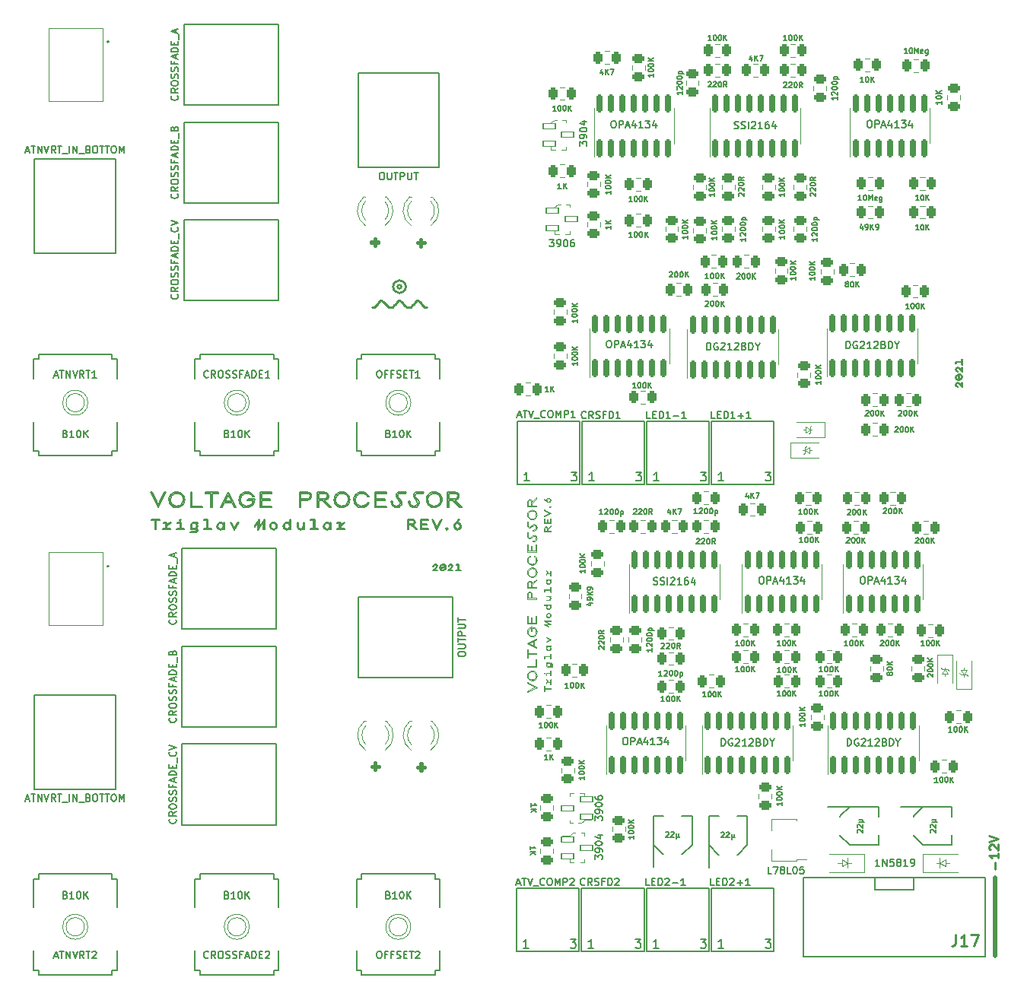
<source format=gbr>
%TF.GenerationSoftware,KiCad,Pcbnew,(5.99.0-10623-gbaf868fce7)*%
%TF.CreationDate,2021-05-29T08:15:44+02:00*%
%TF.ProjectId,voltage_processor,766f6c74-6167-4655-9f70-726f63657373,6*%
%TF.SameCoordinates,Original*%
%TF.FileFunction,Legend,Top*%
%TF.FilePolarity,Positive*%
%FSLAX46Y46*%
G04 Gerber Fmt 4.6, Leading zero omitted, Abs format (unit mm)*
G04 Created by KiCad (PCBNEW (5.99.0-10623-gbaf868fce7)) date 2021-05-29 08:15:44*
%MOMM*%
%LPD*%
G01*
G04 APERTURE LIST*
G04 Aperture macros list*
%AMRoundRect*
0 Rectangle with rounded corners*
0 $1 Rounding radius*
0 $2 $3 $4 $5 $6 $7 $8 $9 X,Y pos of 4 corners*
0 Add a 4 corners polygon primitive as box body*
4,1,4,$2,$3,$4,$5,$6,$7,$8,$9,$2,$3,0*
0 Add four circle primitives for the rounded corners*
1,1,$1+$1,$2,$3*
1,1,$1+$1,$4,$5*
1,1,$1+$1,$6,$7*
1,1,$1+$1,$8,$9*
0 Add four rect primitives between the rounded corners*
20,1,$1+$1,$2,$3,$4,$5,0*
20,1,$1+$1,$4,$5,$6,$7,0*
20,1,$1+$1,$6,$7,$8,$9,0*
20,1,$1+$1,$8,$9,$2,$3,0*%
%AMFreePoly0*
4,1,9,3.862500,-0.866500,0.737500,-0.866500,0.737500,-0.450000,-0.737500,-0.450000,-0.737500,0.450000,0.737500,0.450000,0.737500,0.866500,3.862500,0.866500,3.862500,-0.866500,3.862500,-0.866500,$1*%
G04 Aperture macros list end*
%ADD10C,0.100000*%
%ADD11C,0.300000*%
%ADD12C,0.166400*%
%ADD13C,0.150000*%
%ADD14C,0.250000*%
%ADD15C,0.127000*%
%ADD16C,0.254000*%
%ADD17C,0.120000*%
%ADD18C,0.177800*%
%ADD19C,0.200000*%
%ADD20C,0.203200*%
%ADD21C,0.050800*%
%ADD22C,0.500000*%
%ADD23RoundRect,0.243750X0.243750X0.456250X-0.243750X0.456250X-0.243750X-0.456250X0.243750X-0.456250X0*%
%ADD24RoundRect,0.243750X-0.243750X-0.456250X0.243750X-0.456250X0.243750X0.456250X-0.243750X0.456250X0*%
%ADD25RoundRect,0.243750X0.456250X-0.243750X0.456250X0.243750X-0.456250X0.243750X-0.456250X-0.243750X0*%
%ADD26C,1.676400*%
%ADD27RoundRect,0.150000X0.150000X-0.825000X0.150000X0.825000X-0.150000X0.825000X-0.150000X-0.825000X0*%
%ADD28C,4.000000*%
%ADD29R,2.300000X1.100000*%
%ADD30R,1.100000X2.300000*%
%ADD31R,1.800000X2.600000*%
%ADD32R,1.648460X1.648460*%
%ADD33C,1.648460*%
%ADD34C,2.794000*%
%ADD35R,1.800000X1.800000*%
%ADD36C,1.800000*%
%ADD37RoundRect,0.243750X-0.456250X0.243750X-0.456250X-0.243750X0.456250X-0.243750X0.456250X0.243750X0*%
%ADD38R,1.650000X1.650000*%
%ADD39C,1.650000*%
%ADD40R,1.000000X1.000000*%
%ADD41RoundRect,0.070000X-0.650000X-0.300000X0.650000X-0.300000X0.650000X0.300000X-0.650000X0.300000X0*%
%ADD42C,0.500000*%
%ADD43R,2.600000X1.800000*%
%ADD44R,0.900000X1.200000*%
%ADD45C,1.635000*%
%ADD46RoundRect,0.070000X0.650000X0.300000X-0.650000X0.300000X-0.650000X-0.300000X0.650000X-0.300000X0*%
%ADD47R,1.300000X0.900000*%
%ADD48FreePoly0,180.000000*%
%ADD49R,1.700000X1.700000*%
%ADD50O,1.700000X1.700000*%
G04 APERTURE END LIST*
D10*
X157756875Y-114738300D02*
X157856125Y-114756864D01*
X157941413Y-114814176D01*
X157954968Y-114829767D01*
X155963703Y-96864800D02*
X156465653Y-96386621D01*
D11*
X144094949Y-126385862D02*
X144094949Y-126493349D01*
D12*
X128979474Y-99942207D02*
X128979474Y-99803852D01*
D10*
X155414555Y-107132907D02*
X155427410Y-107023731D01*
X155470888Y-106926791D01*
X155549574Y-106854568D01*
X155649193Y-106821655D01*
X155689818Y-106819059D01*
D12*
X131757047Y-99854564D02*
X132113959Y-99854564D01*
X147277340Y-99578405D02*
X147314478Y-99406977D01*
X147405148Y-99265681D01*
X147422310Y-99245471D01*
D10*
X158021803Y-107578358D02*
X157999946Y-107683837D01*
X157930732Y-107763026D01*
X157836409Y-107797721D01*
X157786848Y-107801428D01*
X157363101Y-99171292D02*
X157619071Y-99171292D01*
X157578419Y-96811057D02*
X157306601Y-96571967D01*
D12*
X127182236Y-99133023D02*
X127348948Y-99165406D01*
X127492830Y-99267880D01*
X127577755Y-99421859D01*
X127595096Y-99543678D01*
D13*
X146602099Y-104508207D02*
X146949709Y-104193669D01*
D10*
X156390206Y-104698947D02*
X156376418Y-104585400D01*
X156337131Y-104484068D01*
X156275459Y-104397828D01*
X156194518Y-104329558D01*
X156097421Y-104282137D01*
X155987284Y-104258442D01*
X155940276Y-104256253D01*
X156080836Y-100051858D02*
X156014001Y-100051858D01*
D12*
X134544267Y-99233344D02*
X134273345Y-99233344D01*
D10*
X155490002Y-103325560D02*
X155503812Y-103439037D01*
X155543156Y-103540322D01*
X155604904Y-103626532D01*
X155685925Y-103694786D01*
X155783088Y-103742200D01*
X155893263Y-103765893D01*
X155940276Y-103768083D01*
X157956691Y-99171292D02*
X157956691Y-98698969D01*
D12*
X120238577Y-97465046D02*
X120238577Y-95918336D01*
X118544417Y-100147810D02*
X118659070Y-100039221D01*
D10*
X158032827Y-110522192D02*
X157488158Y-110522192D01*
X157969782Y-96655683D02*
X157943585Y-96557110D01*
X157864866Y-96487184D01*
X157780646Y-96469648D01*
D12*
X133322499Y-96223709D02*
X133292750Y-96391244D01*
X133201713Y-96530873D01*
X133046701Y-96626475D01*
X132856473Y-96661334D01*
X132825027Y-96661925D01*
D10*
X155725647Y-110820882D02*
X155725647Y-110923029D01*
X155414555Y-100232726D02*
X155498960Y-100260631D01*
D13*
X147446491Y-104449295D02*
X147708319Y-104449295D01*
D12*
X132825027Y-96661925D02*
X133590114Y-97465046D01*
X147139537Y-96661925D02*
X146689745Y-96661925D01*
X131409506Y-96223709D02*
X131379645Y-96391244D01*
X131288032Y-96530873D01*
X131131616Y-96626475D01*
X130939197Y-96661334D01*
X130907349Y-96661925D01*
X141253660Y-96577038D02*
X141363798Y-96717077D01*
X141432823Y-96876282D01*
X141443278Y-96977220D01*
D10*
X157306946Y-117973073D02*
X157306946Y-117353644D01*
D12*
X146689745Y-96661925D02*
X146689745Y-97465046D01*
D10*
X158013879Y-116187824D02*
X157959102Y-116174905D01*
X157675916Y-100077007D02*
X158013535Y-100077007D01*
X157959102Y-114293538D02*
X157959102Y-114070468D01*
D12*
X146689745Y-96526877D02*
X147352857Y-96526877D01*
D13*
X203114363Y-81250727D02*
X203762385Y-81250727D01*
X203821297Y-80968918D02*
X203821297Y-81588346D01*
D10*
X158074513Y-114788082D02*
X158006989Y-114859740D01*
D12*
X142628391Y-98810562D02*
X142794932Y-98840745D01*
X142928068Y-98955665D01*
X142966286Y-99106565D01*
D10*
X157508139Y-113146149D02*
X157528811Y-113042739D01*
X157592675Y-112961726D01*
X157604602Y-112953052D01*
D12*
X133544914Y-99942207D02*
X133453964Y-99942207D01*
D10*
X157570840Y-114735200D02*
X157570840Y-114815987D01*
D13*
X146717681Y-104015213D02*
X146657909Y-104015213D01*
D12*
X120275784Y-99942207D02*
X119429669Y-99942207D01*
D10*
X157306601Y-98698969D02*
X157363101Y-98698969D01*
X156465653Y-112069557D02*
X156465653Y-112165675D01*
X158013535Y-100138675D02*
X157306601Y-100138675D01*
X157560849Y-114983246D02*
X157588927Y-115085002D01*
X157671326Y-115153089D01*
X157756875Y-115169454D01*
X155963703Y-111291654D02*
X155879298Y-111253242D01*
X157306946Y-106601846D02*
X157959102Y-106601846D01*
D12*
X142237028Y-96742402D02*
X142388612Y-96742402D01*
D10*
X157675916Y-99887872D02*
X157675916Y-100077007D01*
X155414555Y-110374225D02*
X155414555Y-109580648D01*
D12*
X137626939Y-96967850D02*
X137790374Y-96967850D01*
X119439315Y-98811113D02*
X119898202Y-98811113D01*
X118764352Y-99145701D02*
X118743682Y-99233344D01*
D10*
X157779613Y-96409703D02*
X157887360Y-96433156D01*
X157968380Y-96497261D01*
X158014255Y-96592637D01*
X158021459Y-96655683D01*
X158021459Y-97404647D02*
X157953103Y-97479704D01*
X157945667Y-97480094D01*
D12*
X117954892Y-99843540D02*
X118096830Y-99843540D01*
D11*
X143686686Y-68483688D02*
X143575065Y-68483688D01*
D10*
X158013879Y-105068951D02*
X157959102Y-105056032D01*
X157306601Y-98384432D02*
X157895024Y-98088843D01*
D11*
X143575065Y-68103349D02*
X143186803Y-68103349D01*
D12*
X124215320Y-97344330D02*
X124391864Y-97323570D01*
X124550044Y-97264329D01*
X124709829Y-97148855D01*
X124830139Y-96992395D01*
X124895116Y-96836381D01*
X124923632Y-96661925D01*
X144401650Y-99850705D02*
X144401650Y-99941656D01*
X125122620Y-99478635D02*
X125583161Y-98798435D01*
D13*
X147060296Y-104004189D02*
X146990090Y-103870385D01*
X146893037Y-103846059D01*
D12*
X118346807Y-99843540D02*
X118509616Y-99798145D01*
X118618554Y-99666224D01*
X118644738Y-99531001D01*
X125583161Y-99669907D02*
X126172685Y-98798435D01*
D10*
X156390206Y-103325560D02*
X156377272Y-103215616D01*
X156340346Y-103116845D01*
X156282240Y-103031961D01*
X156205768Y-102963681D01*
X156154906Y-102933164D01*
D14*
X140754818Y-74812237D02*
X140923122Y-74602420D01*
X141123736Y-74452479D01*
X141200308Y-74438759D01*
D12*
X121604764Y-99543678D02*
X121562846Y-99372499D01*
X121434532Y-99248780D01*
X121294155Y-99217359D01*
D10*
X155963703Y-109694680D02*
X155963703Y-110282414D01*
D12*
X116763716Y-98877810D02*
X116843367Y-98798435D01*
D10*
X156465653Y-96386621D02*
X156465653Y-96503754D01*
D13*
X203534665Y-83250777D02*
X203348285Y-82711103D01*
D12*
X133453964Y-99803852D02*
X133321603Y-99917609D01*
X133157043Y-99954741D01*
X133145008Y-99954885D01*
X120255114Y-99854564D02*
X120275784Y-99942207D01*
D14*
X142764443Y-74812237D02*
X142932746Y-74602566D01*
X143133360Y-74452500D01*
X143209932Y-74438759D01*
D10*
X155498960Y-96854465D02*
X155498960Y-97268910D01*
D12*
X119264856Y-97329998D02*
X119264856Y-97465046D01*
X117945246Y-100235454D02*
X117965917Y-100147810D01*
D11*
X143206803Y-126385862D02*
X143595065Y-126385862D01*
D12*
X137790374Y-96281035D02*
X137626939Y-96281035D01*
X126990965Y-95918336D02*
X125868139Y-95918336D01*
X132178452Y-96526877D02*
X132841563Y-96526877D01*
X136139484Y-96624442D02*
X136156604Y-96447276D01*
X136205858Y-96284049D01*
X136307795Y-96104166D01*
X136448824Y-95956554D01*
X136622769Y-95847044D01*
X136781474Y-95790786D01*
X136954131Y-95765627D01*
X136999105Y-95764547D01*
X147968564Y-99569034D02*
X147919729Y-99396079D01*
X147789970Y-99288586D01*
X147670908Y-99265866D01*
D13*
X146893037Y-103793349D02*
X147039531Y-103838354D01*
X147117572Y-103970541D01*
X147120069Y-104005223D01*
D12*
X139733959Y-97329998D02*
X139733959Y-97465046D01*
X118108957Y-97329998D02*
X119264856Y-97329998D01*
D11*
X144074949Y-67995862D02*
X144074949Y-68103349D01*
D12*
X121294155Y-99217359D02*
X121127071Y-99263569D01*
X121011668Y-99400271D01*
X120983269Y-99543678D01*
D11*
X143706686Y-126873688D02*
X143595065Y-126873688D01*
D12*
X122151294Y-95764547D02*
X123008710Y-97465046D01*
D10*
X156390206Y-98284524D02*
X156376418Y-98171115D01*
X156337131Y-98069877D01*
X156275459Y-97983697D01*
X156194518Y-97915461D01*
X156097421Y-97868054D01*
X155987284Y-97844363D01*
X155940276Y-97842174D01*
D13*
X203506759Y-83763235D02*
X203384748Y-83667054D01*
X203317279Y-83652647D01*
D12*
X139733959Y-97465046D02*
X138464235Y-97465046D01*
X129837716Y-99578956D02*
X129837716Y-99145701D01*
X129928666Y-99145701D02*
X129928666Y-99569586D01*
X129837716Y-99145701D02*
X129928666Y-99145701D01*
D10*
X156465653Y-106430280D02*
X155414555Y-106430280D01*
X158013879Y-117165198D02*
X157959102Y-117152279D01*
D13*
X203821297Y-83578922D02*
X203821297Y-84110845D01*
X145435934Y-104508207D02*
X144904011Y-104508207D01*
D12*
X122470999Y-99145701D02*
X122834250Y-99781252D01*
D13*
X147708319Y-103859840D02*
X147555012Y-103859840D01*
D10*
X156160763Y-100547952D02*
X156274237Y-100568671D01*
X156366938Y-100626273D01*
X156434211Y-100713920D01*
X156471407Y-100824773D01*
X156477367Y-100895907D01*
D12*
X132841563Y-96526877D02*
X133013563Y-96489980D01*
X133141091Y-96367543D01*
X133175600Y-96223709D01*
D14*
X138185254Y-75226120D02*
X138428205Y-75151296D01*
X138624302Y-74966716D01*
X138744578Y-74812237D01*
D10*
X155490002Y-111315426D02*
X155503812Y-111428903D01*
X155543156Y-111530188D01*
X155604904Y-111616398D01*
X155685925Y-111684651D01*
X155783088Y-111732065D01*
X155893263Y-111755758D01*
X155940276Y-111757948D01*
X156289609Y-117475945D02*
X155414555Y-117037729D01*
X156067400Y-99957118D02*
X156176378Y-99944527D01*
X156275565Y-99901696D01*
X156351607Y-99823475D01*
X156387322Y-99723195D01*
X156390206Y-99681855D01*
X157824744Y-110748363D02*
X157724147Y-110748363D01*
D12*
X133544914Y-99145701D02*
X133544914Y-99942207D01*
X133153000Y-99217359D02*
X132985916Y-99263569D01*
X132870514Y-99400271D01*
X132842115Y-99543678D01*
D10*
X157895024Y-98088843D02*
X157306601Y-97793943D01*
X156014001Y-100051858D02*
X156014001Y-99957118D01*
X155963703Y-105934359D02*
X156465653Y-105456179D01*
D12*
X115190272Y-99233344D02*
X114919350Y-99233344D01*
D10*
X157306946Y-117353644D02*
X157363445Y-117372592D01*
D12*
X115280947Y-99854564D02*
X115695461Y-99854564D01*
D10*
X155910649Y-100666463D02*
X155990978Y-100602407D01*
X156081205Y-100558638D01*
X156160763Y-100547952D01*
D13*
X203467830Y-82631349D02*
X203628209Y-82663768D01*
X203749439Y-82752702D01*
X203822226Y-82902615D01*
X203829220Y-82973964D01*
D12*
X136999105Y-97344330D02*
X137175014Y-97323635D01*
X137333048Y-97264554D01*
X137486197Y-97155799D01*
X137603837Y-97009502D01*
X137626939Y-96967850D01*
X134982484Y-99145701D02*
X135109814Y-99145701D01*
X117962058Y-95783288D02*
X118108957Y-95783288D01*
D10*
X157306946Y-106888650D02*
X157306946Y-106601846D01*
D12*
X133590114Y-97465046D02*
X133402976Y-97465046D01*
D10*
X155498960Y-113322710D02*
X155498960Y-113709078D01*
X155414555Y-99407970D02*
X155414555Y-99023153D01*
D13*
X203114363Y-81459844D02*
X203114363Y-81250727D01*
D10*
X157969093Y-108526104D02*
X157940197Y-108421676D01*
X157863474Y-108353586D01*
X157764799Y-108331801D01*
X157619071Y-100077007D02*
X157619071Y-99798299D01*
X157619071Y-98775795D02*
X157675916Y-98775795D01*
D12*
X143838308Y-95918336D02*
X143239137Y-95918336D01*
X134801685Y-95904004D02*
X134620120Y-95926100D01*
X134458064Y-95989051D01*
X134320128Y-96087847D01*
X134210923Y-96217480D01*
X134135061Y-96372941D01*
X134097152Y-96549222D01*
X134093649Y-96624442D01*
X126808512Y-96661925D02*
X125868139Y-96661925D01*
X119575465Y-95783288D02*
X121048588Y-95783288D01*
D10*
X157764799Y-105923679D02*
X157863474Y-105901893D01*
X157940197Y-105833802D01*
X157969093Y-105729375D01*
D12*
X115059634Y-95783288D02*
X115213423Y-95783288D01*
D10*
X156465653Y-101616276D02*
X156465653Y-102409854D01*
X158013535Y-99483417D02*
X158013535Y-99561966D01*
X156465653Y-97268910D02*
X156465653Y-97360894D01*
X157959102Y-105056032D02*
X157959102Y-104859833D01*
D13*
X203400995Y-82697150D02*
X203587375Y-83236824D01*
D10*
X157516063Y-107801428D02*
X157516063Y-107744584D01*
D12*
X130071156Y-97465046D02*
X130071156Y-95783288D01*
D10*
X155414555Y-116941611D02*
X156477367Y-117477496D01*
D13*
X146303753Y-104035195D02*
X146212448Y-103904829D01*
X146063930Y-103847956D01*
X146040892Y-103847093D01*
D10*
X157570840Y-114815987D02*
X157653393Y-114758798D01*
X157756875Y-114738300D01*
X155963703Y-102318042D02*
X156381249Y-102318042D01*
D11*
X138994949Y-126285862D02*
X138994949Y-126393349D01*
D12*
X120385476Y-97465046D02*
X120238577Y-97465046D01*
D10*
X158013879Y-107334273D02*
X158013879Y-107391117D01*
D11*
X143686686Y-67616902D02*
X143686686Y-67995862D01*
D12*
X146351850Y-99833067D02*
X146472566Y-99712350D01*
D10*
X156381249Y-115131902D02*
X156381249Y-114409466D01*
X155963703Y-110872731D02*
X155963703Y-111291654D01*
D12*
X140893716Y-97344330D02*
X141068478Y-97309780D01*
X141214128Y-97203225D01*
X141287230Y-97045599D01*
X141291694Y-96991552D01*
X121595118Y-99803852D02*
X121462757Y-99917609D01*
X121298197Y-99954741D01*
X121286162Y-99954885D01*
X147670908Y-99179876D02*
X147844820Y-99216231D01*
X147988502Y-99330854D01*
X148056789Y-99486160D01*
X148064476Y-99567381D01*
D10*
X157570840Y-104859833D02*
X157570840Y-105029160D01*
X155832100Y-100736054D02*
X155910649Y-100666463D01*
X158013879Y-117694192D02*
X157363445Y-117694192D01*
D12*
X134544267Y-99854564D02*
X134544267Y-99233344D01*
X146689745Y-97465046D02*
X146542570Y-97465046D01*
D10*
X157591166Y-96655683D02*
X157617456Y-96754255D01*
X157696359Y-96824181D01*
X157780646Y-96841718D01*
D12*
X130585164Y-99145701D02*
X130585164Y-99942207D01*
X113655138Y-95783288D02*
X114358488Y-97183375D01*
X124843154Y-96281035D02*
X124735404Y-96126083D01*
X124590525Y-96007150D01*
X124438396Y-95937870D01*
X124267150Y-95905737D01*
X124215320Y-95904004D01*
X133145008Y-99954885D02*
X132978118Y-99922027D01*
X132840934Y-99818632D01*
X132763455Y-99664524D01*
X132748133Y-99543678D01*
D13*
X145251621Y-104193669D02*
X145347801Y-104071658D01*
X145362209Y-104004189D01*
D10*
X157764799Y-109261976D02*
X157659648Y-109288337D01*
X157585738Y-109361488D01*
X157560849Y-109461103D01*
D12*
X114855685Y-99942207D02*
X114876355Y-99854564D01*
X145953321Y-98810562D02*
X145376750Y-99954334D01*
D10*
X157508139Y-105734371D02*
X157528811Y-105630961D01*
X157592675Y-105549947D01*
X157604602Y-105541273D01*
D11*
X143706686Y-126006902D02*
X143706686Y-126385862D01*
D10*
X157361723Y-114300429D02*
X157306946Y-114300429D01*
D12*
X126808512Y-96526877D02*
X126808512Y-96661925D01*
D10*
X158013879Y-112896208D02*
X158013879Y-112953052D01*
X156142848Y-112327078D02*
X156142848Y-112883633D01*
X156381249Y-102318042D02*
X156381249Y-101616276D01*
D12*
X117954892Y-99931183D02*
X117954892Y-99843540D01*
X136999105Y-95904004D02*
X136817540Y-95926100D01*
X136655484Y-95989051D01*
X136517548Y-96087847D01*
X136408343Y-96217480D01*
X136332481Y-96372941D01*
X136294572Y-96549222D01*
X136291069Y-96624442D01*
D10*
X155648477Y-99720095D02*
X155546011Y-99698049D01*
X155467192Y-99627774D01*
X155424865Y-99519800D01*
X155414555Y-99407970D01*
D12*
X118592373Y-99847949D02*
X118730624Y-99949441D01*
X118753052Y-100039221D01*
X142921637Y-96155358D02*
X142970488Y-96314935D01*
X143077631Y-96451361D01*
D10*
X157516063Y-114722280D02*
X157570840Y-114735200D01*
D12*
X116843367Y-98798435D02*
X116923017Y-98877810D01*
D10*
X157959102Y-117152279D02*
X157959102Y-116956080D01*
X158013535Y-99232614D02*
X157306601Y-99232614D01*
D11*
X138606686Y-125906902D02*
X138606686Y-126285862D01*
D12*
X114107961Y-99942207D02*
X114009294Y-99942207D01*
X130494213Y-99145701D02*
X130585164Y-99145701D01*
D13*
X203317279Y-81954560D02*
X203183475Y-82024765D01*
X203159149Y-82121819D01*
D12*
X143188977Y-96577038D02*
X143299115Y-96717077D01*
X143368140Y-96876282D01*
X143378595Y-96977220D01*
D10*
X157306601Y-99232614D02*
X157306601Y-98698969D01*
X158021803Y-112179628D02*
X157516063Y-112471427D01*
X157786848Y-107801428D02*
X157516063Y-107801428D01*
D13*
X146893037Y-103846059D02*
X146754395Y-103911810D01*
X146717681Y-104015213D01*
D12*
X143020856Y-99941656D02*
X142499406Y-99401465D01*
D10*
X157764799Y-105982418D02*
X157665978Y-105965510D01*
X157575713Y-105908447D01*
X157519897Y-105814958D01*
X157508139Y-105734371D01*
D12*
X116797065Y-99233344D02*
X116461099Y-99233344D01*
X142499406Y-99401465D02*
X142196789Y-99401465D01*
D13*
X147120069Y-104005223D02*
X147065657Y-104153860D01*
X146974686Y-104247413D01*
D12*
X143071017Y-96674052D02*
X142959671Y-96548375D01*
D11*
X138056803Y-67935862D02*
X138445065Y-67935862D01*
D12*
X113498593Y-95783288D02*
X113655138Y-95783288D01*
X147422310Y-99245471D02*
X147804853Y-98810562D01*
D13*
X145194949Y-103793349D02*
X145341443Y-103838354D01*
X145419484Y-103970541D01*
X145421981Y-104005223D01*
D10*
X157959102Y-104544090D02*
X158013879Y-104531171D01*
D13*
X145758050Y-104154740D02*
X145764079Y-104221575D01*
D12*
X130928571Y-96526877D02*
X131100448Y-96489980D01*
X131228043Y-96367543D01*
X131262607Y-96223709D01*
X140301711Y-96849338D02*
X140301711Y-96742402D01*
X129070424Y-99942207D02*
X128979474Y-99942207D01*
D13*
X146040892Y-104462387D02*
X146191163Y-104419515D01*
X146291233Y-104304559D01*
X146323735Y-104154740D01*
D12*
X146593833Y-99833067D02*
X146478830Y-99954167D01*
X146472566Y-99954334D01*
X136291069Y-96624442D02*
X136312505Y-96807611D01*
X136373739Y-96971910D01*
X136470160Y-97112353D01*
X136597157Y-97223959D01*
X136750118Y-97301742D01*
X136924433Y-97340720D01*
X136999105Y-97344330D01*
X144278729Y-99401465D02*
X143645934Y-99401465D01*
X125868139Y-96526877D02*
X126808512Y-96526877D01*
D10*
X157780991Y-107744584D02*
X157885024Y-107720032D01*
X157953038Y-107646259D01*
X157969093Y-107567334D01*
D13*
X146040892Y-104516130D02*
X145888937Y-104481941D01*
X145764038Y-104374614D01*
X145704917Y-104230011D01*
X145698278Y-104154740D01*
D12*
X141135700Y-96674052D02*
X141024354Y-96548375D01*
D10*
X157780646Y-96841718D02*
X157880983Y-96815888D01*
X157952000Y-96738404D01*
X157969782Y-96655683D01*
D11*
X138944949Y-67935862D02*
X138944949Y-68043349D01*
D10*
X157764799Y-108720235D02*
X157863474Y-108698455D01*
X157940197Y-108630407D01*
X157969093Y-108526104D01*
X157306601Y-98450233D02*
X157306601Y-98384432D01*
X157764799Y-108778974D02*
X157665978Y-108762066D01*
X157575713Y-108705003D01*
X157519897Y-108611514D01*
X157508139Y-108530927D01*
X157306601Y-97729175D02*
X158021459Y-98089532D01*
X155940276Y-103768083D02*
X156054757Y-103754685D01*
X156157443Y-103716413D01*
X156245221Y-103656150D01*
X156314974Y-103576777D01*
X156363588Y-103481176D01*
X156387950Y-103372229D01*
X156390206Y-103325560D01*
D13*
X203159149Y-83819907D02*
X203224900Y-83958548D01*
X203328303Y-83995262D01*
D10*
X157306601Y-96571967D02*
X157306601Y-96498242D01*
X158013879Y-110092072D02*
X158013879Y-110153739D01*
X155879298Y-109694680D02*
X155963703Y-109694680D01*
X155414555Y-109580648D02*
X155498960Y-109580648D01*
D13*
X203762385Y-81568365D02*
X203762385Y-81306537D01*
D12*
X130585164Y-99942207D02*
X130494213Y-99942207D01*
X118096830Y-99843540D02*
X117991754Y-99708147D01*
X117955041Y-99542896D01*
X117954892Y-99531001D01*
D10*
X157516063Y-104506367D02*
X157786848Y-104803162D01*
D13*
X203821297Y-82412757D02*
X203506759Y-82065147D01*
D10*
X157516063Y-112896208D02*
X158013879Y-112896208D01*
X158013879Y-112953052D02*
X157927408Y-112953052D01*
X158013879Y-116627418D02*
X158013879Y-117165198D01*
X157604602Y-108337830D02*
X157306946Y-108337830D01*
X156465653Y-102409854D02*
X155414555Y-102409854D01*
D12*
X126172685Y-99942207D02*
X126074018Y-99942207D01*
X121003664Y-95918336D02*
X120385476Y-95918336D01*
D10*
X157488158Y-110522192D02*
X157824744Y-110748363D01*
X156465653Y-113045036D02*
X156465653Y-113141326D01*
D12*
X122834250Y-99781252D02*
X123192816Y-99145701D01*
X115628488Y-99145701D02*
X115755819Y-99145701D01*
X147352857Y-96526877D02*
X147524612Y-96489980D01*
X147652273Y-96367543D01*
X147686893Y-96223709D01*
D10*
X157306946Y-108280985D02*
X158013879Y-108280985D01*
D12*
X121595118Y-99287363D02*
X121595118Y-99145701D01*
D10*
X157516063Y-112471427D02*
X157516063Y-112405626D01*
D12*
X147670908Y-99871652D02*
X147840664Y-99822120D01*
X147946239Y-99690267D01*
X147968564Y-99569034D01*
D10*
X157945667Y-97328855D02*
X158021046Y-97396869D01*
X158021459Y-97404647D01*
D12*
X124253354Y-96661925D02*
X124314814Y-96526877D01*
D10*
X157764799Y-109718968D02*
X157665106Y-109699968D01*
X157574989Y-109638056D01*
X157519720Y-109541125D01*
X157508139Y-109461103D01*
X157570840Y-105029160D02*
X157516063Y-105029160D01*
D14*
X140195495Y-75226120D02*
X140439258Y-75151296D01*
X140634802Y-74966716D01*
X140754818Y-74812237D01*
D12*
X142631698Y-99401465D02*
X143146533Y-99941656D01*
D10*
X157537423Y-96655683D02*
X157560145Y-96546987D01*
X157622732Y-96464351D01*
X157716815Y-96417156D01*
X157779613Y-96409703D01*
X158197158Y-115234222D02*
X158142381Y-115221303D01*
X155940276Y-105141470D02*
X156054757Y-105128072D01*
X156157443Y-105089800D01*
X156245221Y-105029537D01*
X156314974Y-104950164D01*
X156363588Y-104854563D01*
X156387950Y-104745616D01*
X156390206Y-104698947D01*
D13*
X203328303Y-83995262D02*
X203328303Y-84055034D01*
D12*
X144401650Y-99941656D02*
X143547818Y-99941656D01*
D10*
X156465653Y-113141326D02*
X155402842Y-112605442D01*
X158021803Y-113146149D02*
X158001266Y-113250454D01*
X157936644Y-113336194D01*
X157840327Y-113384619D01*
X157764799Y-113394196D01*
D12*
X147373252Y-99569034D02*
X147422086Y-99741814D01*
X147551845Y-99849017D01*
X147670908Y-99871652D01*
D13*
X145276598Y-104247413D02*
X145049394Y-104453430D01*
D10*
X157299022Y-110460525D02*
X157843692Y-110460525D01*
D12*
X144278729Y-99310514D02*
X144278729Y-99401465D01*
D10*
X157570840Y-115951835D02*
X157570840Y-116161814D01*
D11*
X143206803Y-126493349D02*
X143206803Y-126385862D01*
D10*
X155725647Y-102933164D02*
X155639762Y-102990737D01*
X155570713Y-103066465D01*
X155521293Y-103157633D01*
X155494291Y-103261525D01*
X155490002Y-103325560D01*
D12*
X133453964Y-99287363D02*
X133453964Y-99145701D01*
D10*
X155414555Y-106430280D02*
X155414555Y-105937287D01*
D12*
X121595118Y-99145701D02*
X121686069Y-99145701D01*
D10*
X157764799Y-113394196D02*
X157665978Y-113377288D01*
X157575713Y-113320225D01*
X157519897Y-113226736D01*
X157508139Y-113146149D01*
X156465653Y-105573140D02*
X155963703Y-106057176D01*
X158013879Y-105541273D02*
X157927408Y-105541273D01*
X157508139Y-109461103D02*
X157528378Y-109356907D01*
X157592425Y-109266981D01*
X157688661Y-109213903D01*
X157764799Y-109203065D01*
D11*
X138106803Y-126285862D02*
X138495065Y-126285862D01*
D10*
X156014001Y-99957118D02*
X156067400Y-99957118D01*
D12*
X145376750Y-99954334D02*
X144799628Y-98810562D01*
X140453295Y-96827841D02*
X140473462Y-97002206D01*
X140542050Y-97160905D01*
X140667245Y-97282572D01*
X140827634Y-97339715D01*
X140893716Y-97344330D01*
D10*
X157348631Y-115972678D02*
X157299022Y-115922896D01*
D12*
X142196789Y-98900961D02*
X142196789Y-99310514D01*
X116440153Y-99854564D02*
X116797065Y-99854564D01*
D10*
X157959102Y-106658690D02*
X157361723Y-106658690D01*
D12*
X114919350Y-99233344D02*
X114919350Y-99145701D01*
D10*
X156477367Y-99686333D02*
X156462708Y-99793624D01*
X156419394Y-99889039D01*
X156348420Y-99967168D01*
X156250781Y-100022601D01*
X156149764Y-100047555D01*
X156080836Y-100051858D01*
D14*
X143209932Y-74438759D02*
X143445829Y-74559545D01*
X143618105Y-74762380D01*
X143655422Y-74812237D01*
D12*
X132820342Y-95783288D02*
X132995124Y-95803857D01*
X133150244Y-95873421D01*
X133265747Y-95999318D01*
X133318351Y-96158709D01*
X133322499Y-96223709D01*
D11*
X143575065Y-68483688D02*
X143575065Y-68103349D01*
D13*
X203821297Y-81880835D02*
X203821297Y-82412757D01*
D10*
X155498960Y-106338468D02*
X155879298Y-106338468D01*
D12*
X145772523Y-96624442D02*
X145751087Y-96441236D01*
X145689860Y-96276846D01*
X145593459Y-96136280D01*
X145466501Y-96024548D01*
X145313603Y-95946658D01*
X145139385Y-95907619D01*
X145064762Y-95904004D01*
X134801685Y-95764547D02*
X134977426Y-95781464D01*
X135139984Y-95830227D01*
X135319830Y-95931418D01*
X135467970Y-96071875D01*
X135578237Y-96245771D01*
X135635035Y-96405046D01*
X135660486Y-96579006D01*
X135661581Y-96624442D01*
X137790374Y-96967850D02*
X137700732Y-97129678D01*
X137578793Y-97266261D01*
X137429231Y-97373282D01*
X137256724Y-97446425D01*
X137065948Y-97481371D01*
X136999105Y-97483787D01*
D10*
X158013879Y-114306457D02*
X157959102Y-114293538D01*
D12*
X143645934Y-99850705D02*
X144401650Y-99850705D01*
D13*
X203829220Y-82973964D02*
X203795031Y-83125918D01*
X203687704Y-83250817D01*
X203543101Y-83309938D01*
X203467830Y-83316578D01*
D12*
X119898202Y-99854564D02*
X120255114Y-99854564D01*
D10*
X155725647Y-110923029D02*
X155639762Y-110980602D01*
X155570713Y-111056330D01*
X155521293Y-111147498D01*
X155494291Y-111251391D01*
X155490002Y-111315426D01*
X155490002Y-104698947D02*
X155503812Y-104812425D01*
X155543156Y-104913710D01*
X155604904Y-104999920D01*
X155685925Y-105068173D01*
X155783088Y-105115587D01*
X155893263Y-105139280D01*
X155940276Y-105141470D01*
D13*
X203106439Y-82121819D02*
X203151444Y-81975324D01*
X203283631Y-81897283D01*
X203318313Y-81894787D01*
D12*
X142196789Y-99401465D02*
X142196789Y-99941656D01*
D10*
X157926374Y-107391117D02*
X157997650Y-107467470D01*
X158021507Y-107564745D01*
X158021803Y-107578358D01*
X157570840Y-116956080D02*
X157570840Y-117125407D01*
D12*
X121686069Y-99145701D02*
X121686069Y-99942207D01*
D10*
X155498960Y-100635113D02*
X155516317Y-100742200D01*
X155581745Y-100818793D01*
X155647099Y-100833550D01*
D11*
X143595065Y-126493349D02*
X143206803Y-126493349D01*
D10*
X158074513Y-114729343D02*
X158169194Y-114774409D01*
X158197158Y-114854744D01*
D12*
X141303820Y-95918336D02*
X141132480Y-95946108D01*
X141004923Y-96061349D01*
X140986320Y-96155358D01*
X125868139Y-97329998D02*
X126990965Y-97329998D01*
D10*
X156465653Y-105456179D02*
X156465653Y-105573140D01*
D12*
X128670517Y-99133023D02*
X128835973Y-99166099D01*
X128972644Y-99277657D01*
X128979474Y-99287363D01*
X139733959Y-95783288D02*
X139733959Y-95918336D01*
X138611134Y-96526877D02*
X139551507Y-96526877D01*
X118450435Y-99145701D02*
X118764352Y-99145701D01*
D13*
X146383507Y-104154740D02*
X146351087Y-104315119D01*
X146262153Y-104436349D01*
X146112240Y-104509136D01*
X146040892Y-104516130D01*
D10*
X155879298Y-96854465D02*
X155860451Y-96756247D01*
X155795340Y-96676685D01*
X155699485Y-96645913D01*
X155689818Y-96645692D01*
D12*
X118614422Y-99233344D02*
X118709800Y-99374963D01*
X118738721Y-99531001D01*
X115560413Y-96624442D02*
X115577533Y-96447276D01*
X115626787Y-96284049D01*
X115728724Y-96104166D01*
X115869752Y-95956554D01*
X116043697Y-95847044D01*
X116202403Y-95790786D01*
X116375060Y-95765627D01*
X116420034Y-95764547D01*
X115280947Y-99145701D02*
X115280947Y-99462650D01*
D10*
X157361723Y-106888650D02*
X157306946Y-106888650D01*
D12*
X115280947Y-99578956D02*
X115280947Y-99854564D01*
D10*
X156477367Y-98284524D02*
X156466794Y-98394362D01*
X156436321Y-98495961D01*
X156387819Y-98587345D01*
X156323155Y-98666542D01*
X156244200Y-98731575D01*
X156152822Y-98780472D01*
X156050891Y-98811258D01*
X155940276Y-98821959D01*
D12*
X125075216Y-96624442D02*
X125058094Y-96801426D01*
X125008837Y-96964516D01*
X124906886Y-97144283D01*
X124765827Y-97291825D01*
X124591829Y-97401301D01*
X124433060Y-97457549D01*
X124260318Y-97482706D01*
X124215320Y-97483787D01*
X119620389Y-95918336D02*
X119575465Y-95783288D01*
X133145008Y-99133023D02*
X133310463Y-99166099D01*
X133447134Y-99277657D01*
X133453964Y-99287363D01*
X134634942Y-99145701D02*
X134634942Y-99462650D01*
D10*
X155648477Y-100929841D02*
X155546011Y-100907762D01*
X155467192Y-100837418D01*
X155424865Y-100729389D01*
X155414555Y-100617543D01*
X155832100Y-99526481D02*
X155910649Y-99456890D01*
X157786848Y-116899409D02*
X157959102Y-116899409D01*
D12*
X130494213Y-99942207D02*
X130494213Y-99802198D01*
X134273345Y-99233344D02*
X134273345Y-99145701D01*
X144799628Y-98810562D02*
X144904910Y-98810562D01*
D10*
X155647099Y-99623977D02*
X155746834Y-99593445D01*
X155826842Y-99531034D01*
X155832100Y-99526481D01*
D12*
X138464235Y-97465046D02*
X138464235Y-95783288D01*
X115280947Y-99462650D02*
X115628488Y-99145701D01*
D10*
X157619071Y-99171292D02*
X157619071Y-98775795D01*
D11*
X138556686Y-67935862D02*
X138944949Y-67935862D01*
D12*
X125721240Y-97465046D02*
X125721240Y-95783288D01*
D10*
X155689818Y-105623439D02*
X155794527Y-105642031D01*
X155881795Y-105698929D01*
X155941546Y-105795812D01*
X155962239Y-105895724D01*
X155963703Y-105934359D01*
D11*
X138056803Y-68043349D02*
X138056803Y-67935862D01*
D10*
X157516063Y-107334273D02*
X158013879Y-107334273D01*
D13*
X203159149Y-82121819D02*
X203224900Y-82260460D01*
X203328303Y-82297175D01*
D12*
X140301711Y-96742402D02*
X140453295Y-96742402D01*
D10*
X155940276Y-97842174D02*
X155825772Y-97855570D01*
X155723028Y-97893837D01*
X155635175Y-97954088D01*
X155565342Y-98033437D01*
X155516661Y-98128997D01*
X155492261Y-98237884D01*
X155490002Y-98284524D01*
X156381249Y-114409466D02*
X156465653Y-114409466D01*
D12*
X132628519Y-96661925D02*
X132178452Y-96661925D01*
D10*
X158013879Y-107391117D02*
X157926374Y-107391117D01*
X155892734Y-99600206D02*
X155808212Y-99668116D01*
X155710104Y-99713044D01*
X155648477Y-99720095D01*
X157516063Y-104803162D02*
X157714156Y-104803162D01*
X157363445Y-117372592D02*
X157363445Y-117632525D01*
D11*
X138556686Y-67556902D02*
X138556686Y-67935862D01*
D10*
X155498960Y-99051058D02*
X155498960Y-99425540D01*
D12*
X118753052Y-100039221D02*
X118680945Y-100190712D01*
X118552410Y-100235454D01*
D11*
X138495065Y-126773688D02*
X138495065Y-126393349D01*
D12*
X141902991Y-95918336D02*
X141303820Y-95918336D01*
D10*
X157764799Y-109203065D02*
X157864690Y-109222091D01*
X157954916Y-109284071D01*
X158010218Y-109381064D01*
X158021803Y-109461103D01*
D12*
X115213423Y-95783288D02*
X114356008Y-97483787D01*
D10*
X155963703Y-107132907D02*
X155963703Y-107563717D01*
X156465653Y-114409466D02*
X156465653Y-115223714D01*
X157560849Y-108526104D02*
X157589730Y-108630407D01*
X157666355Y-108698455D01*
X157764799Y-108720235D01*
X157516063Y-116682195D02*
X157516063Y-116602614D01*
X155879298Y-97268910D02*
X155879298Y-96854465D01*
D12*
X113593402Y-98901513D02*
X113563085Y-98811113D01*
X117265598Y-99942207D02*
X116419482Y-99942207D01*
D10*
X155498960Y-101616276D02*
X155498960Y-102318042D01*
X157516063Y-112953052D02*
X157516063Y-112896208D01*
X157508139Y-114983246D02*
X157516063Y-114918479D01*
D12*
X117954892Y-99531001D02*
X117990264Y-99358401D01*
X118089540Y-99223857D01*
X118242455Y-99145543D01*
X118346807Y-99133023D01*
D10*
X157306946Y-108337830D02*
X157306946Y-108280985D01*
D12*
X148101407Y-97465046D02*
X147913994Y-97465046D01*
D13*
X147134021Y-104453430D02*
X147134021Y-104508207D01*
X203766520Y-81880835D02*
X203821297Y-81880835D01*
D10*
X158013879Y-104531171D02*
X158013879Y-105068951D01*
D12*
X116420034Y-97483787D02*
X116244382Y-97466870D01*
X116081893Y-97418114D01*
X115902106Y-97316952D01*
X115754000Y-97176556D01*
X115643750Y-97002767D01*
X115586957Y-96843618D01*
X115561507Y-96669827D01*
X115560413Y-96624442D01*
X124215320Y-95904004D02*
X124033755Y-95926100D01*
X123871699Y-95989051D01*
X123733763Y-96087847D01*
X123624558Y-96217480D01*
X123548696Y-96372941D01*
X123510787Y-96549222D01*
X123507284Y-96624442D01*
X147577202Y-99195862D02*
X147670908Y-99179876D01*
X132031553Y-95783288D02*
X132820342Y-95783288D01*
X125721240Y-95783288D02*
X126990965Y-95783288D01*
D13*
X203172930Y-81306537D02*
X203172930Y-81459844D01*
X146657909Y-104015213D02*
X146714606Y-103872037D01*
X146847304Y-103797654D01*
X146893037Y-103793349D01*
D10*
X155963703Y-110282414D02*
X156381249Y-110282414D01*
X157570840Y-117125407D02*
X157516063Y-117125407D01*
X155940276Y-111852688D02*
X155829547Y-111841987D01*
X155727530Y-111811204D01*
X155636092Y-111762313D01*
X155557095Y-111697292D01*
X155492407Y-111618117D01*
X155443892Y-111526763D01*
X155413415Y-111425207D01*
X155402842Y-111315426D01*
X156390206Y-111315426D02*
X156377231Y-111205085D01*
X156340205Y-111106222D01*
X156281974Y-111021408D01*
X156205385Y-110953212D01*
X156113284Y-110904206D01*
X156008518Y-110876960D01*
X155963703Y-110872731D01*
X158013879Y-108337830D02*
X157927408Y-108337830D01*
X157756875Y-115169454D02*
X157857989Y-115145220D01*
X157932882Y-115069079D01*
X157952212Y-114983246D01*
D12*
X134634942Y-99854564D02*
X135049456Y-99854564D01*
D10*
X155414555Y-113294633D02*
X155498960Y-113322710D01*
D12*
X119429669Y-99942207D02*
X119450340Y-99854564D01*
D10*
X157927408Y-108337830D02*
X157995481Y-108414472D01*
X158021443Y-108515954D01*
X158021803Y-108530927D01*
X156154906Y-102831017D02*
X156256048Y-102887042D01*
X156341413Y-102963254D01*
X156408301Y-103056730D01*
X156454015Y-103164547D01*
X156473989Y-103263241D01*
X156477367Y-103325560D01*
D13*
X147555012Y-103859840D02*
X147555012Y-103801273D01*
D12*
X118743682Y-99233344D02*
X118614422Y-99233344D01*
D10*
X155498960Y-114187257D02*
X155414555Y-114215335D01*
D12*
X147352857Y-95918336D02*
X146689745Y-95918336D01*
D14*
X139190067Y-74438759D02*
X139426041Y-74559545D01*
X139598698Y-74762380D01*
X139636172Y-74812237D01*
D12*
X117128345Y-96624442D02*
X117106907Y-96441236D01*
X117045666Y-96276846D01*
X116949225Y-96136280D01*
X116822189Y-96024548D01*
X116669164Y-95946658D01*
X116494754Y-95907619D01*
X116420034Y-95904004D01*
D10*
X155498960Y-107563717D02*
X155879298Y-107563717D01*
X156390206Y-116187480D02*
X156376418Y-116073933D01*
X156337131Y-115972600D01*
X156275459Y-115886360D01*
X156194518Y-115818090D01*
X156097421Y-115770669D01*
X155987284Y-115746974D01*
X155940276Y-115744785D01*
X155879298Y-110777991D02*
X155940276Y-110777991D01*
D12*
X138611134Y-97329998D02*
X139733959Y-97329998D01*
D10*
X156169720Y-100642692D02*
X156071534Y-100667668D01*
X155984456Y-100728646D01*
X155971282Y-100740188D01*
X157969093Y-105729375D02*
X157940197Y-105625071D01*
X157863474Y-105557024D01*
X157764799Y-105535244D01*
D12*
X118346807Y-99217359D02*
X118183997Y-99262285D01*
X118075058Y-99394123D01*
X118048875Y-99531001D01*
X131262607Y-96223709D02*
X131213089Y-96054416D01*
X131070642Y-95942796D01*
X130928571Y-95918336D01*
X116923017Y-98877810D02*
X116843367Y-98957737D01*
D10*
X158013879Y-106365857D02*
X158013879Y-106894679D01*
D12*
X130071156Y-95783288D02*
X130907349Y-95783288D01*
D13*
X145362209Y-104004189D02*
X145292003Y-103870385D01*
X145194949Y-103846059D01*
D11*
X138495065Y-125906902D02*
X138606686Y-125906902D01*
D12*
X138611134Y-95918336D02*
X138611134Y-96526877D01*
X142829033Y-97344330D02*
X143003795Y-97309780D01*
X143149445Y-97203225D01*
X143222547Y-97045599D01*
X143227011Y-96991552D01*
D10*
X155498960Y-113800890D02*
X155498960Y-114187257D01*
D13*
X203560503Y-83738258D02*
X203766520Y-83965462D01*
D10*
X156390206Y-100891428D02*
X156368612Y-100782201D01*
X156310332Y-100698461D01*
X156214406Y-100647614D01*
X156169720Y-100642692D01*
D12*
X142642722Y-98900961D02*
X142196789Y-98900961D01*
D14*
X139636172Y-74812237D02*
X139802373Y-75019878D01*
X140006851Y-75182629D01*
X140195495Y-75226120D01*
D10*
X155647099Y-100833550D02*
X155746834Y-100803018D01*
X155826842Y-100740607D01*
X155832100Y-100736054D01*
X155940276Y-98821959D02*
X155829547Y-98811258D01*
X155727530Y-98780472D01*
X155636092Y-98731575D01*
X155557095Y-98666542D01*
X155492407Y-98587345D01*
X155443892Y-98495961D01*
X155413415Y-98394362D01*
X155402842Y-98284524D01*
D12*
X126990965Y-97465046D02*
X125721240Y-97465046D01*
D10*
X156014001Y-101166691D02*
X156067400Y-101166691D01*
D12*
X121777295Y-96813509D02*
X122525570Y-96813509D01*
D10*
X155940276Y-116724742D02*
X155829547Y-116714041D01*
X155727530Y-116683258D01*
X155636092Y-116634367D01*
X155557095Y-116569346D01*
X155492407Y-116490171D01*
X155443892Y-116398817D01*
X155413415Y-116297261D01*
X155402842Y-116187480D01*
X155940276Y-104256253D02*
X155825772Y-104269651D01*
X155723028Y-104307927D01*
X155635175Y-104368202D01*
X155565342Y-104447600D01*
X155516661Y-104543240D01*
X155492261Y-104652246D01*
X155490002Y-104698947D01*
D13*
X146323735Y-104154740D02*
X146317706Y-104087905D01*
D10*
X158006989Y-114859740D02*
X158006989Y-115228193D01*
X157786848Y-104803162D02*
X157959102Y-104803162D01*
X156465653Y-110374225D02*
X155414555Y-110374225D01*
X157959102Y-113790554D02*
X158013879Y-113777635D01*
D12*
X118108957Y-95783288D02*
X118108957Y-97329998D01*
D10*
X156169720Y-99433119D02*
X156071534Y-99458095D01*
X155984456Y-99519073D01*
X155971282Y-99530615D01*
D12*
X132748133Y-99543678D02*
X132782252Y-99367432D01*
X132880344Y-99228123D01*
X133036008Y-99146205D01*
X133145008Y-99133023D01*
X133402976Y-97465046D02*
X132628519Y-96661925D01*
X114009294Y-98901513D02*
X113593402Y-98901513D01*
X131309185Y-99854564D02*
X131666097Y-99854564D01*
D10*
X157363101Y-98698969D02*
X157363101Y-99171292D01*
X157363445Y-117632525D02*
X158013879Y-117632525D01*
D12*
X120983269Y-99543678D02*
X121025197Y-99715252D01*
X121153603Y-99839114D01*
X121294155Y-99870549D01*
X124215320Y-97483787D02*
X124039669Y-97466870D01*
X123877179Y-97418114D01*
X123697392Y-97316952D01*
X123549287Y-97176556D01*
X123439037Y-97002767D01*
X123382244Y-96843618D01*
X123356794Y-96669827D01*
X123355700Y-96624442D01*
D14*
X141899116Y-72900000D02*
G75*
G03*
X141899116Y-72900000I-699116J0D01*
G01*
D11*
X143575065Y-67995862D02*
X143575065Y-67616902D01*
D10*
X157952212Y-115228193D02*
X157952212Y-115139482D01*
D12*
X126074018Y-99101053D02*
X125484493Y-99972524D01*
D10*
X156058443Y-112839191D02*
X156058443Y-112371520D01*
D12*
X130494213Y-99564625D02*
X130494213Y-99145701D01*
X133175600Y-96223709D02*
X133126155Y-96054416D01*
X132983751Y-95942796D01*
X132841563Y-95918336D01*
D11*
X144074949Y-68103349D02*
X143686686Y-68103349D01*
D10*
X157959102Y-106881760D02*
X157959102Y-106658690D01*
X156465653Y-107563717D02*
X156465653Y-107655528D01*
D13*
X203317279Y-83652647D02*
X203183475Y-83722852D01*
X203159149Y-83819907D01*
D12*
X132113959Y-99854564D02*
X132134630Y-99942207D01*
D10*
X155879298Y-111253242D02*
X155879298Y-110777991D01*
D12*
X145064762Y-97483787D02*
X144889020Y-97466870D01*
X144726462Y-97418114D01*
X144546616Y-97316952D01*
X144398476Y-97176556D01*
X144288209Y-97002767D01*
X144231411Y-96843618D01*
X144205960Y-96669827D01*
X144204866Y-96624442D01*
D11*
X143706686Y-126385862D02*
X144094949Y-126385862D01*
D10*
X156465653Y-113800890D02*
X155498960Y-113800890D01*
D12*
X142098122Y-99941656D02*
X142098122Y-98810562D01*
D10*
X155414555Y-96867901D02*
X155427410Y-96758725D01*
X155470888Y-96661785D01*
X155549574Y-96589562D01*
X155649193Y-96556649D01*
X155689818Y-96554053D01*
D12*
X132178452Y-97465046D02*
X132031553Y-97465046D01*
D10*
X156477367Y-116187480D02*
X156466794Y-116297261D01*
X156436321Y-116398817D01*
X156387819Y-116490171D01*
X156323155Y-116569346D01*
X156244200Y-116634367D01*
X156152822Y-116683258D01*
X156050891Y-116714041D01*
X155940276Y-116724742D01*
X156080836Y-101261431D02*
X156014001Y-101261431D01*
X155963703Y-107563717D02*
X156465653Y-107563717D01*
D12*
X128273642Y-99543678D02*
X128307761Y-99367432D01*
X128405854Y-99228123D01*
X128561517Y-99146205D01*
X128670517Y-99133023D01*
D10*
X155940276Y-97747434D02*
X156050891Y-97758133D01*
X156152822Y-97788915D01*
X156244200Y-97837799D01*
X156323155Y-97902807D01*
X156387819Y-97981962D01*
X156436321Y-98073286D01*
X156466794Y-98174799D01*
X156477367Y-98284524D01*
D12*
X116419482Y-99942207D02*
X116440153Y-99854564D01*
X145849693Y-98810562D02*
X145953321Y-98810562D01*
D10*
X155879298Y-101730309D02*
X155963703Y-101730309D01*
D14*
X142205120Y-75226120D02*
X142448883Y-75151296D01*
X142644427Y-74966716D01*
X142764443Y-74812237D01*
D10*
X157516063Y-116161814D02*
X157516063Y-115894991D01*
D12*
X125006590Y-96281035D02*
X124843154Y-96281035D01*
D10*
X156465653Y-115223714D02*
X155414555Y-115223714D01*
D12*
X113563085Y-98811113D02*
X114554170Y-98811113D01*
D10*
X157491603Y-99596072D02*
X157593220Y-99624449D01*
X157657184Y-99702400D01*
X157675916Y-99805189D01*
X155498960Y-110282414D02*
X155879298Y-110282414D01*
X158013879Y-106894679D02*
X157959102Y-106881760D01*
X157777890Y-107391117D02*
X157516063Y-107391117D01*
D12*
X135049456Y-99854564D02*
X135070127Y-99942207D01*
X144401650Y-98810562D02*
X144401650Y-98900961D01*
D10*
X155414555Y-99023153D02*
X155498960Y-99051058D01*
D12*
X121595118Y-99942207D02*
X121595118Y-99803852D01*
D10*
X157570840Y-116161814D02*
X157516063Y-116161814D01*
D13*
X147555012Y-103801273D02*
X147764129Y-103801273D01*
D12*
X128979474Y-99803852D02*
X128847113Y-99917609D01*
X128682552Y-99954741D01*
X128670517Y-99954885D01*
X143882957Y-95783288D02*
X143838308Y-95918336D01*
D10*
X155498960Y-102318042D02*
X155879298Y-102318042D01*
D12*
X142867618Y-99106565D02*
X142793712Y-98948623D01*
X142642722Y-98900961D01*
X115711998Y-96624442D02*
X115733434Y-96807611D01*
X115794668Y-96971910D01*
X115891089Y-97112353D01*
X116018086Y-97223959D01*
X116171047Y-97301742D01*
X116345362Y-97340720D01*
X116420034Y-97344330D01*
D13*
X203506759Y-82065147D02*
X203384748Y-81968967D01*
X203317279Y-81954560D01*
D10*
X155414555Y-118013380D02*
X155414555Y-117915539D01*
X157969093Y-113141154D02*
X157940197Y-113036850D01*
X157863474Y-112968802D01*
X157764799Y-112947023D01*
D12*
X143645934Y-98900961D02*
X143645934Y-99310514D01*
X125868139Y-95918336D02*
X125868139Y-96526877D01*
D11*
X144094949Y-126493349D02*
X143706686Y-126493349D01*
D10*
X155498960Y-113709078D02*
X156465653Y-113709078D01*
X157516063Y-107744584D02*
X157780991Y-107744584D01*
X157516063Y-111954491D02*
X157516063Y-111889895D01*
D12*
X140886550Y-97483787D02*
X140714780Y-97460332D01*
X140562098Y-97391030D01*
X140437124Y-97277473D01*
X140348482Y-97121250D01*
X140308587Y-96959622D01*
X140301711Y-96849338D01*
D10*
X155498960Y-100260631D02*
X155498960Y-100635113D01*
D12*
X114358488Y-97183375D02*
X115059634Y-95783288D01*
D10*
X157959102Y-116640337D02*
X158013879Y-116627418D01*
D12*
X135509997Y-96624442D02*
X135488559Y-96441236D01*
X135427317Y-96276846D01*
X135330876Y-96136280D01*
X135203840Y-96024548D01*
X135050815Y-95946658D01*
X134876405Y-95907619D01*
X134801685Y-95904004D01*
X143267249Y-95783288D02*
X143882957Y-95783288D01*
D10*
X156477367Y-117477496D02*
X155414555Y-118013380D01*
X156465653Y-113709078D02*
X156465653Y-113800890D01*
X157398585Y-115922896D02*
X157348631Y-115972678D01*
X157675916Y-98775795D02*
X157675916Y-99171292D01*
X157959102Y-114070468D02*
X157361723Y-114070468D01*
D13*
X203762385Y-80988727D02*
X203821297Y-80968918D01*
D10*
X156465653Y-106338468D02*
X156465653Y-106430280D01*
D12*
X147331359Y-95783288D02*
X147506039Y-95803857D01*
X147661144Y-95873421D01*
X147776701Y-95999318D01*
X147829362Y-96158709D01*
X147833517Y-96223709D01*
D10*
X155971282Y-99530615D02*
X155892734Y-99600206D01*
D12*
X121286162Y-99954885D02*
X121119273Y-99922027D01*
X120982088Y-99818632D01*
X120904609Y-99664524D01*
X120889287Y-99543678D01*
D10*
X158021803Y-108530927D02*
X158001266Y-108635232D01*
X157936644Y-108720972D01*
X157840327Y-108769397D01*
X157764799Y-108778974D01*
X158013879Y-117632525D02*
X158013879Y-117694192D01*
D12*
X131298161Y-98811113D02*
X131757047Y-98811113D01*
D10*
X157675916Y-99171292D02*
X157956691Y-99171292D01*
X157764799Y-109660229D02*
X157870196Y-109633386D01*
X157944192Y-109559801D01*
X157969093Y-109461103D01*
D12*
X142767848Y-96157563D02*
X142803120Y-95993617D01*
X142915560Y-95867508D01*
X143088320Y-95799784D01*
X143267249Y-95783288D01*
D10*
X157959102Y-115671921D02*
X158013879Y-115659002D01*
X157491603Y-99657739D02*
X157396966Y-99699049D01*
X157363101Y-99798299D01*
X156390206Y-99681855D02*
X156368612Y-99572628D01*
X156310332Y-99488888D01*
X156214406Y-99438041D01*
X156169720Y-99433119D01*
D12*
X136999105Y-97483787D02*
X136823454Y-97466870D01*
X136660964Y-97418114D01*
X136481177Y-97316952D01*
X136333071Y-97176556D01*
X136222821Y-97002767D01*
X136166029Y-96843618D01*
X136140578Y-96669827D01*
X136139484Y-96624442D01*
X141947640Y-95783288D02*
X141902991Y-95918336D01*
D10*
X157764799Y-112947023D02*
X157666355Y-112968802D01*
X157589730Y-113036850D01*
X157560849Y-113141154D01*
X155940276Y-116630002D02*
X156054757Y-116616604D01*
X156157443Y-116578332D01*
X156245221Y-116518069D01*
X156314974Y-116438696D01*
X156363588Y-116343096D01*
X156387950Y-116234149D01*
X156390206Y-116187480D01*
D12*
X125868139Y-96661925D02*
X125868139Y-97329998D01*
X115695461Y-99854564D02*
X115716132Y-99942207D01*
X117244927Y-99854564D02*
X117265598Y-99942207D01*
X122525570Y-96813509D02*
X122151294Y-96069920D01*
D10*
X157969093Y-109461103D02*
X157944192Y-109361488D01*
X157870196Y-109288337D01*
X157764799Y-109261976D01*
D12*
X130218054Y-96661925D02*
X130218054Y-97465046D01*
X132178452Y-95918336D02*
X132178452Y-96526877D01*
X114009294Y-99942207D02*
X114009294Y-98901513D01*
X121294155Y-99870549D02*
X121461040Y-99824316D01*
X121576371Y-99687431D01*
X121604764Y-99543678D01*
D13*
X146747482Y-104453430D02*
X147134021Y-104453430D01*
D12*
X123008710Y-97465046D02*
X122854921Y-97465046D01*
X141142314Y-96451361D02*
X141253660Y-96577038D01*
D10*
X155892734Y-100809779D02*
X155808212Y-100877743D01*
X155710104Y-100922769D01*
X155648477Y-100929841D01*
X158013879Y-113777635D02*
X158013879Y-114306457D01*
D12*
X143077631Y-96451361D02*
X143188977Y-96577038D01*
D10*
X155402842Y-104698947D02*
X155413415Y-104589108D01*
X155443892Y-104487510D01*
X155492407Y-104396125D01*
X155557095Y-104316929D01*
X155636092Y-104251896D01*
X155727530Y-104202999D01*
X155829547Y-104172213D01*
X155940276Y-104161513D01*
D12*
X147670908Y-99265866D02*
X147501151Y-99315572D01*
X147395576Y-99447715D01*
X147373252Y-99569034D01*
D11*
X143595065Y-126006902D02*
X143706686Y-126006902D01*
D12*
X132841563Y-95918336D02*
X132178452Y-95918336D01*
X130218054Y-95918336D02*
X130218054Y-96526877D01*
D10*
X155593700Y-112605442D02*
X156058443Y-112839191D01*
X156381249Y-109580648D02*
X156465653Y-109580648D01*
D12*
X141024354Y-96548375D02*
X140915611Y-96413140D01*
X140843570Y-96256167D01*
X140832256Y-96157563D01*
X142196789Y-99310514D02*
X142642722Y-99310514D01*
X142966286Y-99106565D02*
X142920881Y-99269151D01*
X142780715Y-99377555D01*
X142631698Y-99401465D01*
X135661581Y-96624442D02*
X135644459Y-96801426D01*
X135595202Y-96964516D01*
X135493251Y-97144283D01*
X135352192Y-97291825D01*
X135178194Y-97401301D01*
X135019425Y-97457549D01*
X134846683Y-97482706D01*
X134801685Y-97483787D01*
D10*
X157675916Y-99805189D02*
X158013535Y-99483417D01*
D11*
X138495065Y-126285862D02*
X138495065Y-125906902D01*
D10*
X157516063Y-104585948D02*
X157516063Y-104506367D01*
X155498960Y-105924023D02*
X155498960Y-106338468D01*
X157516063Y-116899409D02*
X157714156Y-116899409D01*
D12*
X144904910Y-98810562D02*
X145377853Y-99752038D01*
D10*
X155402842Y-103325560D02*
X155412120Y-103222920D01*
X155446248Y-103109029D01*
X155502924Y-103008017D01*
X155579464Y-102922808D01*
X155673183Y-102856323D01*
X155725647Y-102831017D01*
D12*
X138464235Y-95783288D02*
X139733959Y-95783288D01*
D10*
X156465653Y-96503754D02*
X155963703Y-96987790D01*
D13*
X203775477Y-82973964D02*
X203732605Y-82823692D01*
X203617649Y-82723622D01*
X203467830Y-82691121D01*
D12*
X126863634Y-99543678D02*
X126906581Y-99712314D01*
X127024318Y-99830708D01*
X127182236Y-99870549D01*
D10*
X155414555Y-102409854D02*
X155414555Y-101616276D01*
D12*
X117965917Y-100147810D02*
X118544417Y-100147810D01*
D13*
X203160183Y-82973964D02*
X203202974Y-83124234D01*
X203317857Y-83224304D01*
X203467830Y-83256806D01*
D12*
X116888015Y-99854564D02*
X117244927Y-99854564D01*
X121686069Y-99942207D02*
X121595118Y-99942207D01*
D10*
X155490002Y-98284524D02*
X155503812Y-98398070D01*
X155543156Y-98499403D01*
X155604904Y-98585643D01*
X155685925Y-98653913D01*
X155783088Y-98701334D01*
X155893263Y-98725029D01*
X155940276Y-98727219D01*
X155414555Y-107655528D02*
X155414555Y-107132907D01*
D12*
X118552410Y-100235454D02*
X117945246Y-100235454D01*
D10*
X155971282Y-100740188D02*
X155892734Y-100809779D01*
D12*
X132842115Y-99543678D02*
X132884043Y-99715252D01*
X133012449Y-99839114D01*
X133153000Y-99870549D01*
X130194628Y-99954885D02*
X130025861Y-99919914D01*
X129899159Y-99809171D01*
X129841059Y-99639050D01*
X129837716Y-99578956D01*
D10*
X157516063Y-105029160D02*
X157516063Y-104803162D01*
D12*
X143146533Y-99941656D02*
X143020856Y-99941656D01*
X128979474Y-98811113D02*
X129070424Y-98811113D01*
D10*
X157714156Y-104803162D02*
X157516063Y-104585948D01*
D14*
X141200308Y-74438759D02*
X141436204Y-74559545D01*
X141608481Y-74762380D01*
X141645797Y-74812237D01*
D10*
X155689818Y-106910871D02*
X155591763Y-106936943D01*
X155522409Y-107012220D01*
X155498960Y-107119644D01*
X157927408Y-105541273D02*
X157995481Y-105617916D01*
X158021443Y-105719398D01*
X158021803Y-105734371D01*
D12*
X135109814Y-99145701D02*
X134634942Y-99578956D01*
D10*
X158013535Y-99561966D02*
X157675916Y-99887872D01*
D12*
X127182236Y-99870549D02*
X127354978Y-99822777D01*
X127465802Y-99698628D01*
X127500839Y-99543678D01*
X147833517Y-96223709D02*
X147803734Y-96391244D01*
X147712662Y-96530873D01*
X147557719Y-96626475D01*
X147367717Y-96661334D01*
X147336320Y-96661925D01*
X128670517Y-99954885D02*
X128503628Y-99922027D01*
X128366443Y-99818632D01*
X128288964Y-99664524D01*
X128273642Y-99543678D01*
X145064762Y-95764547D02*
X145240322Y-95781464D01*
X145402743Y-95830227D01*
X145582471Y-95931418D01*
X145730542Y-96071875D01*
X145840775Y-96245771D01*
X145897563Y-96405046D01*
X145923012Y-96579006D01*
X145924107Y-96624442D01*
X123507284Y-96624442D02*
X123528720Y-96807611D01*
X123589954Y-96971910D01*
X123686375Y-97112353D01*
X123813372Y-97223959D01*
X123966333Y-97301742D01*
X124140648Y-97340720D01*
X124215320Y-97344330D01*
X128678235Y-99870549D02*
X128845318Y-99824316D01*
X128960720Y-99687431D01*
X128989120Y-99543678D01*
D10*
X155414555Y-117037729D02*
X155414555Y-116941611D01*
X155414555Y-105937287D02*
X155427410Y-105828047D01*
X155470888Y-105731097D01*
X155549574Y-105658908D01*
X155649193Y-105626031D01*
X155689818Y-105623439D01*
D12*
X118048875Y-99531001D02*
X118094816Y-99705467D01*
X118222933Y-99818890D01*
X118346807Y-99843540D01*
D13*
X203467830Y-82691121D02*
X203400995Y-82697150D01*
D10*
X157959102Y-104803162D02*
X157959102Y-104544090D01*
D12*
X142821867Y-97483787D02*
X142650200Y-97460332D01*
X142497536Y-97391030D01*
X142372530Y-97277473D01*
X142283838Y-97121250D01*
X142243911Y-96959622D01*
X142237028Y-96849338D01*
X146689745Y-95918336D02*
X146689745Y-96526877D01*
D10*
X157547413Y-96714250D02*
X157537423Y-96655683D01*
D12*
X116420034Y-95904004D02*
X116238469Y-95926100D01*
X116076413Y-95989051D01*
X115938477Y-96087847D01*
X115829272Y-96217480D01*
X115753410Y-96372941D01*
X115715501Y-96549222D01*
X115711998Y-96624442D01*
X130907349Y-95783288D02*
X131082029Y-95803857D01*
X131237133Y-95873421D01*
X131352691Y-95999318D01*
X131405351Y-96158709D01*
X131409506Y-96223709D01*
D10*
X156465653Y-97360894D02*
X155414555Y-97360894D01*
X157969093Y-107567334D02*
X157940388Y-107466083D01*
X157858634Y-107404092D01*
X157777890Y-107391117D01*
D12*
X116888015Y-99145701D02*
X116888015Y-99854564D01*
X134801685Y-97483787D02*
X134626034Y-97466870D01*
X134463544Y-97418114D01*
X134283757Y-97316952D01*
X134135652Y-97176556D01*
X134025402Y-97002767D01*
X133968609Y-96843618D01*
X133943159Y-96669827D01*
X133942065Y-96624442D01*
X119264856Y-97465046D02*
X117962058Y-97465046D01*
X124923632Y-96661925D02*
X124253354Y-96661925D01*
D10*
X157306601Y-100138675D02*
X157306601Y-99807256D01*
D13*
X148026129Y-104449295D02*
X148045938Y-104508207D01*
D10*
X157945667Y-97480094D02*
X157870608Y-97412363D01*
X157870219Y-97404647D01*
D12*
X147922813Y-98810562D02*
X147577202Y-99195862D01*
X125484493Y-99101053D02*
X125122620Y-99639590D01*
X133463610Y-99543678D02*
X133421692Y-99372499D01*
X133293377Y-99248780D01*
X133153000Y-99217359D01*
D11*
X138445065Y-67556902D02*
X138556686Y-67556902D01*
D10*
X157516063Y-114918479D02*
X157516063Y-114722280D01*
D12*
X128678235Y-99217359D02*
X128511348Y-99263569D01*
X128396017Y-99400271D01*
X128367625Y-99543678D01*
X128979474Y-99287363D02*
X128979474Y-98811113D01*
D10*
X155689818Y-106819059D02*
X155794527Y-106837721D01*
X155881795Y-106894980D01*
X155941546Y-106992740D01*
X155962239Y-107093785D01*
X155963703Y-107132907D01*
D13*
X203766520Y-83965462D02*
X203766520Y-83578922D01*
D12*
X141331932Y-95783288D02*
X141947640Y-95783288D01*
D10*
X155940276Y-111757948D02*
X156054757Y-111744550D01*
X156157443Y-111706278D01*
X156245221Y-111646015D01*
X156314974Y-111566642D01*
X156363588Y-111471042D01*
X156387950Y-111362095D01*
X156390206Y-111315426D01*
X156477367Y-103325560D02*
X156466794Y-103435341D01*
X156436321Y-103536897D01*
X156387819Y-103628251D01*
X156323155Y-103707427D01*
X156244200Y-103772448D01*
X156152822Y-103821339D01*
X156050891Y-103852122D01*
X155940276Y-103862823D01*
D12*
X114554170Y-98811113D02*
X114523853Y-98901513D01*
X135070127Y-99942207D02*
X134209680Y-99942207D01*
X118644738Y-99531001D02*
X118605964Y-99367448D01*
X118484139Y-99247934D01*
X118346807Y-99217359D01*
X123355700Y-96624442D02*
X123372820Y-96447276D01*
X123422074Y-96284049D01*
X123524011Y-96104166D01*
X123665039Y-95956554D01*
X123838984Y-95847044D01*
X123997689Y-95790786D01*
X124170346Y-95765627D01*
X124215320Y-95764547D01*
D13*
X203318313Y-81894787D02*
X203466950Y-81949198D01*
X203560503Y-82040170D01*
D10*
X155879298Y-107119644D02*
X155860451Y-107021351D01*
X155795340Y-106941819D01*
X155699485Y-106911091D01*
X155689818Y-106910871D01*
D12*
X147804853Y-98810562D02*
X147922813Y-98810562D01*
X142237028Y-96849338D02*
X142237028Y-96742402D01*
D13*
X203328303Y-84055034D02*
X203185127Y-83998337D01*
X203110744Y-83865639D01*
X203106439Y-83819907D01*
D10*
X157363445Y-117954125D02*
X157306946Y-117973073D01*
D13*
X147708319Y-104449295D02*
X147708319Y-103859840D01*
D12*
X131288514Y-99942207D02*
X131309185Y-99854564D01*
X146472566Y-99712350D02*
X146593675Y-99826852D01*
X146593833Y-99833067D01*
X121286162Y-99133023D02*
X121451617Y-99166099D01*
X121588288Y-99277657D01*
X121595118Y-99287363D01*
X131666097Y-98898757D02*
X131298161Y-98898757D01*
X146542570Y-97465046D02*
X146542570Y-95783288D01*
D10*
X157952212Y-115139482D02*
X157873782Y-115202244D01*
X157771691Y-115227821D01*
X157756875Y-115228193D01*
D12*
X133942065Y-96624442D02*
X133959185Y-96447276D01*
X134008439Y-96284049D01*
X134110376Y-96104166D01*
X134251404Y-95956554D01*
X134425349Y-95847044D01*
X134584054Y-95790786D01*
X134756711Y-95765627D01*
X134801685Y-95764547D01*
X124215320Y-95764547D02*
X124411146Y-95785806D01*
X124590263Y-95846722D01*
X124747992Y-95942998D01*
X124879659Y-96070341D01*
X124980586Y-96224456D01*
X125006590Y-96281035D01*
D10*
X155940276Y-105236210D02*
X155829547Y-105225509D01*
X155727530Y-105194726D01*
X155636092Y-105145835D01*
X155557095Y-105080814D01*
X155492407Y-105001638D01*
X155443892Y-104910284D01*
X155413415Y-104808728D01*
X155402842Y-104698947D01*
D12*
X140986320Y-96155358D02*
X141035171Y-96314935D01*
X141142314Y-96451361D01*
X130212267Y-99870549D02*
X130374267Y-99824621D01*
X130478217Y-99679412D01*
X130494213Y-99564625D01*
X143378595Y-96977220D02*
X143345443Y-97158780D01*
X143253280Y-97307100D01*
X143113046Y-97414739D01*
X142935680Y-97474251D01*
X142821867Y-97483787D01*
D10*
X157299022Y-110092072D02*
X158013879Y-110092072D01*
D12*
X133453964Y-99145701D02*
X133544914Y-99145701D01*
X143547818Y-98810562D02*
X144401650Y-98810562D01*
X117279929Y-96624442D02*
X117262807Y-96801426D01*
X117213550Y-96964516D01*
X117111599Y-97144283D01*
X116970540Y-97291825D01*
X116796542Y-97401301D01*
X116637774Y-97457549D01*
X116465032Y-97482706D01*
X116420034Y-97483787D01*
D10*
X155879298Y-107563717D02*
X155879298Y-107119644D01*
X157363101Y-100077007D02*
X157619071Y-100077007D01*
D11*
X143686686Y-68103349D02*
X143686686Y-68483688D01*
D13*
X147764129Y-103801273D02*
X147764129Y-104449295D01*
D10*
X155414555Y-117915539D02*
X156289609Y-117475945D01*
D13*
X144959822Y-104015213D02*
X145016518Y-103872037D01*
X145149216Y-103797654D01*
X145194949Y-103793349D01*
D10*
X155725647Y-102831017D02*
X155725647Y-102933164D01*
X157306601Y-97793943D02*
X157306601Y-97729175D01*
D12*
X147336320Y-96661925D02*
X148101407Y-97465046D01*
X123192816Y-99145701D02*
X123296169Y-99145701D01*
X137626939Y-96281035D02*
X137519189Y-96126083D01*
X137374310Y-96007150D01*
X137222181Y-95937870D01*
X137050935Y-95905737D01*
X136999105Y-95904004D01*
X142196789Y-99941656D02*
X142098122Y-99941656D01*
D10*
X155940276Y-98727219D02*
X156054757Y-98713820D01*
X156157443Y-98675544D01*
X156245221Y-98615268D01*
X156314974Y-98535871D01*
X156363588Y-98440230D01*
X156387950Y-98331224D01*
X156390206Y-98284524D01*
D12*
X126769652Y-99543678D02*
X126807881Y-99365990D01*
X126913816Y-99227055D01*
X127074321Y-99146000D01*
X127182236Y-99133023D01*
X120889287Y-99543678D02*
X120923406Y-99367432D01*
X121021499Y-99228123D01*
X121177162Y-99146205D01*
X121286162Y-99133023D01*
D10*
X156067400Y-101166691D02*
X156176378Y-101154086D01*
X156275565Y-101111218D01*
X156351607Y-101032972D01*
X156387322Y-100932729D01*
X156390206Y-100891428D01*
X157913283Y-112178594D02*
X157516063Y-111954491D01*
D13*
X203560503Y-82040170D02*
X203766520Y-82267374D01*
D10*
X157516063Y-105484429D02*
X158013879Y-105484429D01*
X157952212Y-114983246D02*
X157923840Y-114881490D01*
X157841389Y-114813403D01*
X157756875Y-114797039D01*
D11*
X143686686Y-67995862D02*
X144074949Y-67995862D01*
D13*
X146317706Y-104087905D02*
X145778032Y-104274285D01*
D12*
X114523853Y-98901513D02*
X114107961Y-98901513D01*
D13*
X203106439Y-83819907D02*
X203151444Y-83673412D01*
X203283631Y-83595371D01*
X203318313Y-83592875D01*
D12*
X147686893Y-96223709D02*
X147637303Y-96054416D01*
X147494812Y-95942796D01*
X147352857Y-95918336D01*
X143227011Y-96991552D02*
X143181964Y-96824784D01*
X143080387Y-96684643D01*
X143071017Y-96674052D01*
X147670908Y-99954334D02*
X147496995Y-99918235D01*
X147353313Y-99805778D01*
X147281694Y-99636971D01*
X147277340Y-99578405D01*
D13*
X203766520Y-82267374D02*
X203766520Y-81880835D01*
D12*
X130907349Y-96661925D02*
X130218054Y-96661925D01*
X130494213Y-99802198D02*
X130372047Y-99916241D01*
X130205526Y-99954767D01*
X130194628Y-99954885D01*
D13*
X146974686Y-104247413D02*
X146747482Y-104453430D01*
D12*
X143645934Y-99310514D02*
X144278729Y-99310514D01*
D11*
X138556686Y-68043349D02*
X138556686Y-68423688D01*
D12*
X126990965Y-95783288D02*
X126990965Y-95918336D01*
D10*
X157560849Y-105729375D02*
X157589730Y-105833802D01*
X157666355Y-105901893D01*
X157764799Y-105923679D01*
D12*
X126990965Y-97329998D02*
X126990965Y-97465046D01*
D10*
X158021459Y-98089532D02*
X157306601Y-98450233D01*
X157306601Y-96498242D02*
X157547413Y-96714250D01*
D12*
X120385476Y-95918336D02*
X120385476Y-97465046D01*
D10*
X156142848Y-112883633D02*
X156465653Y-113045036D01*
X156160763Y-99338379D02*
X156274237Y-99359098D01*
X156366938Y-99416700D01*
X156434211Y-99504346D01*
X156471407Y-99615200D01*
X156477367Y-99686333D01*
D13*
X147134021Y-104508207D02*
X146602099Y-104508207D01*
D10*
X155940276Y-115744785D02*
X155825772Y-115758183D01*
X155723028Y-115796459D01*
X155635175Y-115856735D01*
X155565342Y-115936132D01*
X155516661Y-116031773D01*
X155492261Y-116140779D01*
X155490002Y-116187480D01*
X156381249Y-101616276D02*
X156465653Y-101616276D01*
D12*
X134093649Y-96624442D02*
X134115085Y-96807611D01*
X134176319Y-96971910D01*
X134272740Y-97112353D01*
X134399737Y-97223959D01*
X134552698Y-97301742D01*
X134727013Y-97340720D01*
X134801685Y-97344330D01*
D10*
X155498960Y-97268910D02*
X155879298Y-97268910D01*
X156477367Y-100895907D02*
X156462708Y-101003262D01*
X156419394Y-101098689D01*
X156348420Y-101176797D01*
X156250781Y-101232198D01*
X156149764Y-101257133D01*
X156080836Y-101261431D01*
X158021459Y-96655683D02*
X157998897Y-96764378D01*
X157937436Y-96847014D01*
X157846410Y-96894209D01*
X157786503Y-96901663D01*
D13*
X203766520Y-83578922D02*
X203821297Y-83578922D01*
D10*
X157560849Y-113141154D02*
X157589730Y-113245581D01*
X157666355Y-113313671D01*
X157764799Y-113335457D01*
X157927408Y-112953052D02*
X157995481Y-113029694D01*
X158021443Y-113131176D01*
X158021803Y-113146149D01*
X155963703Y-97268910D02*
X156465653Y-97268910D01*
D11*
X138606686Y-126773688D02*
X138495065Y-126773688D01*
D12*
X140453295Y-96742402D02*
X140453295Y-96827841D01*
X139733959Y-95918336D02*
X138611134Y-95918336D01*
D13*
X203348285Y-82711103D02*
X203217919Y-82802407D01*
X203161046Y-82950925D01*
X203160183Y-82973964D01*
D12*
X132031553Y-97465046D02*
X132031553Y-95783288D01*
D13*
X147764129Y-104449295D02*
X148026129Y-104449295D01*
D11*
X143706686Y-126493349D02*
X143706686Y-126873688D01*
X143186803Y-67995862D02*
X143575065Y-67995862D01*
D10*
X155940276Y-115650045D02*
X156050891Y-115660745D01*
X156152822Y-115691531D01*
X156244200Y-115740428D01*
X156323155Y-115805461D01*
X156387819Y-115884658D01*
X156436321Y-115976042D01*
X156466794Y-116077641D01*
X156477367Y-116187480D01*
D13*
X203328303Y-82356947D02*
X203185127Y-82300249D01*
X203110744Y-82167551D01*
X203106439Y-82121819D01*
D10*
X155414555Y-115131902D02*
X156381249Y-115131902D01*
D12*
X127182236Y-99217359D02*
X127010963Y-99265108D01*
X126899336Y-99389100D01*
X126863634Y-99543678D01*
D13*
X203467830Y-83256806D02*
X203534665Y-83250777D01*
D10*
X155414555Y-101616276D02*
X155498960Y-101616276D01*
D11*
X138606686Y-126393349D02*
X138606686Y-126773688D01*
D10*
X158021803Y-105734371D02*
X158001266Y-105838676D01*
X157936644Y-105924416D01*
X157840327Y-105972841D01*
X157764799Y-105982418D01*
X155689818Y-96554053D02*
X155794527Y-96572667D01*
X155881795Y-96629586D01*
X155941546Y-96726425D01*
X155962239Y-96826224D01*
X155963703Y-96864800D01*
X157764799Y-113335457D02*
X157863474Y-113313671D01*
X157940197Y-113245581D01*
X157969093Y-113141154D01*
D12*
X142098122Y-98810562D02*
X142628391Y-98810562D01*
D13*
X203587375Y-83236824D02*
X203717603Y-83145459D01*
X203774609Y-82996973D01*
X203775477Y-82973964D01*
D12*
X116461099Y-99233344D02*
X116461099Y-99145701D01*
X118346807Y-99133023D02*
X118450435Y-99145701D01*
X125583161Y-98798435D02*
X125583161Y-99669907D01*
D10*
X155879298Y-102318042D02*
X155879298Y-101730309D01*
D12*
X119898202Y-98811113D02*
X119898202Y-99854564D01*
D10*
X156465653Y-112165675D02*
X156142848Y-112327078D01*
D14*
X138744578Y-74812237D02*
X138912881Y-74602420D01*
X139113495Y-74452479D01*
X139190067Y-74438759D01*
D13*
X203467830Y-83316578D02*
X203307449Y-83284129D01*
X203186219Y-83195153D01*
X203113432Y-83045263D01*
X203106439Y-82973964D01*
D10*
X157516063Y-117125407D02*
X157516063Y-116899409D01*
X155689818Y-105715251D02*
X155591763Y-105741282D01*
X155522409Y-105816523D01*
X155498960Y-105924023D01*
X157959102Y-106378776D02*
X158013879Y-106365857D01*
D12*
X134209680Y-99942207D02*
X134230350Y-99854564D01*
X141443278Y-96977220D02*
X141410126Y-97158780D01*
X141317963Y-97307100D01*
X141177729Y-97414739D01*
X141000363Y-97474251D01*
X140886550Y-97483787D01*
D11*
X143575065Y-67616902D02*
X143686686Y-67616902D01*
D13*
X146949709Y-104193669D02*
X147045888Y-104071658D01*
X147060296Y-104004189D01*
D12*
X125075216Y-96526877D02*
X125075216Y-96624442D01*
D13*
X203106439Y-82973964D02*
X203140627Y-82821934D01*
X203247954Y-82697059D01*
X203392558Y-82637981D01*
X203467830Y-82631349D01*
D10*
X155879298Y-105924023D02*
X155860451Y-105825655D01*
X155795340Y-105746153D01*
X155699485Y-105715471D01*
X155689818Y-105715251D01*
X158021803Y-109461103D02*
X158001557Y-109565271D01*
X157937465Y-109655130D01*
X157841095Y-109708145D01*
X157764799Y-109718968D01*
D12*
X116420034Y-97344330D02*
X116601708Y-97322269D01*
X116763840Y-97259410D01*
X116901824Y-97160735D01*
X117011055Y-97031229D01*
X117086929Y-96875874D01*
X117124841Y-96699655D01*
X117128345Y-96624442D01*
D10*
X155963703Y-106057176D02*
X155963703Y-106338468D01*
X158142381Y-114859740D02*
X158074513Y-114788082D01*
D12*
X116420034Y-95764547D02*
X116595775Y-95781464D01*
X116758333Y-95830227D01*
X116938178Y-95931418D01*
X117086318Y-96071875D01*
X117196585Y-96245771D01*
X117253383Y-96405046D01*
X117278834Y-96579006D01*
X117279929Y-96624442D01*
D10*
X158197158Y-114854744D02*
X158197158Y-115234222D01*
D12*
X142388612Y-96827841D02*
X142408756Y-97002206D01*
X142477287Y-97160905D01*
X142602439Y-97282572D01*
X142762887Y-97339715D01*
X142829033Y-97344330D01*
D10*
X157764799Y-105535244D02*
X157666355Y-105557024D01*
X157589730Y-105625071D01*
X157560849Y-105729375D01*
D12*
X133453964Y-99942207D02*
X133453964Y-99803852D01*
D10*
X155498960Y-109580648D02*
X155498960Y-110282414D01*
D12*
X121293879Y-97465046D02*
X122151294Y-95764547D01*
X125122620Y-99639590D02*
X125122620Y-99478635D01*
D10*
X157299022Y-115922896D02*
X157348631Y-115873115D01*
X157780646Y-96469648D02*
X157680214Y-96495477D01*
X157609013Y-96572961D01*
X157591166Y-96655683D01*
D11*
X143595065Y-126385862D02*
X143595065Y-126006902D01*
D12*
X127500839Y-99543678D02*
X127458660Y-99375437D01*
X127327758Y-99249909D01*
X127182236Y-99217359D01*
X143239137Y-95918336D02*
X143067797Y-95946108D01*
X142940240Y-96061349D01*
X142921637Y-96155358D01*
D10*
X158013535Y-100077007D02*
X158013535Y-100138675D01*
X157959102Y-115951835D02*
X157570840Y-115951835D01*
D12*
X114876355Y-99854564D02*
X115190272Y-99854564D01*
D10*
X158013879Y-108280985D02*
X158013879Y-108337830D01*
X157956691Y-98698969D02*
X158013535Y-98698969D01*
D12*
X128989120Y-99543678D02*
X128947191Y-99372499D01*
X128818785Y-99248780D01*
X128678235Y-99217359D01*
X118544417Y-99931183D02*
X117954892Y-99931183D01*
X116843367Y-98957737D02*
X116763716Y-98877810D01*
X134273345Y-99145701D02*
X134634942Y-99145701D01*
D10*
X158013535Y-98698969D02*
X158013535Y-99232614D01*
D12*
X131757047Y-98811113D02*
X131757047Y-99854564D01*
D13*
X148045938Y-104508207D02*
X147426510Y-104508207D01*
D10*
X156014001Y-101261431D02*
X156014001Y-101166691D01*
D12*
X121706188Y-96948557D02*
X121447944Y-97465046D01*
D10*
X155879298Y-110282414D02*
X155879298Y-109694680D01*
D12*
X145064762Y-95904004D02*
X144883087Y-95926100D01*
X144720955Y-95989051D01*
X144582971Y-96087847D01*
X144473740Y-96217480D01*
X144397866Y-96372941D01*
X144359954Y-96549222D01*
X144356451Y-96624442D01*
D13*
X203762385Y-81306537D02*
X203172930Y-81306537D01*
D10*
X157516063Y-111889895D02*
X158021803Y-112179628D01*
D13*
X145435934Y-104453430D02*
X145435934Y-104508207D01*
D12*
X115755819Y-99145701D02*
X115280947Y-99578956D01*
D10*
X156465653Y-107655528D02*
X155414555Y-107655528D01*
X155402842Y-116187480D02*
X155413415Y-116077641D01*
X155443892Y-115976042D01*
X155492407Y-115884658D01*
X155557095Y-115805461D01*
X155636092Y-115740428D01*
X155727530Y-115691531D01*
X155829547Y-115660745D01*
X155940276Y-115650045D01*
D11*
X138445065Y-68423688D02*
X138445065Y-68043349D01*
D12*
X122365717Y-99145701D02*
X122470999Y-99145701D01*
D10*
X157516063Y-115894991D02*
X157959102Y-115894991D01*
D12*
X119807251Y-99854564D02*
X119807251Y-98898757D01*
X122596676Y-96948557D02*
X121706188Y-96948557D01*
D10*
X157306946Y-114013624D02*
X157959102Y-114013624D01*
D11*
X138994949Y-126393349D02*
X138606686Y-126393349D01*
D12*
X142959671Y-96548375D02*
X142851015Y-96413140D01*
X142779128Y-96256167D01*
X142767848Y-96157563D01*
D10*
X156058443Y-112371520D02*
X155593700Y-112605442D01*
D12*
X146472566Y-99954334D02*
X146352006Y-99839040D01*
X146351850Y-99833067D01*
D10*
X157959102Y-104859833D02*
X157570840Y-104859833D01*
D12*
X145377853Y-99752038D02*
X145849693Y-98810562D01*
D10*
X155498960Y-99425540D02*
X155516317Y-99532627D01*
X155581745Y-99609220D01*
X155647099Y-99623977D01*
D12*
X117962058Y-97465046D02*
X117962058Y-95783288D01*
D10*
X157508139Y-108530927D02*
X157528811Y-108427517D01*
X157592675Y-108346504D01*
X157604602Y-108337830D01*
D13*
X145194949Y-103846059D02*
X145056307Y-103911810D01*
X145019594Y-104015213D01*
X203172930Y-81459844D02*
X203114363Y-81459844D01*
D12*
X132178452Y-96661925D02*
X132178452Y-97465046D01*
D10*
X155414555Y-97360894D02*
X155414555Y-96867901D01*
X157488158Y-110153739D02*
X158032827Y-110522192D01*
X155414555Y-114215335D02*
X155414555Y-113294633D01*
X157306946Y-114300429D02*
X157306946Y-114013624D01*
X157959102Y-116899409D02*
X157959102Y-116640337D01*
D12*
X134634942Y-99578956D02*
X134634942Y-99854564D01*
D13*
X203821297Y-84110845D02*
X203506759Y-83763235D01*
D10*
X155910649Y-99456890D02*
X155990978Y-99392834D01*
X156081205Y-99349065D01*
X156160763Y-99338379D01*
D12*
X142388612Y-96742402D02*
X142388612Y-96827841D01*
D13*
X145764079Y-104221575D02*
X146303753Y-104035195D01*
D14*
X141645797Y-74812237D02*
X141811999Y-75019878D01*
X142016477Y-75182629D01*
X142205120Y-75226120D01*
D12*
X139551507Y-96661925D02*
X138611134Y-96661925D01*
X124314814Y-96526877D02*
X125075216Y-96526877D01*
X141291694Y-96991552D02*
X141246647Y-96824784D01*
X141145070Y-96684643D01*
X141135700Y-96674052D01*
D10*
X155402842Y-111315426D02*
X155412120Y-111212786D01*
X155446248Y-111098894D01*
X155502924Y-110997883D01*
X155579464Y-110912673D01*
X155673183Y-110846188D01*
X155725647Y-110820882D01*
X157714156Y-116899409D02*
X157516063Y-116682195D01*
X157959102Y-114013624D02*
X157959102Y-113790554D01*
X157959102Y-115894991D02*
X157959102Y-115671921D01*
D12*
X145924107Y-96624442D02*
X145906987Y-96801426D01*
X145857737Y-96964516D01*
X145755814Y-97144283D01*
X145614816Y-97291825D01*
X145440924Y-97401301D01*
X145282282Y-97457549D01*
X145109710Y-97482706D01*
X145064762Y-97483787D01*
D10*
X155414555Y-115223714D02*
X155414555Y-115131902D01*
D12*
X144356451Y-96624442D02*
X144377888Y-96807611D01*
X144439129Y-96971910D01*
X144535570Y-97112353D01*
X144662606Y-97223959D01*
X144815631Y-97301742D01*
X144990041Y-97340720D01*
X145064762Y-97344330D01*
D11*
X138445065Y-67935862D02*
X138445065Y-67556902D01*
D12*
X114107961Y-98901513D02*
X114107961Y-99942207D01*
D10*
X157363101Y-99798299D02*
X157363101Y-100077007D01*
D13*
X145421981Y-104005223D02*
X145367570Y-104153860D01*
X145276598Y-104247413D01*
X145698278Y-104154740D02*
X145730726Y-103994359D01*
X145819702Y-103873129D01*
X145969592Y-103800342D01*
X146040892Y-103793349D01*
D10*
X155963703Y-96987790D02*
X155963703Y-97268910D01*
D12*
X125484493Y-99972524D02*
X125484493Y-99101053D01*
D10*
X157604602Y-105541273D02*
X157516063Y-105541273D01*
D12*
X122854921Y-97465046D02*
X122596676Y-96948557D01*
D10*
X157516063Y-112405626D02*
X157913283Y-112178594D01*
D12*
X115716132Y-99942207D02*
X114855685Y-99942207D01*
X120238577Y-95918336D02*
X119620389Y-95918336D01*
D10*
X157786503Y-96901663D02*
X157685768Y-96881231D01*
X157597348Y-96826904D01*
X157578419Y-96811057D01*
D12*
X118659070Y-100039221D02*
X118544417Y-99931183D01*
D10*
X156477367Y-111315426D02*
X156466794Y-111425207D01*
X156436321Y-111526763D01*
X156387819Y-111618117D01*
X156323155Y-111697292D01*
X156244200Y-111762313D01*
X156152822Y-111811204D01*
X156050891Y-111841987D01*
X155940276Y-111852688D01*
D12*
X129070424Y-98811113D02*
X129070424Y-99942207D01*
D13*
X144904011Y-104508207D02*
X145251621Y-104193669D01*
D12*
X144204866Y-96624442D02*
X144221987Y-96447276D01*
X144271244Y-96284049D01*
X144373195Y-96104166D01*
X144514254Y-95956554D01*
X144688252Y-95847044D01*
X144847021Y-95790786D01*
X145019763Y-95765627D01*
X145064762Y-95764547D01*
X126172685Y-98798435D02*
X126172685Y-99942207D01*
X118738721Y-99531001D02*
X118704730Y-99700155D01*
X118600916Y-99840955D01*
X118592373Y-99847949D01*
D10*
X158142381Y-115221303D02*
X158142381Y-114859740D01*
D12*
X132134630Y-99942207D02*
X131288514Y-99942207D01*
X119450340Y-99854564D02*
X119807251Y-99854564D01*
D10*
X157724147Y-110748363D02*
X157299022Y-110460525D01*
D12*
X148064476Y-99567381D02*
X148026951Y-99739777D01*
X147909623Y-99880586D01*
X147752388Y-99946908D01*
X147670908Y-99954334D01*
D13*
X203318313Y-83592875D02*
X203466950Y-83647285D01*
X203560503Y-83738258D01*
D12*
X130928571Y-95918336D02*
X130218054Y-95918336D01*
X143547818Y-99941656D02*
X143547818Y-98810562D01*
D10*
X155963703Y-101730309D02*
X155963703Y-102318042D01*
X157306601Y-99807256D02*
X157325465Y-99703167D01*
X157389767Y-99624558D01*
X157491603Y-99596072D01*
D12*
X127182236Y-99954885D02*
X127015566Y-99922492D01*
X126871792Y-99819944D01*
X126786967Y-99665752D01*
X126769652Y-99543678D01*
D10*
X157959102Y-116174905D02*
X157959102Y-115951835D01*
X157361723Y-106658690D02*
X157361723Y-106888650D01*
X157363445Y-117694192D02*
X157363445Y-117954125D01*
D12*
X140832256Y-96157563D02*
X140867581Y-95993617D01*
X140980132Y-95867508D01*
X141152977Y-95799784D01*
X141331932Y-95783288D01*
X115190272Y-99854564D02*
X115190272Y-99233344D01*
X128367625Y-99543678D02*
X128409542Y-99715252D01*
X128537857Y-99839114D01*
X128678235Y-99870549D01*
X119439315Y-98898757D02*
X119439315Y-98811113D01*
D10*
X155879298Y-106338468D02*
X155879298Y-105924023D01*
D12*
X121048588Y-95783288D02*
X121003664Y-95918336D01*
X122832596Y-99954885D02*
X122365717Y-99145701D01*
D10*
X155940276Y-103862823D02*
X155829547Y-103852122D01*
X155727530Y-103821339D01*
X155636092Y-103772448D01*
X155557095Y-103707427D01*
X155492407Y-103628251D01*
X155443892Y-103536897D01*
X155413415Y-103435341D01*
X155402842Y-103325560D01*
D11*
X138556686Y-68423688D02*
X138445065Y-68423688D01*
D12*
X114356008Y-97483787D02*
X113498593Y-95783288D01*
X131298161Y-98898757D02*
X131298161Y-98811113D01*
D10*
X156154906Y-102933164D02*
X156154906Y-102831017D01*
D13*
X203762385Y-81250727D02*
X203762385Y-80988727D01*
D10*
X155963703Y-106338468D02*
X156465653Y-106338468D01*
X157959102Y-106601846D02*
X157959102Y-106378776D01*
D13*
X203821297Y-81588346D02*
X203762385Y-81568365D01*
X203328303Y-82297175D02*
X203328303Y-82356947D01*
D10*
X155498960Y-107119644D02*
X155498960Y-107563717D01*
X157619071Y-99798299D02*
X157585794Y-99699049D01*
X157491603Y-99657739D01*
X157756875Y-115228193D02*
X157649000Y-115206084D01*
X157564910Y-115144037D01*
X157515964Y-115048465D01*
X157508139Y-114983246D01*
D12*
X114919350Y-99145701D02*
X115280947Y-99145701D01*
D13*
X146040892Y-103793349D02*
X146192921Y-103827537D01*
X146317796Y-103934864D01*
X146376874Y-104079468D01*
X146383507Y-104154740D01*
D10*
X157348631Y-115873115D02*
X157398585Y-115922896D01*
D11*
X143186803Y-68103349D02*
X143186803Y-67995862D01*
D12*
X134801685Y-97344330D02*
X134983359Y-97322269D01*
X135145491Y-97259410D01*
X135283475Y-97160735D01*
X135392707Y-97031229D01*
X135468581Y-96875874D01*
X135506493Y-96699655D01*
X135509997Y-96624442D01*
D10*
X157764799Y-108331801D02*
X157666355Y-108353586D01*
X157589730Y-108421676D01*
X157560849Y-108526104D01*
X157560849Y-109461103D02*
X157585738Y-109559801D01*
X157659648Y-109633386D01*
X157764799Y-109660229D01*
D13*
X145049394Y-104453430D02*
X145435934Y-104453430D01*
D11*
X143595065Y-126873688D02*
X143595065Y-126493349D01*
D10*
X157361723Y-114070468D02*
X157361723Y-114300429D01*
D13*
X145778032Y-104274285D02*
X145869396Y-104404513D01*
X146017882Y-104461519D01*
X146040892Y-104462387D01*
D10*
X157870219Y-97404647D02*
X157937950Y-97329244D01*
X157945667Y-97328855D01*
D12*
X147913994Y-97465046D02*
X147139537Y-96661925D01*
X127595096Y-99543678D02*
X127556812Y-99721712D01*
X127450768Y-99860806D01*
X127290169Y-99941904D01*
X127182236Y-99954885D01*
D10*
X157954968Y-114829767D02*
X158013857Y-114745902D01*
X158074513Y-114729343D01*
D13*
X146040892Y-103847093D02*
X145890621Y-103889884D01*
X145790551Y-104004767D01*
X145758050Y-104154740D01*
D10*
X158013879Y-105484429D02*
X158013879Y-105541273D01*
X158006989Y-115228193D02*
X157952212Y-115228193D01*
D12*
X130218054Y-96526877D02*
X130928571Y-96526877D01*
D10*
X158013879Y-115659002D02*
X158013879Y-116187824D01*
D12*
X139551507Y-96526877D02*
X139551507Y-96661925D01*
D10*
X155414555Y-100617543D02*
X155414555Y-100232726D01*
D11*
X138606686Y-126285862D02*
X138994949Y-126285862D01*
D13*
X145019594Y-104015213D02*
X144959822Y-104015213D01*
D10*
X158013879Y-110153739D02*
X157488158Y-110153739D01*
D12*
X116461099Y-99145701D02*
X116888015Y-99145701D01*
D10*
X157756875Y-114797039D02*
X157654654Y-114821272D01*
X157579958Y-114897413D01*
X157560849Y-114983246D01*
X155940276Y-104161513D02*
X156050891Y-104172213D01*
X156152822Y-104202999D01*
X156244200Y-104251896D01*
X156323155Y-104316929D01*
X156387819Y-104396125D01*
X156436321Y-104487510D01*
X156466794Y-104589108D01*
X156477367Y-104698947D01*
D12*
X126074018Y-99942207D02*
X126074018Y-99101053D01*
X119807251Y-98898757D02*
X119439315Y-98898757D01*
D10*
X156477367Y-104698947D02*
X156466794Y-104808728D01*
X156436321Y-104910284D01*
X156387819Y-105001638D01*
X156323155Y-105080814D01*
X156244200Y-105145835D01*
X156152822Y-105194726D01*
X156050891Y-105225509D01*
X155940276Y-105236210D01*
D12*
X129928666Y-99569586D02*
X129967947Y-99736039D01*
X130098655Y-99850188D01*
X130212267Y-99870549D01*
X142642722Y-99310514D02*
X142801521Y-99257271D01*
X142867618Y-99106565D01*
X116797065Y-99854564D02*
X116797065Y-99233344D01*
D10*
X155402842Y-98284524D02*
X155413415Y-98174799D01*
X155443892Y-98073286D01*
X155492407Y-97981962D01*
X155557095Y-97902807D01*
X155636092Y-97837799D01*
X155727530Y-97788915D01*
X155829547Y-97758133D01*
X155940276Y-97747434D01*
X156465653Y-109580648D02*
X156465653Y-110374225D01*
D11*
X138495065Y-126393349D02*
X138106803Y-126393349D01*
D12*
X136999105Y-95764547D02*
X137194931Y-95785806D01*
X137374047Y-95846722D01*
X137531777Y-95942998D01*
X137663443Y-96070341D01*
X137764370Y-96224456D01*
X137790374Y-96281035D01*
D10*
X157959102Y-116956080D02*
X157570840Y-116956080D01*
X155940276Y-110777991D02*
X156050891Y-110788691D01*
X156152822Y-110819477D01*
X156244200Y-110868374D01*
X156323155Y-110933407D01*
X156387819Y-111012604D01*
X156436321Y-111103988D01*
X156466794Y-111205587D01*
X156477367Y-111315426D01*
D12*
X145064762Y-97344330D02*
X145246216Y-97322269D01*
X145408196Y-97259410D01*
X145546084Y-97160735D01*
X145655262Y-97031229D01*
X145731113Y-96875874D01*
X145769019Y-96699655D01*
X145772523Y-96624442D01*
D10*
X157516063Y-105541273D02*
X157516063Y-105484429D01*
X155689818Y-96645692D02*
X155591763Y-96671804D01*
X155522409Y-96747117D01*
X155498960Y-96854465D01*
D12*
X123296169Y-99145701D02*
X122832596Y-99954885D01*
D10*
X157516063Y-116602614D02*
X157786848Y-116899409D01*
D12*
X146542570Y-95783288D02*
X147331359Y-95783288D01*
X131666097Y-99854564D02*
X131666097Y-98898757D01*
D10*
X155490002Y-116187480D02*
X155503812Y-116300957D01*
X155543156Y-116402242D01*
X155604904Y-116488452D01*
X155685925Y-116556705D01*
X155783088Y-116604119D01*
X155893263Y-116627812D01*
X155940276Y-116630002D01*
X157604602Y-112953052D02*
X157516063Y-112953052D01*
D14*
X143655422Y-74812237D02*
X143822053Y-75018660D01*
X144026907Y-75180969D01*
X144214746Y-75224422D01*
D13*
X147426510Y-104508207D02*
X147446491Y-104449295D01*
D10*
X157843692Y-110460525D02*
X157299022Y-110092072D01*
D12*
X133153000Y-99870549D02*
X133319885Y-99824316D01*
X133435216Y-99687431D01*
X133463610Y-99543678D01*
D10*
X155402842Y-112605442D02*
X156465653Y-112069557D01*
X157516063Y-107391117D02*
X157516063Y-107334273D01*
D11*
X138106803Y-126393349D02*
X138106803Y-126285862D01*
D12*
X134634942Y-99462650D02*
X134982484Y-99145701D01*
D10*
X156381249Y-110282414D02*
X156381249Y-109580648D01*
D11*
X138944949Y-68043349D02*
X138556686Y-68043349D01*
D12*
X144401650Y-98900961D02*
X143645934Y-98900961D01*
X143645934Y-99401465D02*
X143645934Y-99850705D01*
X130218054Y-97465046D02*
X130071156Y-97465046D01*
X134230350Y-99854564D02*
X134544267Y-99854564D01*
X122151294Y-96069920D02*
X121777295Y-96813509D01*
X121447944Y-97465046D02*
X121293879Y-97465046D01*
D14*
X141400442Y-72900000D02*
G75*
G03*
X141400442Y-72900000I-200442J0D01*
G01*
D12*
X138611134Y-96661925D02*
X138611134Y-97329998D01*
D11*
X138445065Y-68043349D02*
X138056803Y-68043349D01*
D13*
%TO.C,R26*%
X175900000Y-45471428D02*
X175557142Y-45471428D01*
X175728571Y-45471428D02*
X175728571Y-44871428D01*
X175671428Y-44957142D01*
X175614285Y-45014285D01*
X175557142Y-45042857D01*
X176271428Y-44871428D02*
X176328571Y-44871428D01*
X176385714Y-44900000D01*
X176414285Y-44928571D01*
X176442857Y-44985714D01*
X176471428Y-45100000D01*
X176471428Y-45242857D01*
X176442857Y-45357142D01*
X176414285Y-45414285D01*
X176385714Y-45442857D01*
X176328571Y-45471428D01*
X176271428Y-45471428D01*
X176214285Y-45442857D01*
X176185714Y-45414285D01*
X176157142Y-45357142D01*
X176128571Y-45242857D01*
X176128571Y-45100000D01*
X176157142Y-44985714D01*
X176185714Y-44928571D01*
X176214285Y-44900000D01*
X176271428Y-44871428D01*
X176842857Y-44871428D02*
X176900000Y-44871428D01*
X176957142Y-44900000D01*
X176985714Y-44928571D01*
X177014285Y-44985714D01*
X177042857Y-45100000D01*
X177042857Y-45242857D01*
X177014285Y-45357142D01*
X176985714Y-45414285D01*
X176957142Y-45442857D01*
X176900000Y-45471428D01*
X176842857Y-45471428D01*
X176785714Y-45442857D01*
X176757142Y-45414285D01*
X176728571Y-45357142D01*
X176700000Y-45242857D01*
X176700000Y-45100000D01*
X176728571Y-44985714D01*
X176757142Y-44928571D01*
X176785714Y-44900000D01*
X176842857Y-44871428D01*
X177300000Y-45471428D02*
X177300000Y-44871428D01*
X177642857Y-45471428D02*
X177385714Y-45128571D01*
X177642857Y-44871428D02*
X177300000Y-45214285D01*
%TO.C,R68*%
X183600000Y-112871428D02*
X183257142Y-112871428D01*
X183428571Y-112871428D02*
X183428571Y-112271428D01*
X183371428Y-112357142D01*
X183314285Y-112414285D01*
X183257142Y-112442857D01*
X183971428Y-112271428D02*
X184028571Y-112271428D01*
X184085714Y-112300000D01*
X184114285Y-112328571D01*
X184142857Y-112385714D01*
X184171428Y-112500000D01*
X184171428Y-112642857D01*
X184142857Y-112757142D01*
X184114285Y-112814285D01*
X184085714Y-112842857D01*
X184028571Y-112871428D01*
X183971428Y-112871428D01*
X183914285Y-112842857D01*
X183885714Y-112814285D01*
X183857142Y-112757142D01*
X183828571Y-112642857D01*
X183828571Y-112500000D01*
X183857142Y-112385714D01*
X183885714Y-112328571D01*
X183914285Y-112300000D01*
X183971428Y-112271428D01*
X184542857Y-112271428D02*
X184600000Y-112271428D01*
X184657142Y-112300000D01*
X184685714Y-112328571D01*
X184714285Y-112385714D01*
X184742857Y-112500000D01*
X184742857Y-112642857D01*
X184714285Y-112757142D01*
X184685714Y-112814285D01*
X184657142Y-112842857D01*
X184600000Y-112871428D01*
X184542857Y-112871428D01*
X184485714Y-112842857D01*
X184457142Y-112814285D01*
X184428571Y-112757142D01*
X184400000Y-112642857D01*
X184400000Y-112500000D01*
X184428571Y-112385714D01*
X184457142Y-112328571D01*
X184485714Y-112300000D01*
X184542857Y-112271428D01*
X185000000Y-112871428D02*
X185000000Y-112271428D01*
X185342857Y-112871428D02*
X185085714Y-112528571D01*
X185342857Y-112271428D02*
X185000000Y-112614285D01*
%TO.C,R78*%
X162271428Y-108107142D02*
X162671428Y-108107142D01*
X162042857Y-108250000D02*
X162471428Y-108392857D01*
X162471428Y-108021428D01*
X162671428Y-107764285D02*
X162671428Y-107650000D01*
X162642857Y-107592857D01*
X162614285Y-107564285D01*
X162528571Y-107507142D01*
X162414285Y-107478571D01*
X162185714Y-107478571D01*
X162128571Y-107507142D01*
X162100000Y-107535714D01*
X162071428Y-107592857D01*
X162071428Y-107707142D01*
X162100000Y-107764285D01*
X162128571Y-107792857D01*
X162185714Y-107821428D01*
X162328571Y-107821428D01*
X162385714Y-107792857D01*
X162414285Y-107764285D01*
X162442857Y-107707142D01*
X162442857Y-107592857D01*
X162414285Y-107535714D01*
X162385714Y-107507142D01*
X162328571Y-107478571D01*
X162671428Y-107221428D02*
X162071428Y-107221428D01*
X162671428Y-106878571D02*
X162328571Y-107135714D01*
X162071428Y-106878571D02*
X162414285Y-107221428D01*
X162671428Y-106592857D02*
X162671428Y-106478571D01*
X162642857Y-106421428D01*
X162614285Y-106392857D01*
X162528571Y-106335714D01*
X162414285Y-106307142D01*
X162185714Y-106307142D01*
X162128571Y-106335714D01*
X162100000Y-106364285D01*
X162071428Y-106421428D01*
X162071428Y-106535714D01*
X162100000Y-106592857D01*
X162128571Y-106621428D01*
X162185714Y-106650000D01*
X162328571Y-106650000D01*
X162385714Y-106621428D01*
X162414285Y-106592857D01*
X162442857Y-106535714D01*
X162442857Y-106421428D01*
X162414285Y-106364285D01*
X162385714Y-106335714D01*
X162328571Y-106307142D01*
D15*
%TO.C,ATV_COMP2*%
X154250000Y-139333333D02*
X154630952Y-139333333D01*
X154173809Y-139561904D02*
X154440476Y-138761904D01*
X154707142Y-139561904D01*
X154859523Y-138761904D02*
X155316666Y-138761904D01*
X155088095Y-139561904D02*
X155088095Y-138761904D01*
X155469047Y-138761904D02*
X155735714Y-139561904D01*
X156002380Y-138761904D01*
X156078571Y-139638095D02*
X156688095Y-139638095D01*
X157335714Y-139485714D02*
X157297619Y-139523809D01*
X157183333Y-139561904D01*
X157107142Y-139561904D01*
X156992857Y-139523809D01*
X156916666Y-139447619D01*
X156878571Y-139371428D01*
X156840476Y-139219047D01*
X156840476Y-139104761D01*
X156878571Y-138952380D01*
X156916666Y-138876190D01*
X156992857Y-138800000D01*
X157107142Y-138761904D01*
X157183333Y-138761904D01*
X157297619Y-138800000D01*
X157335714Y-138838095D01*
X157830952Y-138761904D02*
X157983333Y-138761904D01*
X158059523Y-138800000D01*
X158135714Y-138876190D01*
X158173809Y-139028571D01*
X158173809Y-139295238D01*
X158135714Y-139447619D01*
X158059523Y-139523809D01*
X157983333Y-139561904D01*
X157830952Y-139561904D01*
X157754761Y-139523809D01*
X157678571Y-139447619D01*
X157640476Y-139295238D01*
X157640476Y-139028571D01*
X157678571Y-138876190D01*
X157754761Y-138800000D01*
X157830952Y-138761904D01*
X158516666Y-139561904D02*
X158516666Y-138761904D01*
X158783333Y-139333333D01*
X159050000Y-138761904D01*
X159050000Y-139561904D01*
X159430952Y-139561904D02*
X159430952Y-138761904D01*
X159735714Y-138761904D01*
X159811904Y-138800000D01*
X159850000Y-138838095D01*
X159888095Y-138914285D01*
X159888095Y-139028571D01*
X159850000Y-139104761D01*
X159811904Y-139142857D01*
X159735714Y-139180952D01*
X159430952Y-139180952D01*
X160192857Y-138838095D02*
X160230952Y-138800000D01*
X160307142Y-138761904D01*
X160497619Y-138761904D01*
X160573809Y-138800000D01*
X160611904Y-138838095D01*
X160650000Y-138914285D01*
X160650000Y-138990476D01*
X160611904Y-139104761D01*
X160154761Y-139561904D01*
X160650000Y-139561904D01*
X160214600Y-145537228D02*
X160827828Y-145537228D01*
X160497628Y-145914600D01*
X160639142Y-145914600D01*
X160733485Y-145961771D01*
X160780657Y-146008942D01*
X160827828Y-146103285D01*
X160827828Y-146339142D01*
X160780657Y-146433485D01*
X160733485Y-146480657D01*
X160639142Y-146527828D01*
X160356114Y-146527828D01*
X160261771Y-146480657D01*
X160214600Y-146433485D01*
X155557328Y-146527828D02*
X154991271Y-146527828D01*
X155274300Y-146527828D02*
X155274300Y-145537228D01*
X155179957Y-145678742D01*
X155085614Y-145773085D01*
X154991271Y-145820257D01*
D13*
%TO.C,R58*%
X195057142Y-97628571D02*
X195085714Y-97600000D01*
X195142857Y-97571428D01*
X195285714Y-97571428D01*
X195342857Y-97600000D01*
X195371428Y-97628571D01*
X195400000Y-97685714D01*
X195400000Y-97742857D01*
X195371428Y-97828571D01*
X195028571Y-98171428D01*
X195400000Y-98171428D01*
X195771428Y-97571428D02*
X195828571Y-97571428D01*
X195885714Y-97600000D01*
X195914285Y-97628571D01*
X195942857Y-97685714D01*
X195971428Y-97800000D01*
X195971428Y-97942857D01*
X195942857Y-98057142D01*
X195914285Y-98114285D01*
X195885714Y-98142857D01*
X195828571Y-98171428D01*
X195771428Y-98171428D01*
X195714285Y-98142857D01*
X195685714Y-98114285D01*
X195657142Y-98057142D01*
X195628571Y-97942857D01*
X195628571Y-97800000D01*
X195657142Y-97685714D01*
X195685714Y-97628571D01*
X195714285Y-97600000D01*
X195771428Y-97571428D01*
X196342857Y-97571428D02*
X196400000Y-97571428D01*
X196457142Y-97600000D01*
X196485714Y-97628571D01*
X196514285Y-97685714D01*
X196542857Y-97800000D01*
X196542857Y-97942857D01*
X196514285Y-98057142D01*
X196485714Y-98114285D01*
X196457142Y-98142857D01*
X196400000Y-98171428D01*
X196342857Y-98171428D01*
X196285714Y-98142857D01*
X196257142Y-98114285D01*
X196228571Y-98057142D01*
X196200000Y-97942857D01*
X196200000Y-97800000D01*
X196228571Y-97685714D01*
X196257142Y-97628571D01*
X196285714Y-97600000D01*
X196342857Y-97571428D01*
X196800000Y-98171428D02*
X196800000Y-97571428D01*
X197142857Y-98171428D02*
X196885714Y-97828571D01*
X197142857Y-97571428D02*
X196800000Y-97914285D01*
D15*
%TO.C,CRSFD2*%
X161842857Y-139485714D02*
X161804761Y-139523809D01*
X161690476Y-139561904D01*
X161614285Y-139561904D01*
X161500000Y-139523809D01*
X161423809Y-139447619D01*
X161385714Y-139371428D01*
X161347619Y-139219047D01*
X161347619Y-139104761D01*
X161385714Y-138952380D01*
X161423809Y-138876190D01*
X161500000Y-138800000D01*
X161614285Y-138761904D01*
X161690476Y-138761904D01*
X161804761Y-138800000D01*
X161842857Y-138838095D01*
X162642857Y-139561904D02*
X162376190Y-139180952D01*
X162185714Y-139561904D02*
X162185714Y-138761904D01*
X162490476Y-138761904D01*
X162566666Y-138800000D01*
X162604761Y-138838095D01*
X162642857Y-138914285D01*
X162642857Y-139028571D01*
X162604761Y-139104761D01*
X162566666Y-139142857D01*
X162490476Y-139180952D01*
X162185714Y-139180952D01*
X162947619Y-139523809D02*
X163061904Y-139561904D01*
X163252380Y-139561904D01*
X163328571Y-139523809D01*
X163366666Y-139485714D01*
X163404761Y-139409523D01*
X163404761Y-139333333D01*
X163366666Y-139257142D01*
X163328571Y-139219047D01*
X163252380Y-139180952D01*
X163100000Y-139142857D01*
X163023809Y-139104761D01*
X162985714Y-139066666D01*
X162947619Y-138990476D01*
X162947619Y-138914285D01*
X162985714Y-138838095D01*
X163023809Y-138800000D01*
X163100000Y-138761904D01*
X163290476Y-138761904D01*
X163404761Y-138800000D01*
X164014285Y-139142857D02*
X163747619Y-139142857D01*
X163747619Y-139561904D02*
X163747619Y-138761904D01*
X164128571Y-138761904D01*
X164433333Y-139561904D02*
X164433333Y-138761904D01*
X164623809Y-138761904D01*
X164738095Y-138800000D01*
X164814285Y-138876190D01*
X164852380Y-138952380D01*
X164890476Y-139104761D01*
X164890476Y-139219047D01*
X164852380Y-139371428D01*
X164814285Y-139447619D01*
X164738095Y-139523809D01*
X164623809Y-139561904D01*
X164433333Y-139561904D01*
X165195238Y-138838095D02*
X165233333Y-138800000D01*
X165309523Y-138761904D01*
X165500000Y-138761904D01*
X165576190Y-138800000D01*
X165614285Y-138838095D01*
X165652380Y-138914285D01*
X165652380Y-138990476D01*
X165614285Y-139104761D01*
X165157142Y-139561904D01*
X165652380Y-139561904D01*
X162790661Y-146527828D02*
X162224604Y-146527828D01*
X162507633Y-146527828D02*
X162507633Y-145537228D01*
X162413290Y-145678742D01*
X162318947Y-145773085D01*
X162224604Y-145820257D01*
X167447933Y-145537228D02*
X168061161Y-145537228D01*
X167730961Y-145914600D01*
X167872475Y-145914600D01*
X167966818Y-145961771D01*
X168013990Y-146008942D01*
X168061161Y-146103285D01*
X168061161Y-146339142D01*
X168013990Y-146433485D01*
X167966818Y-146480657D01*
X167872475Y-146527828D01*
X167589447Y-146527828D01*
X167495104Y-146480657D01*
X167447933Y-146433485D01*
D13*
%TO.C,IC3*%
X177044761Y-124011904D02*
X177044761Y-123211904D01*
X177235238Y-123211904D01*
X177349523Y-123250000D01*
X177425714Y-123326190D01*
X177463809Y-123402380D01*
X177501904Y-123554761D01*
X177501904Y-123669047D01*
X177463809Y-123821428D01*
X177425714Y-123897619D01*
X177349523Y-123973809D01*
X177235238Y-124011904D01*
X177044761Y-124011904D01*
X178263809Y-123250000D02*
X178187619Y-123211904D01*
X178073333Y-123211904D01*
X177959047Y-123250000D01*
X177882857Y-123326190D01*
X177844761Y-123402380D01*
X177806666Y-123554761D01*
X177806666Y-123669047D01*
X177844761Y-123821428D01*
X177882857Y-123897619D01*
X177959047Y-123973809D01*
X178073333Y-124011904D01*
X178149523Y-124011904D01*
X178263809Y-123973809D01*
X178301904Y-123935714D01*
X178301904Y-123669047D01*
X178149523Y-123669047D01*
X178606666Y-123288095D02*
X178644761Y-123250000D01*
X178720952Y-123211904D01*
X178911428Y-123211904D01*
X178987619Y-123250000D01*
X179025714Y-123288095D01*
X179063809Y-123364285D01*
X179063809Y-123440476D01*
X179025714Y-123554761D01*
X178568571Y-124011904D01*
X179063809Y-124011904D01*
X179825714Y-124011904D02*
X179368571Y-124011904D01*
X179597142Y-124011904D02*
X179597142Y-123211904D01*
X179520952Y-123326190D01*
X179444761Y-123402380D01*
X179368571Y-123440476D01*
X180130476Y-123288095D02*
X180168571Y-123250000D01*
X180244761Y-123211904D01*
X180435238Y-123211904D01*
X180511428Y-123250000D01*
X180549523Y-123288095D01*
X180587619Y-123364285D01*
X180587619Y-123440476D01*
X180549523Y-123554761D01*
X180092380Y-124011904D01*
X180587619Y-124011904D01*
X181197142Y-123592857D02*
X181311428Y-123630952D01*
X181349523Y-123669047D01*
X181387619Y-123745238D01*
X181387619Y-123859523D01*
X181349523Y-123935714D01*
X181311428Y-123973809D01*
X181235238Y-124011904D01*
X180930476Y-124011904D01*
X180930476Y-123211904D01*
X181197142Y-123211904D01*
X181273333Y-123250000D01*
X181311428Y-123288095D01*
X181349523Y-123364285D01*
X181349523Y-123440476D01*
X181311428Y-123516666D01*
X181273333Y-123554761D01*
X181197142Y-123592857D01*
X180930476Y-123592857D01*
X181730476Y-124011904D02*
X181730476Y-123211904D01*
X181920952Y-123211904D01*
X182035238Y-123250000D01*
X182111428Y-123326190D01*
X182149523Y-123402380D01*
X182187619Y-123554761D01*
X182187619Y-123669047D01*
X182149523Y-123821428D01*
X182111428Y-123897619D01*
X182035238Y-123973809D01*
X181920952Y-124011904D01*
X181730476Y-124011904D01*
X182682857Y-123630952D02*
X182682857Y-124011904D01*
X182416190Y-123211904D02*
X182682857Y-123630952D01*
X182949523Y-123211904D01*
%TO.C,J10*%
X139171139Y-60166904D02*
X139323520Y-60166904D01*
X139399710Y-60205000D01*
X139475901Y-60281190D01*
X139513996Y-60433571D01*
X139513996Y-60700238D01*
X139475901Y-60852619D01*
X139399710Y-60928809D01*
X139323520Y-60966904D01*
X139171139Y-60966904D01*
X139094949Y-60928809D01*
X139018758Y-60852619D01*
X138980663Y-60700238D01*
X138980663Y-60433571D01*
X139018758Y-60281190D01*
X139094949Y-60205000D01*
X139171139Y-60166904D01*
X139856853Y-60166904D02*
X139856853Y-60814523D01*
X139894949Y-60890714D01*
X139933044Y-60928809D01*
X140009234Y-60966904D01*
X140161615Y-60966904D01*
X140237806Y-60928809D01*
X140275901Y-60890714D01*
X140313996Y-60814523D01*
X140313996Y-60166904D01*
X140580663Y-60166904D02*
X141037806Y-60166904D01*
X140809234Y-60966904D02*
X140809234Y-60166904D01*
X141304472Y-60966904D02*
X141304472Y-60166904D01*
X141609234Y-60166904D01*
X141685425Y-60205000D01*
X141723520Y-60243095D01*
X141761615Y-60319285D01*
X141761615Y-60433571D01*
X141723520Y-60509761D01*
X141685425Y-60547857D01*
X141609234Y-60585952D01*
X141304472Y-60585952D01*
X142104472Y-60166904D02*
X142104472Y-60814523D01*
X142142568Y-60890714D01*
X142180663Y-60928809D01*
X142256853Y-60966904D01*
X142409234Y-60966904D01*
X142485425Y-60928809D01*
X142523520Y-60890714D01*
X142561615Y-60814523D01*
X142561615Y-60166904D01*
X142828282Y-60166904D02*
X143285425Y-60166904D01*
X143056853Y-60966904D02*
X143056853Y-60166904D01*
%TO.C,J7*%
X116480663Y-73768571D02*
X116518758Y-73806666D01*
X116556853Y-73920952D01*
X116556853Y-73997142D01*
X116518758Y-74111428D01*
X116442568Y-74187619D01*
X116366377Y-74225714D01*
X116213996Y-74263809D01*
X116099710Y-74263809D01*
X115947329Y-74225714D01*
X115871139Y-74187619D01*
X115794949Y-74111428D01*
X115756853Y-73997142D01*
X115756853Y-73920952D01*
X115794949Y-73806666D01*
X115833044Y-73768571D01*
X116556853Y-72968571D02*
X116175901Y-73235238D01*
X116556853Y-73425714D02*
X115756853Y-73425714D01*
X115756853Y-73120952D01*
X115794949Y-73044761D01*
X115833044Y-73006666D01*
X115909234Y-72968571D01*
X116023520Y-72968571D01*
X116099710Y-73006666D01*
X116137806Y-73044761D01*
X116175901Y-73120952D01*
X116175901Y-73425714D01*
X115756853Y-72473333D02*
X115756853Y-72320952D01*
X115794949Y-72244761D01*
X115871139Y-72168571D01*
X116023520Y-72130476D01*
X116290187Y-72130476D01*
X116442568Y-72168571D01*
X116518758Y-72244761D01*
X116556853Y-72320952D01*
X116556853Y-72473333D01*
X116518758Y-72549523D01*
X116442568Y-72625714D01*
X116290187Y-72663809D01*
X116023520Y-72663809D01*
X115871139Y-72625714D01*
X115794949Y-72549523D01*
X115756853Y-72473333D01*
X116518758Y-71825714D02*
X116556853Y-71711428D01*
X116556853Y-71520952D01*
X116518758Y-71444761D01*
X116480663Y-71406666D01*
X116404472Y-71368571D01*
X116328282Y-71368571D01*
X116252091Y-71406666D01*
X116213996Y-71444761D01*
X116175901Y-71520952D01*
X116137806Y-71673333D01*
X116099710Y-71749523D01*
X116061615Y-71787619D01*
X115985425Y-71825714D01*
X115909234Y-71825714D01*
X115833044Y-71787619D01*
X115794949Y-71749523D01*
X115756853Y-71673333D01*
X115756853Y-71482857D01*
X115794949Y-71368571D01*
X116518758Y-71063809D02*
X116556853Y-70949523D01*
X116556853Y-70759047D01*
X116518758Y-70682857D01*
X116480663Y-70644761D01*
X116404472Y-70606666D01*
X116328282Y-70606666D01*
X116252091Y-70644761D01*
X116213996Y-70682857D01*
X116175901Y-70759047D01*
X116137806Y-70911428D01*
X116099710Y-70987619D01*
X116061615Y-71025714D01*
X115985425Y-71063809D01*
X115909234Y-71063809D01*
X115833044Y-71025714D01*
X115794949Y-70987619D01*
X115756853Y-70911428D01*
X115756853Y-70720952D01*
X115794949Y-70606666D01*
X116137806Y-69997142D02*
X116137806Y-70263809D01*
X116556853Y-70263809D02*
X115756853Y-70263809D01*
X115756853Y-69882857D01*
X116328282Y-69616190D02*
X116328282Y-69235238D01*
X116556853Y-69692380D02*
X115756853Y-69425714D01*
X116556853Y-69159047D01*
X116556853Y-68892380D02*
X115756853Y-68892380D01*
X115756853Y-68701904D01*
X115794949Y-68587619D01*
X115871139Y-68511428D01*
X115947329Y-68473333D01*
X116099710Y-68435238D01*
X116213996Y-68435238D01*
X116366377Y-68473333D01*
X116442568Y-68511428D01*
X116518758Y-68587619D01*
X116556853Y-68701904D01*
X116556853Y-68892380D01*
X116137806Y-68092380D02*
X116137806Y-67825714D01*
X116556853Y-67711428D02*
X116556853Y-68092380D01*
X115756853Y-68092380D01*
X115756853Y-67711428D01*
X116633044Y-67559047D02*
X116633044Y-66949523D01*
X116480663Y-66301904D02*
X116518758Y-66340000D01*
X116556853Y-66454285D01*
X116556853Y-66530476D01*
X116518758Y-66644761D01*
X116442568Y-66720952D01*
X116366377Y-66759047D01*
X116213996Y-66797142D01*
X116099710Y-66797142D01*
X115947329Y-66759047D01*
X115871139Y-66720952D01*
X115794949Y-66644761D01*
X115756853Y-66530476D01*
X115756853Y-66454285D01*
X115794949Y-66340000D01*
X115833044Y-66301904D01*
X115756853Y-66073333D02*
X116556853Y-65806666D01*
X115756853Y-65540000D01*
%TO.C,R72*%
X174257142Y-100978571D02*
X174285714Y-100950000D01*
X174342857Y-100921428D01*
X174485714Y-100921428D01*
X174542857Y-100950000D01*
X174571428Y-100978571D01*
X174600000Y-101035714D01*
X174600000Y-101092857D01*
X174571428Y-101178571D01*
X174228571Y-101521428D01*
X174600000Y-101521428D01*
X174828571Y-100978571D02*
X174857142Y-100950000D01*
X174914285Y-100921428D01*
X175057142Y-100921428D01*
X175114285Y-100950000D01*
X175142857Y-100978571D01*
X175171428Y-101035714D01*
X175171428Y-101092857D01*
X175142857Y-101178571D01*
X174800000Y-101521428D01*
X175171428Y-101521428D01*
X175542857Y-100921428D02*
X175600000Y-100921428D01*
X175657142Y-100950000D01*
X175685714Y-100978571D01*
X175714285Y-101035714D01*
X175742857Y-101150000D01*
X175742857Y-101292857D01*
X175714285Y-101407142D01*
X175685714Y-101464285D01*
X175657142Y-101492857D01*
X175600000Y-101521428D01*
X175542857Y-101521428D01*
X175485714Y-101492857D01*
X175457142Y-101464285D01*
X175428571Y-101407142D01*
X175400000Y-101292857D01*
X175400000Y-101150000D01*
X175428571Y-101035714D01*
X175457142Y-100978571D01*
X175485714Y-100950000D01*
X175542857Y-100921428D01*
X176342857Y-101521428D02*
X176142857Y-101235714D01*
X176000000Y-101521428D02*
X176000000Y-100921428D01*
X176228571Y-100921428D01*
X176285714Y-100950000D01*
X176314285Y-100978571D01*
X176342857Y-101035714D01*
X176342857Y-101121428D01*
X176314285Y-101178571D01*
X176285714Y-101207142D01*
X176228571Y-101235714D01*
X176000000Y-101235714D01*
%TO.C,C1*%
X177003571Y-133678571D02*
X177032142Y-133650000D01*
X177089285Y-133621428D01*
X177232142Y-133621428D01*
X177289285Y-133650000D01*
X177317857Y-133678571D01*
X177346428Y-133735714D01*
X177346428Y-133792857D01*
X177317857Y-133878571D01*
X176975000Y-134221428D01*
X177346428Y-134221428D01*
X177575000Y-133678571D02*
X177603571Y-133650000D01*
X177660714Y-133621428D01*
X177803571Y-133621428D01*
X177860714Y-133650000D01*
X177889285Y-133678571D01*
X177917857Y-133735714D01*
X177917857Y-133792857D01*
X177889285Y-133878571D01*
X177546428Y-134221428D01*
X177917857Y-134221428D01*
X178175000Y-133821428D02*
X178175000Y-134421428D01*
X178460714Y-134135714D02*
X178489285Y-134192857D01*
X178546428Y-134221428D01*
X178175000Y-134135714D02*
X178203571Y-134192857D01*
X178260714Y-134221428D01*
X178375000Y-134221428D01*
X178432142Y-134192857D01*
X178460714Y-134135714D01*
X178460714Y-133821428D01*
%TO.C,C31*%
X174342857Y-98171428D02*
X174000000Y-98171428D01*
X174171428Y-98171428D02*
X174171428Y-97571428D01*
X174114285Y-97657142D01*
X174057142Y-97714285D01*
X174000000Y-97742857D01*
X174571428Y-97628571D02*
X174600000Y-97600000D01*
X174657142Y-97571428D01*
X174800000Y-97571428D01*
X174857142Y-97600000D01*
X174885714Y-97628571D01*
X174914285Y-97685714D01*
X174914285Y-97742857D01*
X174885714Y-97828571D01*
X174542857Y-98171428D01*
X174914285Y-98171428D01*
X175285714Y-97571428D02*
X175342857Y-97571428D01*
X175400000Y-97600000D01*
X175428571Y-97628571D01*
X175457142Y-97685714D01*
X175485714Y-97800000D01*
X175485714Y-97942857D01*
X175457142Y-98057142D01*
X175428571Y-98114285D01*
X175400000Y-98142857D01*
X175342857Y-98171428D01*
X175285714Y-98171428D01*
X175228571Y-98142857D01*
X175200000Y-98114285D01*
X175171428Y-98057142D01*
X175142857Y-97942857D01*
X175142857Y-97800000D01*
X175171428Y-97685714D01*
X175200000Y-97628571D01*
X175228571Y-97600000D01*
X175285714Y-97571428D01*
X175857142Y-97571428D02*
X175914285Y-97571428D01*
X175971428Y-97600000D01*
X176000000Y-97628571D01*
X176028571Y-97685714D01*
X176057142Y-97800000D01*
X176057142Y-97942857D01*
X176028571Y-98057142D01*
X176000000Y-98114285D01*
X175971428Y-98142857D01*
X175914285Y-98171428D01*
X175857142Y-98171428D01*
X175800000Y-98142857D01*
X175771428Y-98114285D01*
X175742857Y-98057142D01*
X175714285Y-97942857D01*
X175714285Y-97800000D01*
X175742857Y-97685714D01*
X175771428Y-97628571D01*
X175800000Y-97600000D01*
X175857142Y-97571428D01*
X176314285Y-97771428D02*
X176314285Y-98371428D01*
X176314285Y-97800000D02*
X176371428Y-97771428D01*
X176485714Y-97771428D01*
X176542857Y-97800000D01*
X176571428Y-97828571D01*
X176600000Y-97885714D01*
X176600000Y-98057142D01*
X176571428Y-98114285D01*
X176542857Y-98142857D01*
X176485714Y-98171428D01*
X176371428Y-98171428D01*
X176314285Y-98142857D01*
%TO.C,OFFSET2*%
X138879472Y-146876904D02*
X139031853Y-146876904D01*
X139108044Y-146915000D01*
X139184234Y-146991190D01*
X139222329Y-147143571D01*
X139222329Y-147410238D01*
X139184234Y-147562619D01*
X139108044Y-147638809D01*
X139031853Y-147676904D01*
X138879472Y-147676904D01*
X138803282Y-147638809D01*
X138727091Y-147562619D01*
X138688996Y-147410238D01*
X138688996Y-147143571D01*
X138727091Y-146991190D01*
X138803282Y-146915000D01*
X138879472Y-146876904D01*
X139831853Y-147257857D02*
X139565187Y-147257857D01*
X139565187Y-147676904D02*
X139565187Y-146876904D01*
X139946139Y-146876904D01*
X140517568Y-147257857D02*
X140250901Y-147257857D01*
X140250901Y-147676904D02*
X140250901Y-146876904D01*
X140631853Y-146876904D01*
X140898520Y-147638809D02*
X141012806Y-147676904D01*
X141203282Y-147676904D01*
X141279472Y-147638809D01*
X141317568Y-147600714D01*
X141355663Y-147524523D01*
X141355663Y-147448333D01*
X141317568Y-147372142D01*
X141279472Y-147334047D01*
X141203282Y-147295952D01*
X141050901Y-147257857D01*
X140974710Y-147219761D01*
X140936615Y-147181666D01*
X140898520Y-147105476D01*
X140898520Y-147029285D01*
X140936615Y-146953095D01*
X140974710Y-146915000D01*
X141050901Y-146876904D01*
X141241377Y-146876904D01*
X141355663Y-146915000D01*
X141698520Y-147257857D02*
X141965187Y-147257857D01*
X142079472Y-147676904D02*
X141698520Y-147676904D01*
X141698520Y-146876904D01*
X142079472Y-146876904D01*
X142308044Y-146876904D02*
X142765187Y-146876904D01*
X142536615Y-147676904D02*
X142536615Y-146876904D01*
X142993758Y-146953095D02*
X143031853Y-146915000D01*
X143108044Y-146876904D01*
X143298520Y-146876904D01*
X143374710Y-146915000D01*
X143412806Y-146953095D01*
X143450901Y-147029285D01*
X143450901Y-147105476D01*
X143412806Y-147219761D01*
X142955663Y-147676904D01*
X143450901Y-147676904D01*
X139965187Y-140607857D02*
X140079472Y-140645952D01*
X140117568Y-140684047D01*
X140155663Y-140760238D01*
X140155663Y-140874523D01*
X140117568Y-140950714D01*
X140079472Y-140988809D01*
X140003282Y-141026904D01*
X139698520Y-141026904D01*
X139698520Y-140226904D01*
X139965187Y-140226904D01*
X140041377Y-140265000D01*
X140079472Y-140303095D01*
X140117568Y-140379285D01*
X140117568Y-140455476D01*
X140079472Y-140531666D01*
X140041377Y-140569761D01*
X139965187Y-140607857D01*
X139698520Y-140607857D01*
X140917568Y-141026904D02*
X140460425Y-141026904D01*
X140688996Y-141026904D02*
X140688996Y-140226904D01*
X140612806Y-140341190D01*
X140536615Y-140417380D01*
X140460425Y-140455476D01*
X141412806Y-140226904D02*
X141488996Y-140226904D01*
X141565187Y-140265000D01*
X141603282Y-140303095D01*
X141641377Y-140379285D01*
X141679472Y-140531666D01*
X141679472Y-140722142D01*
X141641377Y-140874523D01*
X141603282Y-140950714D01*
X141565187Y-140988809D01*
X141488996Y-141026904D01*
X141412806Y-141026904D01*
X141336615Y-140988809D01*
X141298520Y-140950714D01*
X141260425Y-140874523D01*
X141222329Y-140722142D01*
X141222329Y-140531666D01*
X141260425Y-140379285D01*
X141298520Y-140303095D01*
X141336615Y-140265000D01*
X141412806Y-140226904D01*
X142022329Y-141026904D02*
X142022329Y-140226904D01*
X142479472Y-141026904D02*
X142136615Y-140569761D01*
X142479472Y-140226904D02*
X142022329Y-140684047D01*
%TO.C,R75*%
X160000000Y-117571428D02*
X159657142Y-117571428D01*
X159828571Y-117571428D02*
X159828571Y-116971428D01*
X159771428Y-117057142D01*
X159714285Y-117114285D01*
X159657142Y-117142857D01*
X160371428Y-116971428D02*
X160428571Y-116971428D01*
X160485714Y-117000000D01*
X160514285Y-117028571D01*
X160542857Y-117085714D01*
X160571428Y-117200000D01*
X160571428Y-117342857D01*
X160542857Y-117457142D01*
X160514285Y-117514285D01*
X160485714Y-117542857D01*
X160428571Y-117571428D01*
X160371428Y-117571428D01*
X160314285Y-117542857D01*
X160285714Y-117514285D01*
X160257142Y-117457142D01*
X160228571Y-117342857D01*
X160228571Y-117200000D01*
X160257142Y-117085714D01*
X160285714Y-117028571D01*
X160314285Y-117000000D01*
X160371428Y-116971428D01*
X160942857Y-116971428D02*
X161000000Y-116971428D01*
X161057142Y-117000000D01*
X161085714Y-117028571D01*
X161114285Y-117085714D01*
X161142857Y-117200000D01*
X161142857Y-117342857D01*
X161114285Y-117457142D01*
X161085714Y-117514285D01*
X161057142Y-117542857D01*
X161000000Y-117571428D01*
X160942857Y-117571428D01*
X160885714Y-117542857D01*
X160857142Y-117514285D01*
X160828571Y-117457142D01*
X160800000Y-117342857D01*
X160800000Y-117200000D01*
X160828571Y-117085714D01*
X160857142Y-117028571D01*
X160885714Y-117000000D01*
X160942857Y-116971428D01*
X161400000Y-117571428D02*
X161400000Y-116971428D01*
X161742857Y-117571428D02*
X161485714Y-117228571D01*
X161742857Y-116971428D02*
X161400000Y-117314285D01*
%TO.C,R22*%
X169466377Y-49193349D02*
X169466377Y-49536206D01*
X169466377Y-49364777D02*
X168866377Y-49364777D01*
X168952091Y-49421920D01*
X169009234Y-49479063D01*
X169037806Y-49536206D01*
X168866377Y-48821920D02*
X168866377Y-48764777D01*
X168894949Y-48707634D01*
X168923520Y-48679063D01*
X168980663Y-48650491D01*
X169094949Y-48621920D01*
X169237806Y-48621920D01*
X169352091Y-48650491D01*
X169409234Y-48679063D01*
X169437806Y-48707634D01*
X169466377Y-48764777D01*
X169466377Y-48821920D01*
X169437806Y-48879063D01*
X169409234Y-48907634D01*
X169352091Y-48936206D01*
X169237806Y-48964777D01*
X169094949Y-48964777D01*
X168980663Y-48936206D01*
X168923520Y-48907634D01*
X168894949Y-48879063D01*
X168866377Y-48821920D01*
X168866377Y-48250491D02*
X168866377Y-48193349D01*
X168894949Y-48136206D01*
X168923520Y-48107634D01*
X168980663Y-48079063D01*
X169094949Y-48050491D01*
X169237806Y-48050491D01*
X169352091Y-48079063D01*
X169409234Y-48107634D01*
X169437806Y-48136206D01*
X169466377Y-48193349D01*
X169466377Y-48250491D01*
X169437806Y-48307634D01*
X169409234Y-48336206D01*
X169352091Y-48364777D01*
X169237806Y-48393349D01*
X169094949Y-48393349D01*
X168980663Y-48364777D01*
X168923520Y-48336206D01*
X168894949Y-48307634D01*
X168866377Y-48250491D01*
X169466377Y-47793349D02*
X168866377Y-47793349D01*
X169466377Y-47450491D02*
X169123520Y-47707634D01*
X168866377Y-47450491D02*
X169209234Y-47793349D01*
%TO.C,R7*%
X198985714Y-63271428D02*
X198642857Y-63271428D01*
X198814285Y-63271428D02*
X198814285Y-62671428D01*
X198757142Y-62757142D01*
X198700000Y-62814285D01*
X198642857Y-62842857D01*
X199357142Y-62671428D02*
X199414285Y-62671428D01*
X199471428Y-62700000D01*
X199500000Y-62728571D01*
X199528571Y-62785714D01*
X199557142Y-62900000D01*
X199557142Y-63042857D01*
X199528571Y-63157142D01*
X199500000Y-63214285D01*
X199471428Y-63242857D01*
X199414285Y-63271428D01*
X199357142Y-63271428D01*
X199300000Y-63242857D01*
X199271428Y-63214285D01*
X199242857Y-63157142D01*
X199214285Y-63042857D01*
X199214285Y-62900000D01*
X199242857Y-62785714D01*
X199271428Y-62728571D01*
X199300000Y-62700000D01*
X199357142Y-62671428D01*
X199814285Y-63271428D02*
X199814285Y-62671428D01*
X200157142Y-63271428D02*
X199900000Y-62928571D01*
X200157142Y-62671428D02*
X199814285Y-63014285D01*
%TO.C,R21*%
X157671428Y-125571428D02*
X157328571Y-125571428D01*
X157500000Y-125571428D02*
X157500000Y-124971428D01*
X157442857Y-125057142D01*
X157385714Y-125114285D01*
X157328571Y-125142857D01*
X157928571Y-125571428D02*
X157928571Y-124971428D01*
X158271428Y-125571428D02*
X158014285Y-125228571D01*
X158271428Y-124971428D02*
X157928571Y-125314285D01*
%TO.C,R102*%
X167100000Y-67371428D02*
X166757142Y-67371428D01*
X166928571Y-67371428D02*
X166928571Y-66771428D01*
X166871428Y-66857142D01*
X166814285Y-66914285D01*
X166757142Y-66942857D01*
X167471428Y-66771428D02*
X167528571Y-66771428D01*
X167585714Y-66800000D01*
X167614285Y-66828571D01*
X167642857Y-66885714D01*
X167671428Y-67000000D01*
X167671428Y-67142857D01*
X167642857Y-67257142D01*
X167614285Y-67314285D01*
X167585714Y-67342857D01*
X167528571Y-67371428D01*
X167471428Y-67371428D01*
X167414285Y-67342857D01*
X167385714Y-67314285D01*
X167357142Y-67257142D01*
X167328571Y-67142857D01*
X167328571Y-67000000D01*
X167357142Y-66885714D01*
X167385714Y-66828571D01*
X167414285Y-66800000D01*
X167471428Y-66771428D01*
X168042857Y-66771428D02*
X168100000Y-66771428D01*
X168157142Y-66800000D01*
X168185714Y-66828571D01*
X168214285Y-66885714D01*
X168242857Y-67000000D01*
X168242857Y-67142857D01*
X168214285Y-67257142D01*
X168185714Y-67314285D01*
X168157142Y-67342857D01*
X168100000Y-67371428D01*
X168042857Y-67371428D01*
X167985714Y-67342857D01*
X167957142Y-67314285D01*
X167928571Y-67257142D01*
X167900000Y-67142857D01*
X167900000Y-67000000D01*
X167928571Y-66885714D01*
X167957142Y-66828571D01*
X167985714Y-66800000D01*
X168042857Y-66771428D01*
X168500000Y-67371428D02*
X168500000Y-66771428D01*
X168842857Y-67371428D02*
X168585714Y-67028571D01*
X168842857Y-66771428D02*
X168500000Y-67114285D01*
D15*
%TO.C,ATV_COMP1*%
X154350000Y-87233333D02*
X154730952Y-87233333D01*
X154273809Y-87461904D02*
X154540476Y-86661904D01*
X154807142Y-87461904D01*
X154959523Y-86661904D02*
X155416666Y-86661904D01*
X155188095Y-87461904D02*
X155188095Y-86661904D01*
X155569047Y-86661904D02*
X155835714Y-87461904D01*
X156102380Y-86661904D01*
X156178571Y-87538095D02*
X156788095Y-87538095D01*
X157435714Y-87385714D02*
X157397619Y-87423809D01*
X157283333Y-87461904D01*
X157207142Y-87461904D01*
X157092857Y-87423809D01*
X157016666Y-87347619D01*
X156978571Y-87271428D01*
X156940476Y-87119047D01*
X156940476Y-87004761D01*
X156978571Y-86852380D01*
X157016666Y-86776190D01*
X157092857Y-86700000D01*
X157207142Y-86661904D01*
X157283333Y-86661904D01*
X157397619Y-86700000D01*
X157435714Y-86738095D01*
X157930952Y-86661904D02*
X158083333Y-86661904D01*
X158159523Y-86700000D01*
X158235714Y-86776190D01*
X158273809Y-86928571D01*
X158273809Y-87195238D01*
X158235714Y-87347619D01*
X158159523Y-87423809D01*
X158083333Y-87461904D01*
X157930952Y-87461904D01*
X157854761Y-87423809D01*
X157778571Y-87347619D01*
X157740476Y-87195238D01*
X157740476Y-86928571D01*
X157778571Y-86776190D01*
X157854761Y-86700000D01*
X157930952Y-86661904D01*
X158616666Y-87461904D02*
X158616666Y-86661904D01*
X158883333Y-87233333D01*
X159150000Y-86661904D01*
X159150000Y-87461904D01*
X159530952Y-87461904D02*
X159530952Y-86661904D01*
X159835714Y-86661904D01*
X159911904Y-86700000D01*
X159950000Y-86738095D01*
X159988095Y-86814285D01*
X159988095Y-86928571D01*
X159950000Y-87004761D01*
X159911904Y-87042857D01*
X159835714Y-87080952D01*
X159530952Y-87080952D01*
X160750000Y-87461904D02*
X160292857Y-87461904D01*
X160521428Y-87461904D02*
X160521428Y-86661904D01*
X160445238Y-86776190D01*
X160369047Y-86852380D01*
X160292857Y-86890476D01*
X160314600Y-93537228D02*
X160927828Y-93537228D01*
X160597628Y-93914600D01*
X160739142Y-93914600D01*
X160833485Y-93961771D01*
X160880657Y-94008942D01*
X160927828Y-94103285D01*
X160927828Y-94339142D01*
X160880657Y-94433485D01*
X160833485Y-94480657D01*
X160739142Y-94527828D01*
X160456114Y-94527828D01*
X160361771Y-94480657D01*
X160314600Y-94433485D01*
X155657328Y-94527828D02*
X155091271Y-94527828D01*
X155374300Y-94527828D02*
X155374300Y-93537228D01*
X155279957Y-93678742D01*
X155185614Y-93773085D01*
X155091271Y-93820257D01*
D13*
%TO.C,R63*%
X186100000Y-101371428D02*
X185757142Y-101371428D01*
X185928571Y-101371428D02*
X185928571Y-100771428D01*
X185871428Y-100857142D01*
X185814285Y-100914285D01*
X185757142Y-100942857D01*
X186471428Y-100771428D02*
X186528571Y-100771428D01*
X186585714Y-100800000D01*
X186614285Y-100828571D01*
X186642857Y-100885714D01*
X186671428Y-101000000D01*
X186671428Y-101142857D01*
X186642857Y-101257142D01*
X186614285Y-101314285D01*
X186585714Y-101342857D01*
X186528571Y-101371428D01*
X186471428Y-101371428D01*
X186414285Y-101342857D01*
X186385714Y-101314285D01*
X186357142Y-101257142D01*
X186328571Y-101142857D01*
X186328571Y-101000000D01*
X186357142Y-100885714D01*
X186385714Y-100828571D01*
X186414285Y-100800000D01*
X186471428Y-100771428D01*
X187042857Y-100771428D02*
X187100000Y-100771428D01*
X187157142Y-100800000D01*
X187185714Y-100828571D01*
X187214285Y-100885714D01*
X187242857Y-101000000D01*
X187242857Y-101142857D01*
X187214285Y-101257142D01*
X187185714Y-101314285D01*
X187157142Y-101342857D01*
X187100000Y-101371428D01*
X187042857Y-101371428D01*
X186985714Y-101342857D01*
X186957142Y-101314285D01*
X186928571Y-101257142D01*
X186900000Y-101142857D01*
X186900000Y-101000000D01*
X186928571Y-100885714D01*
X186957142Y-100828571D01*
X186985714Y-100800000D01*
X187042857Y-100771428D01*
X187500000Y-101371428D02*
X187500000Y-100771428D01*
X187842857Y-101371428D02*
X187585714Y-101028571D01*
X187842857Y-100771428D02*
X187500000Y-101114285D01*
%TO.C,R90*%
X155728571Y-135571428D02*
X155728571Y-135228571D01*
X155728571Y-135400000D02*
X156328571Y-135400000D01*
X156242857Y-135342857D01*
X156185714Y-135285714D01*
X156157142Y-135228571D01*
X155728571Y-135828571D02*
X156328571Y-135828571D01*
X155728571Y-136171428D02*
X156071428Y-135914285D01*
X156328571Y-136171428D02*
X155985714Y-135828571D01*
%TO.C,J1*%
X99609234Y-129973333D02*
X99990187Y-129973333D01*
X99533044Y-130201904D02*
X99799710Y-129401904D01*
X100066377Y-130201904D01*
X100218758Y-129401904D02*
X100675901Y-129401904D01*
X100447329Y-130201904D02*
X100447329Y-129401904D01*
X100942568Y-130201904D02*
X100942568Y-129401904D01*
X101399710Y-130201904D01*
X101399710Y-129401904D01*
X101666377Y-129401904D02*
X101933044Y-130201904D01*
X102199710Y-129401904D01*
X102923520Y-130201904D02*
X102656853Y-129820952D01*
X102466377Y-130201904D02*
X102466377Y-129401904D01*
X102771139Y-129401904D01*
X102847329Y-129440000D01*
X102885425Y-129478095D01*
X102923520Y-129554285D01*
X102923520Y-129668571D01*
X102885425Y-129744761D01*
X102847329Y-129782857D01*
X102771139Y-129820952D01*
X102466377Y-129820952D01*
X103152091Y-129401904D02*
X103609234Y-129401904D01*
X103380663Y-130201904D02*
X103380663Y-129401904D01*
X103685425Y-130278095D02*
X104294949Y-130278095D01*
X104485425Y-130201904D02*
X104485425Y-129401904D01*
X104866377Y-130201904D02*
X104866377Y-129401904D01*
X105323520Y-130201904D01*
X105323520Y-129401904D01*
X105513996Y-130278095D02*
X106123520Y-130278095D01*
X106580663Y-129782857D02*
X106694949Y-129820952D01*
X106733044Y-129859047D01*
X106771139Y-129935238D01*
X106771139Y-130049523D01*
X106733044Y-130125714D01*
X106694949Y-130163809D01*
X106618758Y-130201904D01*
X106313996Y-130201904D01*
X106313996Y-129401904D01*
X106580663Y-129401904D01*
X106656853Y-129440000D01*
X106694949Y-129478095D01*
X106733044Y-129554285D01*
X106733044Y-129630476D01*
X106694949Y-129706666D01*
X106656853Y-129744761D01*
X106580663Y-129782857D01*
X106313996Y-129782857D01*
X107266377Y-129401904D02*
X107418758Y-129401904D01*
X107494949Y-129440000D01*
X107571139Y-129516190D01*
X107609234Y-129668571D01*
X107609234Y-129935238D01*
X107571139Y-130087619D01*
X107494949Y-130163809D01*
X107418758Y-130201904D01*
X107266377Y-130201904D01*
X107190187Y-130163809D01*
X107113996Y-130087619D01*
X107075901Y-129935238D01*
X107075901Y-129668571D01*
X107113996Y-129516190D01*
X107190187Y-129440000D01*
X107266377Y-129401904D01*
X107837806Y-129401904D02*
X108294949Y-129401904D01*
X108066377Y-130201904D02*
X108066377Y-129401904D01*
X108447329Y-129401904D02*
X108904472Y-129401904D01*
X108675901Y-130201904D02*
X108675901Y-129401904D01*
X109323520Y-129401904D02*
X109475901Y-129401904D01*
X109552091Y-129440000D01*
X109628282Y-129516190D01*
X109666377Y-129668571D01*
X109666377Y-129935238D01*
X109628282Y-130087619D01*
X109552091Y-130163809D01*
X109475901Y-130201904D01*
X109323520Y-130201904D01*
X109247329Y-130163809D01*
X109171139Y-130087619D01*
X109133044Y-129935238D01*
X109133044Y-129668571D01*
X109171139Y-129516190D01*
X109247329Y-129440000D01*
X109323520Y-129401904D01*
X110009234Y-130201904D02*
X110009234Y-129401904D01*
X110275901Y-129973333D01*
X110542568Y-129401904D01*
X110542568Y-130201904D01*
%TO.C,C30*%
X170442857Y-116221428D02*
X170100000Y-116221428D01*
X170271428Y-116221428D02*
X170271428Y-115621428D01*
X170214285Y-115707142D01*
X170157142Y-115764285D01*
X170100000Y-115792857D01*
X170671428Y-115678571D02*
X170700000Y-115650000D01*
X170757142Y-115621428D01*
X170900000Y-115621428D01*
X170957142Y-115650000D01*
X170985714Y-115678571D01*
X171014285Y-115735714D01*
X171014285Y-115792857D01*
X170985714Y-115878571D01*
X170642857Y-116221428D01*
X171014285Y-116221428D01*
X171385714Y-115621428D02*
X171442857Y-115621428D01*
X171500000Y-115650000D01*
X171528571Y-115678571D01*
X171557142Y-115735714D01*
X171585714Y-115850000D01*
X171585714Y-115992857D01*
X171557142Y-116107142D01*
X171528571Y-116164285D01*
X171500000Y-116192857D01*
X171442857Y-116221428D01*
X171385714Y-116221428D01*
X171328571Y-116192857D01*
X171300000Y-116164285D01*
X171271428Y-116107142D01*
X171242857Y-115992857D01*
X171242857Y-115850000D01*
X171271428Y-115735714D01*
X171300000Y-115678571D01*
X171328571Y-115650000D01*
X171385714Y-115621428D01*
X171957142Y-115621428D02*
X172014285Y-115621428D01*
X172071428Y-115650000D01*
X172100000Y-115678571D01*
X172128571Y-115735714D01*
X172157142Y-115850000D01*
X172157142Y-115992857D01*
X172128571Y-116107142D01*
X172100000Y-116164285D01*
X172071428Y-116192857D01*
X172014285Y-116221428D01*
X171957142Y-116221428D01*
X171900000Y-116192857D01*
X171871428Y-116164285D01*
X171842857Y-116107142D01*
X171814285Y-115992857D01*
X171814285Y-115850000D01*
X171842857Y-115735714D01*
X171871428Y-115678571D01*
X171900000Y-115650000D01*
X171957142Y-115621428D01*
X172414285Y-115821428D02*
X172414285Y-116421428D01*
X172414285Y-115850000D02*
X172471428Y-115821428D01*
X172585714Y-115821428D01*
X172642857Y-115850000D01*
X172671428Y-115878571D01*
X172700000Y-115935714D01*
X172700000Y-116107142D01*
X172671428Y-116164285D01*
X172642857Y-116192857D01*
X172585714Y-116221428D01*
X172471428Y-116221428D01*
X172414285Y-116192857D01*
%TO.C,OFFSET1*%
X138879472Y-82226904D02*
X139031853Y-82226904D01*
X139108044Y-82265000D01*
X139184234Y-82341190D01*
X139222329Y-82493571D01*
X139222329Y-82760238D01*
X139184234Y-82912619D01*
X139108044Y-82988809D01*
X139031853Y-83026904D01*
X138879472Y-83026904D01*
X138803282Y-82988809D01*
X138727091Y-82912619D01*
X138688996Y-82760238D01*
X138688996Y-82493571D01*
X138727091Y-82341190D01*
X138803282Y-82265000D01*
X138879472Y-82226904D01*
X139831853Y-82607857D02*
X139565187Y-82607857D01*
X139565187Y-83026904D02*
X139565187Y-82226904D01*
X139946139Y-82226904D01*
X140517568Y-82607857D02*
X140250901Y-82607857D01*
X140250901Y-83026904D02*
X140250901Y-82226904D01*
X140631853Y-82226904D01*
X140898520Y-82988809D02*
X141012806Y-83026904D01*
X141203282Y-83026904D01*
X141279472Y-82988809D01*
X141317568Y-82950714D01*
X141355663Y-82874523D01*
X141355663Y-82798333D01*
X141317568Y-82722142D01*
X141279472Y-82684047D01*
X141203282Y-82645952D01*
X141050901Y-82607857D01*
X140974710Y-82569761D01*
X140936615Y-82531666D01*
X140898520Y-82455476D01*
X140898520Y-82379285D01*
X140936615Y-82303095D01*
X140974710Y-82265000D01*
X141050901Y-82226904D01*
X141241377Y-82226904D01*
X141355663Y-82265000D01*
X141698520Y-82607857D02*
X141965187Y-82607857D01*
X142079472Y-83026904D02*
X141698520Y-83026904D01*
X141698520Y-82226904D01*
X142079472Y-82226904D01*
X142308044Y-82226904D02*
X142765187Y-82226904D01*
X142536615Y-83026904D02*
X142536615Y-82226904D01*
X143450901Y-83026904D02*
X142993758Y-83026904D01*
X143222329Y-83026904D02*
X143222329Y-82226904D01*
X143146139Y-82341190D01*
X143069949Y-82417380D01*
X142993758Y-82455476D01*
X139965187Y-89257857D02*
X140079472Y-89295952D01*
X140117568Y-89334047D01*
X140155663Y-89410238D01*
X140155663Y-89524523D01*
X140117568Y-89600714D01*
X140079472Y-89638809D01*
X140003282Y-89676904D01*
X139698520Y-89676904D01*
X139698520Y-88876904D01*
X139965187Y-88876904D01*
X140041377Y-88915000D01*
X140079472Y-88953095D01*
X140117568Y-89029285D01*
X140117568Y-89105476D01*
X140079472Y-89181666D01*
X140041377Y-89219761D01*
X139965187Y-89257857D01*
X139698520Y-89257857D01*
X140917568Y-89676904D02*
X140460425Y-89676904D01*
X140688996Y-89676904D02*
X140688996Y-88876904D01*
X140612806Y-88991190D01*
X140536615Y-89067380D01*
X140460425Y-89105476D01*
X141412806Y-88876904D02*
X141488996Y-88876904D01*
X141565187Y-88915000D01*
X141603282Y-88953095D01*
X141641377Y-89029285D01*
X141679472Y-89181666D01*
X141679472Y-89372142D01*
X141641377Y-89524523D01*
X141603282Y-89600714D01*
X141565187Y-89638809D01*
X141488996Y-89676904D01*
X141412806Y-89676904D01*
X141336615Y-89638809D01*
X141298520Y-89600714D01*
X141260425Y-89524523D01*
X141222329Y-89372142D01*
X141222329Y-89181666D01*
X141260425Y-89029285D01*
X141298520Y-88953095D01*
X141336615Y-88915000D01*
X141412806Y-88876904D01*
X142022329Y-89676904D02*
X142022329Y-88876904D01*
X142479472Y-89676904D02*
X142136615Y-89219761D01*
X142479472Y-88876904D02*
X142022329Y-89334047D01*
%TO.C,R106*%
X171328571Y-97821428D02*
X171328571Y-98221428D01*
X171185714Y-97592857D02*
X171042857Y-98021428D01*
X171414285Y-98021428D01*
X171642857Y-98221428D02*
X171642857Y-97621428D01*
X171985714Y-98221428D02*
X171728571Y-97878571D01*
X171985714Y-97621428D02*
X171642857Y-97964285D01*
X172185714Y-97621428D02*
X172585714Y-97621428D01*
X172328571Y-98221428D01*
%TO.C,R103*%
X197900000Y-75321428D02*
X197557142Y-75321428D01*
X197728571Y-75321428D02*
X197728571Y-74721428D01*
X197671428Y-74807142D01*
X197614285Y-74864285D01*
X197557142Y-74892857D01*
X198271428Y-74721428D02*
X198328571Y-74721428D01*
X198385714Y-74750000D01*
X198414285Y-74778571D01*
X198442857Y-74835714D01*
X198471428Y-74950000D01*
X198471428Y-75092857D01*
X198442857Y-75207142D01*
X198414285Y-75264285D01*
X198385714Y-75292857D01*
X198328571Y-75321428D01*
X198271428Y-75321428D01*
X198214285Y-75292857D01*
X198185714Y-75264285D01*
X198157142Y-75207142D01*
X198128571Y-75092857D01*
X198128571Y-74950000D01*
X198157142Y-74835714D01*
X198185714Y-74778571D01*
X198214285Y-74750000D01*
X198271428Y-74721428D01*
X198842857Y-74721428D02*
X198900000Y-74721428D01*
X198957142Y-74750000D01*
X198985714Y-74778571D01*
X199014285Y-74835714D01*
X199042857Y-74950000D01*
X199042857Y-75092857D01*
X199014285Y-75207142D01*
X198985714Y-75264285D01*
X198957142Y-75292857D01*
X198900000Y-75321428D01*
X198842857Y-75321428D01*
X198785714Y-75292857D01*
X198757142Y-75264285D01*
X198728571Y-75207142D01*
X198700000Y-75092857D01*
X198700000Y-74950000D01*
X198728571Y-74835714D01*
X198757142Y-74778571D01*
X198785714Y-74750000D01*
X198842857Y-74721428D01*
X199300000Y-75321428D02*
X199300000Y-74721428D01*
X199642857Y-75321428D02*
X199385714Y-74978571D01*
X199642857Y-74721428D02*
X199300000Y-75064285D01*
%TO.C,R10*%
X161021428Y-81300000D02*
X161021428Y-81642857D01*
X161021428Y-81471428D02*
X160421428Y-81471428D01*
X160507142Y-81528571D01*
X160564285Y-81585714D01*
X160592857Y-81642857D01*
X160421428Y-80928571D02*
X160421428Y-80871428D01*
X160450000Y-80814285D01*
X160478571Y-80785714D01*
X160535714Y-80757142D01*
X160650000Y-80728571D01*
X160792857Y-80728571D01*
X160907142Y-80757142D01*
X160964285Y-80785714D01*
X160992857Y-80814285D01*
X161021428Y-80871428D01*
X161021428Y-80928571D01*
X160992857Y-80985714D01*
X160964285Y-81014285D01*
X160907142Y-81042857D01*
X160792857Y-81071428D01*
X160650000Y-81071428D01*
X160535714Y-81042857D01*
X160478571Y-81014285D01*
X160450000Y-80985714D01*
X160421428Y-80928571D01*
X160421428Y-80357142D02*
X160421428Y-80300000D01*
X160450000Y-80242857D01*
X160478571Y-80214285D01*
X160535714Y-80185714D01*
X160650000Y-80157142D01*
X160792857Y-80157142D01*
X160907142Y-80185714D01*
X160964285Y-80214285D01*
X160992857Y-80242857D01*
X161021428Y-80300000D01*
X161021428Y-80357142D01*
X160992857Y-80414285D01*
X160964285Y-80442857D01*
X160907142Y-80471428D01*
X160792857Y-80500000D01*
X160650000Y-80500000D01*
X160535714Y-80471428D01*
X160478571Y-80442857D01*
X160450000Y-80414285D01*
X160421428Y-80357142D01*
X161021428Y-79900000D02*
X160421428Y-79900000D01*
X161021428Y-79557142D02*
X160678571Y-79814285D01*
X160421428Y-79557142D02*
X160764285Y-79900000D01*
%TO.C,C15*%
X179716377Y-67450491D02*
X179716377Y-67793349D01*
X179716377Y-67621920D02*
X179116377Y-67621920D01*
X179202091Y-67679063D01*
X179259234Y-67736206D01*
X179287806Y-67793349D01*
X179173520Y-67221920D02*
X179144949Y-67193349D01*
X179116377Y-67136206D01*
X179116377Y-66993349D01*
X179144949Y-66936206D01*
X179173520Y-66907634D01*
X179230663Y-66879063D01*
X179287806Y-66879063D01*
X179373520Y-66907634D01*
X179716377Y-67250491D01*
X179716377Y-66879063D01*
X179116377Y-66507634D02*
X179116377Y-66450491D01*
X179144949Y-66393349D01*
X179173520Y-66364777D01*
X179230663Y-66336206D01*
X179344949Y-66307634D01*
X179487806Y-66307634D01*
X179602091Y-66336206D01*
X179659234Y-66364777D01*
X179687806Y-66393349D01*
X179716377Y-66450491D01*
X179716377Y-66507634D01*
X179687806Y-66564777D01*
X179659234Y-66593349D01*
X179602091Y-66621920D01*
X179487806Y-66650491D01*
X179344949Y-66650491D01*
X179230663Y-66621920D01*
X179173520Y-66593349D01*
X179144949Y-66564777D01*
X179116377Y-66507634D01*
X179116377Y-65936206D02*
X179116377Y-65879063D01*
X179144949Y-65821920D01*
X179173520Y-65793349D01*
X179230663Y-65764777D01*
X179344949Y-65736206D01*
X179487806Y-65736206D01*
X179602091Y-65764777D01*
X179659234Y-65793349D01*
X179687806Y-65821920D01*
X179716377Y-65879063D01*
X179716377Y-65936206D01*
X179687806Y-65993349D01*
X179659234Y-66021920D01*
X179602091Y-66050491D01*
X179487806Y-66079063D01*
X179344949Y-66079063D01*
X179230663Y-66050491D01*
X179173520Y-66021920D01*
X179144949Y-65993349D01*
X179116377Y-65936206D01*
X179316377Y-65479063D02*
X179916377Y-65479063D01*
X179344949Y-65479063D02*
X179316377Y-65421920D01*
X179316377Y-65307634D01*
X179344949Y-65250491D01*
X179373520Y-65221920D01*
X179430663Y-65193349D01*
X179602091Y-65193349D01*
X179659234Y-65221920D01*
X179687806Y-65250491D01*
X179716377Y-65307634D01*
X179716377Y-65421920D01*
X179687806Y-65479063D01*
%TO.C,R19*%
X173271428Y-67200000D02*
X173271428Y-67542857D01*
X173271428Y-67371428D02*
X172671428Y-67371428D01*
X172757142Y-67428571D01*
X172814285Y-67485714D01*
X172842857Y-67542857D01*
X172671428Y-66828571D02*
X172671428Y-66771428D01*
X172700000Y-66714285D01*
X172728571Y-66685714D01*
X172785714Y-66657142D01*
X172900000Y-66628571D01*
X173042857Y-66628571D01*
X173157142Y-66657142D01*
X173214285Y-66685714D01*
X173242857Y-66714285D01*
X173271428Y-66771428D01*
X173271428Y-66828571D01*
X173242857Y-66885714D01*
X173214285Y-66914285D01*
X173157142Y-66942857D01*
X173042857Y-66971428D01*
X172900000Y-66971428D01*
X172785714Y-66942857D01*
X172728571Y-66914285D01*
X172700000Y-66885714D01*
X172671428Y-66828571D01*
X172671428Y-66257142D02*
X172671428Y-66200000D01*
X172700000Y-66142857D01*
X172728571Y-66114285D01*
X172785714Y-66085714D01*
X172900000Y-66057142D01*
X173042857Y-66057142D01*
X173157142Y-66085714D01*
X173214285Y-66114285D01*
X173242857Y-66142857D01*
X173271428Y-66200000D01*
X173271428Y-66257142D01*
X173242857Y-66314285D01*
X173214285Y-66342857D01*
X173157142Y-66371428D01*
X173042857Y-66400000D01*
X172900000Y-66400000D01*
X172785714Y-66371428D01*
X172728571Y-66342857D01*
X172700000Y-66314285D01*
X172671428Y-66257142D01*
X173271428Y-65800000D02*
X172671428Y-65800000D01*
X173271428Y-65457142D02*
X172928571Y-65714285D01*
X172671428Y-65457142D02*
X173014285Y-65800000D01*
D15*
%TO.C,LED1+1*%
X176328571Y-87561904D02*
X175947619Y-87561904D01*
X175947619Y-86761904D01*
X176595238Y-87142857D02*
X176861904Y-87142857D01*
X176976190Y-87561904D02*
X176595238Y-87561904D01*
X176595238Y-86761904D01*
X176976190Y-86761904D01*
X177319047Y-87561904D02*
X177319047Y-86761904D01*
X177509523Y-86761904D01*
X177623809Y-86800000D01*
X177700000Y-86876190D01*
X177738095Y-86952380D01*
X177776190Y-87104761D01*
X177776190Y-87219047D01*
X177738095Y-87371428D01*
X177700000Y-87447619D01*
X177623809Y-87523809D01*
X177509523Y-87561904D01*
X177319047Y-87561904D01*
X178538095Y-87561904D02*
X178080952Y-87561904D01*
X178309523Y-87561904D02*
X178309523Y-86761904D01*
X178233333Y-86876190D01*
X178157142Y-86952380D01*
X178080952Y-86990476D01*
X178880952Y-87257142D02*
X179490476Y-87257142D01*
X179185714Y-87561904D02*
X179185714Y-86952380D01*
X180290476Y-87561904D02*
X179833333Y-87561904D01*
X180061904Y-87561904D02*
X180061904Y-86761904D01*
X179985714Y-86876190D01*
X179909523Y-86952380D01*
X179833333Y-86990476D01*
X181914600Y-93537228D02*
X182527828Y-93537228D01*
X182197628Y-93914600D01*
X182339142Y-93914600D01*
X182433485Y-93961771D01*
X182480657Y-94008942D01*
X182527828Y-94103285D01*
X182527828Y-94339142D01*
X182480657Y-94433485D01*
X182433485Y-94480657D01*
X182339142Y-94527828D01*
X182056114Y-94527828D01*
X181961771Y-94480657D01*
X181914600Y-94433485D01*
X177257328Y-94527828D02*
X176691271Y-94527828D01*
X176974300Y-94527828D02*
X176974300Y-93537228D01*
X176879957Y-93678742D01*
X176785614Y-93773085D01*
X176691271Y-93820257D01*
D13*
%TO.C,R61*%
X198657142Y-100928571D02*
X198685714Y-100900000D01*
X198742857Y-100871428D01*
X198885714Y-100871428D01*
X198942857Y-100900000D01*
X198971428Y-100928571D01*
X199000000Y-100985714D01*
X199000000Y-101042857D01*
X198971428Y-101128571D01*
X198628571Y-101471428D01*
X199000000Y-101471428D01*
X199371428Y-100871428D02*
X199428571Y-100871428D01*
X199485714Y-100900000D01*
X199514285Y-100928571D01*
X199542857Y-100985714D01*
X199571428Y-101100000D01*
X199571428Y-101242857D01*
X199542857Y-101357142D01*
X199514285Y-101414285D01*
X199485714Y-101442857D01*
X199428571Y-101471428D01*
X199371428Y-101471428D01*
X199314285Y-101442857D01*
X199285714Y-101414285D01*
X199257142Y-101357142D01*
X199228571Y-101242857D01*
X199228571Y-101100000D01*
X199257142Y-100985714D01*
X199285714Y-100928571D01*
X199314285Y-100900000D01*
X199371428Y-100871428D01*
X199942857Y-100871428D02*
X200000000Y-100871428D01*
X200057142Y-100900000D01*
X200085714Y-100928571D01*
X200114285Y-100985714D01*
X200142857Y-101100000D01*
X200142857Y-101242857D01*
X200114285Y-101357142D01*
X200085714Y-101414285D01*
X200057142Y-101442857D01*
X200000000Y-101471428D01*
X199942857Y-101471428D01*
X199885714Y-101442857D01*
X199857142Y-101414285D01*
X199828571Y-101357142D01*
X199800000Y-101242857D01*
X199800000Y-101100000D01*
X199828571Y-100985714D01*
X199857142Y-100928571D01*
X199885714Y-100900000D01*
X199942857Y-100871428D01*
X200400000Y-101471428D02*
X200400000Y-100871428D01*
X200742857Y-101471428D02*
X200485714Y-101128571D01*
X200742857Y-100871428D02*
X200400000Y-101214285D01*
%TO.C,R16*%
X196357142Y-88528571D02*
X196385714Y-88500000D01*
X196442857Y-88471428D01*
X196585714Y-88471428D01*
X196642857Y-88500000D01*
X196671428Y-88528571D01*
X196700000Y-88585714D01*
X196700000Y-88642857D01*
X196671428Y-88728571D01*
X196328571Y-89071428D01*
X196700000Y-89071428D01*
X197071428Y-88471428D02*
X197128571Y-88471428D01*
X197185714Y-88500000D01*
X197214285Y-88528571D01*
X197242857Y-88585714D01*
X197271428Y-88700000D01*
X197271428Y-88842857D01*
X197242857Y-88957142D01*
X197214285Y-89014285D01*
X197185714Y-89042857D01*
X197128571Y-89071428D01*
X197071428Y-89071428D01*
X197014285Y-89042857D01*
X196985714Y-89014285D01*
X196957142Y-88957142D01*
X196928571Y-88842857D01*
X196928571Y-88700000D01*
X196957142Y-88585714D01*
X196985714Y-88528571D01*
X197014285Y-88500000D01*
X197071428Y-88471428D01*
X197642857Y-88471428D02*
X197700000Y-88471428D01*
X197757142Y-88500000D01*
X197785714Y-88528571D01*
X197814285Y-88585714D01*
X197842857Y-88700000D01*
X197842857Y-88842857D01*
X197814285Y-88957142D01*
X197785714Y-89014285D01*
X197757142Y-89042857D01*
X197700000Y-89071428D01*
X197642857Y-89071428D01*
X197585714Y-89042857D01*
X197557142Y-89014285D01*
X197528571Y-88957142D01*
X197500000Y-88842857D01*
X197500000Y-88700000D01*
X197528571Y-88585714D01*
X197557142Y-88528571D01*
X197585714Y-88500000D01*
X197642857Y-88471428D01*
X198100000Y-89071428D02*
X198100000Y-88471428D01*
X198442857Y-89071428D02*
X198185714Y-88728571D01*
X198442857Y-88471428D02*
X198100000Y-88814285D01*
%TO.C,R15*%
X167500000Y-84171428D02*
X167157142Y-84171428D01*
X167328571Y-84171428D02*
X167328571Y-83571428D01*
X167271428Y-83657142D01*
X167214285Y-83714285D01*
X167157142Y-83742857D01*
X167871428Y-83571428D02*
X167928571Y-83571428D01*
X167985714Y-83600000D01*
X168014285Y-83628571D01*
X168042857Y-83685714D01*
X168071428Y-83800000D01*
X168071428Y-83942857D01*
X168042857Y-84057142D01*
X168014285Y-84114285D01*
X167985714Y-84142857D01*
X167928571Y-84171428D01*
X167871428Y-84171428D01*
X167814285Y-84142857D01*
X167785714Y-84114285D01*
X167757142Y-84057142D01*
X167728571Y-83942857D01*
X167728571Y-83800000D01*
X167757142Y-83685714D01*
X167785714Y-83628571D01*
X167814285Y-83600000D01*
X167871428Y-83571428D01*
X168442857Y-83571428D02*
X168500000Y-83571428D01*
X168557142Y-83600000D01*
X168585714Y-83628571D01*
X168614285Y-83685714D01*
X168642857Y-83800000D01*
X168642857Y-83942857D01*
X168614285Y-84057142D01*
X168585714Y-84114285D01*
X168557142Y-84142857D01*
X168500000Y-84171428D01*
X168442857Y-84171428D01*
X168385714Y-84142857D01*
X168357142Y-84114285D01*
X168328571Y-84057142D01*
X168300000Y-83942857D01*
X168300000Y-83800000D01*
X168328571Y-83685714D01*
X168357142Y-83628571D01*
X168385714Y-83600000D01*
X168442857Y-83571428D01*
X168900000Y-84171428D02*
X168900000Y-83571428D01*
X169242857Y-84171428D02*
X168985714Y-83828571D01*
X169242857Y-83571428D02*
X168900000Y-83914285D01*
D16*
%TO.C,J17*%
X203121904Y-145004523D02*
X203121904Y-145911666D01*
X203061428Y-146093095D01*
X202940476Y-146214047D01*
X202759047Y-146274523D01*
X202638095Y-146274523D01*
X204391904Y-146274523D02*
X203666190Y-146274523D01*
X204029047Y-146274523D02*
X204029047Y-145004523D01*
X203908095Y-145185952D01*
X203787142Y-145306904D01*
X203666190Y-145367380D01*
X204815238Y-145004523D02*
X205661904Y-145004523D01*
X205117619Y-146274523D01*
D14*
X207471428Y-137711904D02*
X207471428Y-136950000D01*
X207852380Y-135950000D02*
X207852380Y-136521428D01*
X207852380Y-136235714D02*
X206852380Y-136235714D01*
X206995238Y-136330952D01*
X207090476Y-136426190D01*
X207138095Y-136521428D01*
X206947619Y-135569047D02*
X206900000Y-135521428D01*
X206852380Y-135426190D01*
X206852380Y-135188095D01*
X206900000Y-135092857D01*
X206947619Y-135045238D01*
X207042857Y-134997619D01*
X207138095Y-134997619D01*
X207280952Y-135045238D01*
X207852380Y-135616666D01*
X207852380Y-134997619D01*
X206852380Y-134711904D02*
X207852380Y-134378571D01*
X206852380Y-134045238D01*
D15*
%TO.C,LED2+1*%
X176228571Y-139561904D02*
X175847619Y-139561904D01*
X175847619Y-138761904D01*
X176495238Y-139142857D02*
X176761904Y-139142857D01*
X176876190Y-139561904D02*
X176495238Y-139561904D01*
X176495238Y-138761904D01*
X176876190Y-138761904D01*
X177219047Y-139561904D02*
X177219047Y-138761904D01*
X177409523Y-138761904D01*
X177523809Y-138800000D01*
X177600000Y-138876190D01*
X177638095Y-138952380D01*
X177676190Y-139104761D01*
X177676190Y-139219047D01*
X177638095Y-139371428D01*
X177600000Y-139447619D01*
X177523809Y-139523809D01*
X177409523Y-139561904D01*
X177219047Y-139561904D01*
X177980952Y-138838095D02*
X178019047Y-138800000D01*
X178095238Y-138761904D01*
X178285714Y-138761904D01*
X178361904Y-138800000D01*
X178400000Y-138838095D01*
X178438095Y-138914285D01*
X178438095Y-138990476D01*
X178400000Y-139104761D01*
X177942857Y-139561904D01*
X178438095Y-139561904D01*
X178780952Y-139257142D02*
X179390476Y-139257142D01*
X179085714Y-139561904D02*
X179085714Y-138952380D01*
X180190476Y-139561904D02*
X179733333Y-139561904D01*
X179961904Y-139561904D02*
X179961904Y-138761904D01*
X179885714Y-138876190D01*
X179809523Y-138952380D01*
X179733333Y-138990476D01*
X177257328Y-146527828D02*
X176691271Y-146527828D01*
X176974300Y-146527828D02*
X176974300Y-145537228D01*
X176879957Y-145678742D01*
X176785614Y-145773085D01*
X176691271Y-145820257D01*
X181914600Y-145537228D02*
X182527828Y-145537228D01*
X182197628Y-145914600D01*
X182339142Y-145914600D01*
X182433485Y-145961771D01*
X182480657Y-146008942D01*
X182527828Y-146103285D01*
X182527828Y-146339142D01*
X182480657Y-146433485D01*
X182433485Y-146480657D01*
X182339142Y-146527828D01*
X182056114Y-146527828D01*
X181961771Y-146480657D01*
X181914600Y-146433485D01*
D13*
%TO.C,U1*%
X193437142Y-54386904D02*
X193589523Y-54386904D01*
X193665714Y-54425000D01*
X193741904Y-54501190D01*
X193780000Y-54653571D01*
X193780000Y-54920238D01*
X193741904Y-55072619D01*
X193665714Y-55148809D01*
X193589523Y-55186904D01*
X193437142Y-55186904D01*
X193360952Y-55148809D01*
X193284761Y-55072619D01*
X193246666Y-54920238D01*
X193246666Y-54653571D01*
X193284761Y-54501190D01*
X193360952Y-54425000D01*
X193437142Y-54386904D01*
X194122857Y-55186904D02*
X194122857Y-54386904D01*
X194427619Y-54386904D01*
X194503809Y-54425000D01*
X194541904Y-54463095D01*
X194580000Y-54539285D01*
X194580000Y-54653571D01*
X194541904Y-54729761D01*
X194503809Y-54767857D01*
X194427619Y-54805952D01*
X194122857Y-54805952D01*
X194884761Y-54958333D02*
X195265714Y-54958333D01*
X194808571Y-55186904D02*
X195075238Y-54386904D01*
X195341904Y-55186904D01*
X195951428Y-54653571D02*
X195951428Y-55186904D01*
X195760952Y-54348809D02*
X195570476Y-54920238D01*
X196065714Y-54920238D01*
X196789523Y-55186904D02*
X196332380Y-55186904D01*
X196560952Y-55186904D02*
X196560952Y-54386904D01*
X196484761Y-54501190D01*
X196408571Y-54577380D01*
X196332380Y-54615476D01*
X197056190Y-54386904D02*
X197551428Y-54386904D01*
X197284761Y-54691666D01*
X197399047Y-54691666D01*
X197475238Y-54729761D01*
X197513333Y-54767857D01*
X197551428Y-54844047D01*
X197551428Y-55034523D01*
X197513333Y-55110714D01*
X197475238Y-55148809D01*
X197399047Y-55186904D01*
X197170476Y-55186904D01*
X197094285Y-55148809D01*
X197056190Y-55110714D01*
X198237142Y-54653571D02*
X198237142Y-55186904D01*
X198046666Y-54348809D02*
X197856190Y-54920238D01*
X198351428Y-54920238D01*
%TO.C,R48*%
X157771428Y-84571428D02*
X157428571Y-84571428D01*
X157600000Y-84571428D02*
X157600000Y-83971428D01*
X157542857Y-84057142D01*
X157485714Y-84114285D01*
X157428571Y-84142857D01*
X158028571Y-84571428D02*
X158028571Y-83971428D01*
X158371428Y-84571428D02*
X158114285Y-84228571D01*
X158371428Y-83971428D02*
X158028571Y-84314285D01*
%TO.C,R69*%
X167257142Y-97678571D02*
X167285714Y-97650000D01*
X167342857Y-97621428D01*
X167485714Y-97621428D01*
X167542857Y-97650000D01*
X167571428Y-97678571D01*
X167600000Y-97735714D01*
X167600000Y-97792857D01*
X167571428Y-97878571D01*
X167228571Y-98221428D01*
X167600000Y-98221428D01*
X167828571Y-97678571D02*
X167857142Y-97650000D01*
X167914285Y-97621428D01*
X168057142Y-97621428D01*
X168114285Y-97650000D01*
X168142857Y-97678571D01*
X168171428Y-97735714D01*
X168171428Y-97792857D01*
X168142857Y-97878571D01*
X167800000Y-98221428D01*
X168171428Y-98221428D01*
X168542857Y-97621428D02*
X168600000Y-97621428D01*
X168657142Y-97650000D01*
X168685714Y-97678571D01*
X168714285Y-97735714D01*
X168742857Y-97850000D01*
X168742857Y-97992857D01*
X168714285Y-98107142D01*
X168685714Y-98164285D01*
X168657142Y-98192857D01*
X168600000Y-98221428D01*
X168542857Y-98221428D01*
X168485714Y-98192857D01*
X168457142Y-98164285D01*
X168428571Y-98107142D01*
X168400000Y-97992857D01*
X168400000Y-97850000D01*
X168428571Y-97735714D01*
X168457142Y-97678571D01*
X168485714Y-97650000D01*
X168542857Y-97621428D01*
X169342857Y-98221428D02*
X169142857Y-97935714D01*
X169000000Y-98221428D02*
X169000000Y-97621428D01*
X169228571Y-97621428D01*
X169285714Y-97650000D01*
X169314285Y-97678571D01*
X169342857Y-97735714D01*
X169342857Y-97821428D01*
X169314285Y-97878571D01*
X169285714Y-97907142D01*
X169228571Y-97935714D01*
X169000000Y-97935714D01*
D15*
%TO.C,LED2-1*%
X169028571Y-139561904D02*
X168647619Y-139561904D01*
X168647619Y-138761904D01*
X169295238Y-139142857D02*
X169561904Y-139142857D01*
X169676190Y-139561904D02*
X169295238Y-139561904D01*
X169295238Y-138761904D01*
X169676190Y-138761904D01*
X170019047Y-139561904D02*
X170019047Y-138761904D01*
X170209523Y-138761904D01*
X170323809Y-138800000D01*
X170400000Y-138876190D01*
X170438095Y-138952380D01*
X170476190Y-139104761D01*
X170476190Y-139219047D01*
X170438095Y-139371428D01*
X170400000Y-139447619D01*
X170323809Y-139523809D01*
X170209523Y-139561904D01*
X170019047Y-139561904D01*
X170780952Y-138838095D02*
X170819047Y-138800000D01*
X170895238Y-138761904D01*
X171085714Y-138761904D01*
X171161904Y-138800000D01*
X171200000Y-138838095D01*
X171238095Y-138914285D01*
X171238095Y-138990476D01*
X171200000Y-139104761D01*
X170742857Y-139561904D01*
X171238095Y-139561904D01*
X171580952Y-139257142D02*
X172190476Y-139257142D01*
X172990476Y-139561904D02*
X172533333Y-139561904D01*
X172761904Y-139561904D02*
X172761904Y-138761904D01*
X172685714Y-138876190D01*
X172609523Y-138952380D01*
X172533333Y-138990476D01*
X174681266Y-145537228D02*
X175294494Y-145537228D01*
X174964294Y-145914600D01*
X175105808Y-145914600D01*
X175200151Y-145961771D01*
X175247323Y-146008942D01*
X175294494Y-146103285D01*
X175294494Y-146339142D01*
X175247323Y-146433485D01*
X175200151Y-146480657D01*
X175105808Y-146527828D01*
X174822780Y-146527828D01*
X174728437Y-146480657D01*
X174681266Y-146433485D01*
X170023994Y-146527828D02*
X169457937Y-146527828D01*
X169740966Y-146527828D02*
X169740966Y-145537228D01*
X169646623Y-145678742D01*
X169552280Y-145773085D01*
X169457937Y-145820257D01*
D13*
%TO.C,C28*%
X163832857Y-98251428D02*
X163490000Y-98251428D01*
X163661428Y-98251428D02*
X163661428Y-97651428D01*
X163604285Y-97737142D01*
X163547142Y-97794285D01*
X163490000Y-97822857D01*
X164061428Y-97708571D02*
X164090000Y-97680000D01*
X164147142Y-97651428D01*
X164290000Y-97651428D01*
X164347142Y-97680000D01*
X164375714Y-97708571D01*
X164404285Y-97765714D01*
X164404285Y-97822857D01*
X164375714Y-97908571D01*
X164032857Y-98251428D01*
X164404285Y-98251428D01*
X164775714Y-97651428D02*
X164832857Y-97651428D01*
X164890000Y-97680000D01*
X164918571Y-97708571D01*
X164947142Y-97765714D01*
X164975714Y-97880000D01*
X164975714Y-98022857D01*
X164947142Y-98137142D01*
X164918571Y-98194285D01*
X164890000Y-98222857D01*
X164832857Y-98251428D01*
X164775714Y-98251428D01*
X164718571Y-98222857D01*
X164690000Y-98194285D01*
X164661428Y-98137142D01*
X164632857Y-98022857D01*
X164632857Y-97880000D01*
X164661428Y-97765714D01*
X164690000Y-97708571D01*
X164718571Y-97680000D01*
X164775714Y-97651428D01*
X165347142Y-97651428D02*
X165404285Y-97651428D01*
X165461428Y-97680000D01*
X165490000Y-97708571D01*
X165518571Y-97765714D01*
X165547142Y-97880000D01*
X165547142Y-98022857D01*
X165518571Y-98137142D01*
X165490000Y-98194285D01*
X165461428Y-98222857D01*
X165404285Y-98251428D01*
X165347142Y-98251428D01*
X165290000Y-98222857D01*
X165261428Y-98194285D01*
X165232857Y-98137142D01*
X165204285Y-98022857D01*
X165204285Y-97880000D01*
X165232857Y-97765714D01*
X165261428Y-97708571D01*
X165290000Y-97680000D01*
X165347142Y-97651428D01*
X165804285Y-97851428D02*
X165804285Y-98451428D01*
X165804285Y-97880000D02*
X165861428Y-97851428D01*
X165975714Y-97851428D01*
X166032857Y-97880000D01*
X166061428Y-97908571D01*
X166090000Y-97965714D01*
X166090000Y-98137142D01*
X166061428Y-98194285D01*
X166032857Y-98222857D01*
X165975714Y-98251428D01*
X165861428Y-98251428D01*
X165804285Y-98222857D01*
%TO.C,R36*%
X195728571Y-116042857D02*
X195700000Y-116100000D01*
X195671428Y-116128571D01*
X195614285Y-116157142D01*
X195585714Y-116157142D01*
X195528571Y-116128571D01*
X195500000Y-116100000D01*
X195471428Y-116042857D01*
X195471428Y-115928571D01*
X195500000Y-115871428D01*
X195528571Y-115842857D01*
X195585714Y-115814285D01*
X195614285Y-115814285D01*
X195671428Y-115842857D01*
X195700000Y-115871428D01*
X195728571Y-115928571D01*
X195728571Y-116042857D01*
X195757142Y-116100000D01*
X195785714Y-116128571D01*
X195842857Y-116157142D01*
X195957142Y-116157142D01*
X196014285Y-116128571D01*
X196042857Y-116100000D01*
X196071428Y-116042857D01*
X196071428Y-115928571D01*
X196042857Y-115871428D01*
X196014285Y-115842857D01*
X195957142Y-115814285D01*
X195842857Y-115814285D01*
X195785714Y-115842857D01*
X195757142Y-115871428D01*
X195728571Y-115928571D01*
X195471428Y-115442857D02*
X195471428Y-115385714D01*
X195500000Y-115328571D01*
X195528571Y-115300000D01*
X195585714Y-115271428D01*
X195700000Y-115242857D01*
X195842857Y-115242857D01*
X195957142Y-115271428D01*
X196014285Y-115300000D01*
X196042857Y-115328571D01*
X196071428Y-115385714D01*
X196071428Y-115442857D01*
X196042857Y-115500000D01*
X196014285Y-115528571D01*
X195957142Y-115557142D01*
X195842857Y-115585714D01*
X195700000Y-115585714D01*
X195585714Y-115557142D01*
X195528571Y-115528571D01*
X195500000Y-115500000D01*
X195471428Y-115442857D01*
X196071428Y-114985714D02*
X195471428Y-114985714D01*
X196071428Y-114642857D02*
X195728571Y-114900000D01*
X195471428Y-114642857D02*
X195814285Y-114985714D01*
%TO.C,Q3*%
X157910425Y-67645253D02*
X158405663Y-67645253D01*
X158138996Y-67950015D01*
X158253282Y-67950015D01*
X158329472Y-67988110D01*
X158367568Y-68026206D01*
X158405663Y-68102396D01*
X158405663Y-68292872D01*
X158367568Y-68369063D01*
X158329472Y-68407158D01*
X158253282Y-68445253D01*
X158024710Y-68445253D01*
X157948520Y-68407158D01*
X157910425Y-68369063D01*
X158786615Y-68445253D02*
X158938996Y-68445253D01*
X159015187Y-68407158D01*
X159053282Y-68369063D01*
X159129472Y-68254777D01*
X159167568Y-68102396D01*
X159167568Y-67797634D01*
X159129472Y-67721444D01*
X159091377Y-67683349D01*
X159015187Y-67645253D01*
X158862806Y-67645253D01*
X158786615Y-67683349D01*
X158748520Y-67721444D01*
X158710425Y-67797634D01*
X158710425Y-67988110D01*
X158748520Y-68064301D01*
X158786615Y-68102396D01*
X158862806Y-68140491D01*
X159015187Y-68140491D01*
X159091377Y-68102396D01*
X159129472Y-68064301D01*
X159167568Y-67988110D01*
X159662806Y-67645253D02*
X159738996Y-67645253D01*
X159815187Y-67683349D01*
X159853282Y-67721444D01*
X159891377Y-67797634D01*
X159929472Y-67950015D01*
X159929472Y-68140491D01*
X159891377Y-68292872D01*
X159853282Y-68369063D01*
X159815187Y-68407158D01*
X159738996Y-68445253D01*
X159662806Y-68445253D01*
X159586615Y-68407158D01*
X159548520Y-68369063D01*
X159510425Y-68292872D01*
X159472329Y-68140491D01*
X159472329Y-67950015D01*
X159510425Y-67797634D01*
X159548520Y-67721444D01*
X159586615Y-67683349D01*
X159662806Y-67645253D01*
X160615187Y-67645253D02*
X160462806Y-67645253D01*
X160386615Y-67683349D01*
X160348520Y-67721444D01*
X160272329Y-67835729D01*
X160234234Y-67988110D01*
X160234234Y-68292872D01*
X160272329Y-68369063D01*
X160310425Y-68407158D01*
X160386615Y-68445253D01*
X160538996Y-68445253D01*
X160615187Y-68407158D01*
X160653282Y-68369063D01*
X160691377Y-68292872D01*
X160691377Y-68102396D01*
X160653282Y-68026206D01*
X160615187Y-67988110D01*
X160538996Y-67950015D01*
X160386615Y-67950015D01*
X160310425Y-67988110D01*
X160272329Y-68026206D01*
X160234234Y-68102396D01*
%TO.C,C32*%
X169321428Y-113157142D02*
X169321428Y-113500000D01*
X169321428Y-113328571D02*
X168721428Y-113328571D01*
X168807142Y-113385714D01*
X168864285Y-113442857D01*
X168892857Y-113500000D01*
X168778571Y-112928571D02*
X168750000Y-112900000D01*
X168721428Y-112842857D01*
X168721428Y-112700000D01*
X168750000Y-112642857D01*
X168778571Y-112614285D01*
X168835714Y-112585714D01*
X168892857Y-112585714D01*
X168978571Y-112614285D01*
X169321428Y-112957142D01*
X169321428Y-112585714D01*
X168721428Y-112214285D02*
X168721428Y-112157142D01*
X168750000Y-112100000D01*
X168778571Y-112071428D01*
X168835714Y-112042857D01*
X168950000Y-112014285D01*
X169092857Y-112014285D01*
X169207142Y-112042857D01*
X169264285Y-112071428D01*
X169292857Y-112100000D01*
X169321428Y-112157142D01*
X169321428Y-112214285D01*
X169292857Y-112271428D01*
X169264285Y-112300000D01*
X169207142Y-112328571D01*
X169092857Y-112357142D01*
X168950000Y-112357142D01*
X168835714Y-112328571D01*
X168778571Y-112300000D01*
X168750000Y-112271428D01*
X168721428Y-112214285D01*
X168721428Y-111642857D02*
X168721428Y-111585714D01*
X168750000Y-111528571D01*
X168778571Y-111500000D01*
X168835714Y-111471428D01*
X168950000Y-111442857D01*
X169092857Y-111442857D01*
X169207142Y-111471428D01*
X169264285Y-111500000D01*
X169292857Y-111528571D01*
X169321428Y-111585714D01*
X169321428Y-111642857D01*
X169292857Y-111700000D01*
X169264285Y-111728571D01*
X169207142Y-111757142D01*
X169092857Y-111785714D01*
X168950000Y-111785714D01*
X168835714Y-111757142D01*
X168778571Y-111728571D01*
X168750000Y-111700000D01*
X168721428Y-111642857D01*
X168921428Y-111185714D02*
X169521428Y-111185714D01*
X168950000Y-111185714D02*
X168921428Y-111128571D01*
X168921428Y-111014285D01*
X168950000Y-110957142D01*
X168978571Y-110928571D01*
X169035714Y-110900000D01*
X169207142Y-110900000D01*
X169264285Y-110928571D01*
X169292857Y-110957142D01*
X169321428Y-111014285D01*
X169321428Y-111128571D01*
X169292857Y-111185714D01*
%TO.C,R32*%
X197714285Y-46921428D02*
X197371428Y-46921428D01*
X197542857Y-46921428D02*
X197542857Y-46321428D01*
X197485714Y-46407142D01*
X197428571Y-46464285D01*
X197371428Y-46492857D01*
X198085714Y-46321428D02*
X198142857Y-46321428D01*
X198200000Y-46350000D01*
X198228571Y-46378571D01*
X198257142Y-46435714D01*
X198285714Y-46550000D01*
X198285714Y-46692857D01*
X198257142Y-46807142D01*
X198228571Y-46864285D01*
X198200000Y-46892857D01*
X198142857Y-46921428D01*
X198085714Y-46921428D01*
X198028571Y-46892857D01*
X198000000Y-46864285D01*
X197971428Y-46807142D01*
X197942857Y-46692857D01*
X197942857Y-46550000D01*
X197971428Y-46435714D01*
X198000000Y-46378571D01*
X198028571Y-46350000D01*
X198085714Y-46321428D01*
X198542857Y-46921428D02*
X198542857Y-46321428D01*
X198742857Y-46750000D01*
X198942857Y-46321428D01*
X198942857Y-46921428D01*
X199457142Y-46892857D02*
X199400000Y-46921428D01*
X199285714Y-46921428D01*
X199228571Y-46892857D01*
X199200000Y-46835714D01*
X199200000Y-46607142D01*
X199228571Y-46550000D01*
X199285714Y-46521428D01*
X199400000Y-46521428D01*
X199457142Y-46550000D01*
X199485714Y-46607142D01*
X199485714Y-46664285D01*
X199200000Y-46721428D01*
X200000000Y-46521428D02*
X200000000Y-47007142D01*
X199971428Y-47064285D01*
X199942857Y-47092857D01*
X199885714Y-47121428D01*
X199800000Y-47121428D01*
X199742857Y-47092857D01*
X200000000Y-46892857D02*
X199942857Y-46921428D01*
X199828571Y-46921428D01*
X199771428Y-46892857D01*
X199742857Y-46864285D01*
X199714285Y-46807142D01*
X199714285Y-46635714D01*
X199742857Y-46578571D01*
X199771428Y-46550000D01*
X199828571Y-46521428D01*
X199942857Y-46521428D01*
X200000000Y-46550000D01*
%TO.C,R49*%
X159186377Y-61994777D02*
X158843520Y-61994777D01*
X159014949Y-61994777D02*
X159014949Y-61394777D01*
X158957806Y-61480491D01*
X158900663Y-61537634D01*
X158843520Y-61566206D01*
X159443520Y-61994777D02*
X159443520Y-61394777D01*
X159786377Y-61994777D02*
X159529234Y-61651920D01*
X159786377Y-61394777D02*
X159443520Y-61737634D01*
%TO.C,R52*%
X179000000Y-115771428D02*
X178657142Y-115771428D01*
X178828571Y-115771428D02*
X178828571Y-115171428D01*
X178771428Y-115257142D01*
X178714285Y-115314285D01*
X178657142Y-115342857D01*
X179371428Y-115171428D02*
X179428571Y-115171428D01*
X179485714Y-115200000D01*
X179514285Y-115228571D01*
X179542857Y-115285714D01*
X179571428Y-115400000D01*
X179571428Y-115542857D01*
X179542857Y-115657142D01*
X179514285Y-115714285D01*
X179485714Y-115742857D01*
X179428571Y-115771428D01*
X179371428Y-115771428D01*
X179314285Y-115742857D01*
X179285714Y-115714285D01*
X179257142Y-115657142D01*
X179228571Y-115542857D01*
X179228571Y-115400000D01*
X179257142Y-115285714D01*
X179285714Y-115228571D01*
X179314285Y-115200000D01*
X179371428Y-115171428D01*
X179942857Y-115171428D02*
X180000000Y-115171428D01*
X180057142Y-115200000D01*
X180085714Y-115228571D01*
X180114285Y-115285714D01*
X180142857Y-115400000D01*
X180142857Y-115542857D01*
X180114285Y-115657142D01*
X180085714Y-115714285D01*
X180057142Y-115742857D01*
X180000000Y-115771428D01*
X179942857Y-115771428D01*
X179885714Y-115742857D01*
X179857142Y-115714285D01*
X179828571Y-115657142D01*
X179800000Y-115542857D01*
X179800000Y-115400000D01*
X179828571Y-115285714D01*
X179857142Y-115228571D01*
X179885714Y-115200000D01*
X179942857Y-115171428D01*
X180400000Y-115771428D02*
X180400000Y-115171428D01*
X180742857Y-115771428D02*
X180485714Y-115428571D01*
X180742857Y-115171428D02*
X180400000Y-115514285D01*
%TO.C,R38*%
X187421428Y-71830000D02*
X187421428Y-72172857D01*
X187421428Y-72001428D02*
X186821428Y-72001428D01*
X186907142Y-72058571D01*
X186964285Y-72115714D01*
X186992857Y-72172857D01*
X186821428Y-71458571D02*
X186821428Y-71401428D01*
X186850000Y-71344285D01*
X186878571Y-71315714D01*
X186935714Y-71287142D01*
X187050000Y-71258571D01*
X187192857Y-71258571D01*
X187307142Y-71287142D01*
X187364285Y-71315714D01*
X187392857Y-71344285D01*
X187421428Y-71401428D01*
X187421428Y-71458571D01*
X187392857Y-71515714D01*
X187364285Y-71544285D01*
X187307142Y-71572857D01*
X187192857Y-71601428D01*
X187050000Y-71601428D01*
X186935714Y-71572857D01*
X186878571Y-71544285D01*
X186850000Y-71515714D01*
X186821428Y-71458571D01*
X186821428Y-70887142D02*
X186821428Y-70830000D01*
X186850000Y-70772857D01*
X186878571Y-70744285D01*
X186935714Y-70715714D01*
X187050000Y-70687142D01*
X187192857Y-70687142D01*
X187307142Y-70715714D01*
X187364285Y-70744285D01*
X187392857Y-70772857D01*
X187421428Y-70830000D01*
X187421428Y-70887142D01*
X187392857Y-70944285D01*
X187364285Y-70972857D01*
X187307142Y-71001428D01*
X187192857Y-71030000D01*
X187050000Y-71030000D01*
X186935714Y-71001428D01*
X186878571Y-70972857D01*
X186850000Y-70944285D01*
X186821428Y-70887142D01*
X187421428Y-70430000D02*
X186821428Y-70430000D01*
X187421428Y-70087142D02*
X187078571Y-70344285D01*
X186821428Y-70087142D02*
X187164285Y-70430000D01*
%TO.C,U9*%
X181407142Y-105161904D02*
X181559523Y-105161904D01*
X181635714Y-105200000D01*
X181711904Y-105276190D01*
X181750000Y-105428571D01*
X181750000Y-105695238D01*
X181711904Y-105847619D01*
X181635714Y-105923809D01*
X181559523Y-105961904D01*
X181407142Y-105961904D01*
X181330952Y-105923809D01*
X181254761Y-105847619D01*
X181216666Y-105695238D01*
X181216666Y-105428571D01*
X181254761Y-105276190D01*
X181330952Y-105200000D01*
X181407142Y-105161904D01*
X182092857Y-105961904D02*
X182092857Y-105161904D01*
X182397619Y-105161904D01*
X182473809Y-105200000D01*
X182511904Y-105238095D01*
X182550000Y-105314285D01*
X182550000Y-105428571D01*
X182511904Y-105504761D01*
X182473809Y-105542857D01*
X182397619Y-105580952D01*
X182092857Y-105580952D01*
X182854761Y-105733333D02*
X183235714Y-105733333D01*
X182778571Y-105961904D02*
X183045238Y-105161904D01*
X183311904Y-105961904D01*
X183921428Y-105428571D02*
X183921428Y-105961904D01*
X183730952Y-105123809D02*
X183540476Y-105695238D01*
X184035714Y-105695238D01*
X184759523Y-105961904D02*
X184302380Y-105961904D01*
X184530952Y-105961904D02*
X184530952Y-105161904D01*
X184454761Y-105276190D01*
X184378571Y-105352380D01*
X184302380Y-105390476D01*
X185026190Y-105161904D02*
X185521428Y-105161904D01*
X185254761Y-105466666D01*
X185369047Y-105466666D01*
X185445238Y-105504761D01*
X185483333Y-105542857D01*
X185521428Y-105619047D01*
X185521428Y-105809523D01*
X185483333Y-105885714D01*
X185445238Y-105923809D01*
X185369047Y-105961904D01*
X185140476Y-105961904D01*
X185064285Y-105923809D01*
X185026190Y-105885714D01*
X186207142Y-105428571D02*
X186207142Y-105961904D01*
X186016666Y-105123809D02*
X185826190Y-105695238D01*
X186321428Y-105695238D01*
%TO.C,C11*%
X172671428Y-51157142D02*
X172671428Y-51500000D01*
X172671428Y-51328571D02*
X172071428Y-51328571D01*
X172157142Y-51385714D01*
X172214285Y-51442857D01*
X172242857Y-51500000D01*
X172128571Y-50928571D02*
X172100000Y-50900000D01*
X172071428Y-50842857D01*
X172071428Y-50700000D01*
X172100000Y-50642857D01*
X172128571Y-50614285D01*
X172185714Y-50585714D01*
X172242857Y-50585714D01*
X172328571Y-50614285D01*
X172671428Y-50957142D01*
X172671428Y-50585714D01*
X172071428Y-50214285D02*
X172071428Y-50157142D01*
X172100000Y-50100000D01*
X172128571Y-50071428D01*
X172185714Y-50042857D01*
X172300000Y-50014285D01*
X172442857Y-50014285D01*
X172557142Y-50042857D01*
X172614285Y-50071428D01*
X172642857Y-50100000D01*
X172671428Y-50157142D01*
X172671428Y-50214285D01*
X172642857Y-50271428D01*
X172614285Y-50300000D01*
X172557142Y-50328571D01*
X172442857Y-50357142D01*
X172300000Y-50357142D01*
X172185714Y-50328571D01*
X172128571Y-50300000D01*
X172100000Y-50271428D01*
X172071428Y-50214285D01*
X172071428Y-49642857D02*
X172071428Y-49585714D01*
X172100000Y-49528571D01*
X172128571Y-49500000D01*
X172185714Y-49471428D01*
X172300000Y-49442857D01*
X172442857Y-49442857D01*
X172557142Y-49471428D01*
X172614285Y-49500000D01*
X172642857Y-49528571D01*
X172671428Y-49585714D01*
X172671428Y-49642857D01*
X172642857Y-49700000D01*
X172614285Y-49728571D01*
X172557142Y-49757142D01*
X172442857Y-49785714D01*
X172300000Y-49785714D01*
X172185714Y-49757142D01*
X172128571Y-49728571D01*
X172100000Y-49700000D01*
X172071428Y-49642857D01*
X172271428Y-49185714D02*
X172871428Y-49185714D01*
X172300000Y-49185714D02*
X172271428Y-49128571D01*
X172271428Y-49014285D01*
X172300000Y-48957142D01*
X172328571Y-48928571D01*
X172385714Y-48900000D01*
X172557142Y-48900000D01*
X172614285Y-48928571D01*
X172642857Y-48957142D01*
X172671428Y-49014285D01*
X172671428Y-49128571D01*
X172642857Y-49185714D01*
%TO.C,C4*%
X200328571Y-133696428D02*
X200300000Y-133667857D01*
X200271428Y-133610714D01*
X200271428Y-133467857D01*
X200300000Y-133410714D01*
X200328571Y-133382142D01*
X200385714Y-133353571D01*
X200442857Y-133353571D01*
X200528571Y-133382142D01*
X200871428Y-133725000D01*
X200871428Y-133353571D01*
X200328571Y-133125000D02*
X200300000Y-133096428D01*
X200271428Y-133039285D01*
X200271428Y-132896428D01*
X200300000Y-132839285D01*
X200328571Y-132810714D01*
X200385714Y-132782142D01*
X200442857Y-132782142D01*
X200528571Y-132810714D01*
X200871428Y-133153571D01*
X200871428Y-132782142D01*
X200471428Y-132525000D02*
X201071428Y-132525000D01*
X200785714Y-132239285D02*
X200842857Y-132210714D01*
X200871428Y-132153571D01*
X200785714Y-132525000D02*
X200842857Y-132496428D01*
X200871428Y-132439285D01*
X200871428Y-132325000D01*
X200842857Y-132267857D01*
X200785714Y-132239285D01*
X200471428Y-132239285D01*
%TO.C,R18*%
X185271428Y-71800000D02*
X185271428Y-72142857D01*
X185271428Y-71971428D02*
X184671428Y-71971428D01*
X184757142Y-72028571D01*
X184814285Y-72085714D01*
X184842857Y-72142857D01*
X184671428Y-71428571D02*
X184671428Y-71371428D01*
X184700000Y-71314285D01*
X184728571Y-71285714D01*
X184785714Y-71257142D01*
X184900000Y-71228571D01*
X185042857Y-71228571D01*
X185157142Y-71257142D01*
X185214285Y-71285714D01*
X185242857Y-71314285D01*
X185271428Y-71371428D01*
X185271428Y-71428571D01*
X185242857Y-71485714D01*
X185214285Y-71514285D01*
X185157142Y-71542857D01*
X185042857Y-71571428D01*
X184900000Y-71571428D01*
X184785714Y-71542857D01*
X184728571Y-71514285D01*
X184700000Y-71485714D01*
X184671428Y-71428571D01*
X184671428Y-70857142D02*
X184671428Y-70800000D01*
X184700000Y-70742857D01*
X184728571Y-70714285D01*
X184785714Y-70685714D01*
X184900000Y-70657142D01*
X185042857Y-70657142D01*
X185157142Y-70685714D01*
X185214285Y-70714285D01*
X185242857Y-70742857D01*
X185271428Y-70800000D01*
X185271428Y-70857142D01*
X185242857Y-70914285D01*
X185214285Y-70942857D01*
X185157142Y-70971428D01*
X185042857Y-71000000D01*
X184900000Y-71000000D01*
X184785714Y-70971428D01*
X184728571Y-70942857D01*
X184700000Y-70914285D01*
X184671428Y-70857142D01*
X185271428Y-70400000D02*
X184671428Y-70400000D01*
X185271428Y-70057142D02*
X184928571Y-70314285D01*
X184671428Y-70057142D02*
X185014285Y-70400000D01*
%TO.C,R88*%
X167271428Y-134000000D02*
X167271428Y-134342857D01*
X167271428Y-134171428D02*
X166671428Y-134171428D01*
X166757142Y-134228571D01*
X166814285Y-134285714D01*
X166842857Y-134342857D01*
X166671428Y-133628571D02*
X166671428Y-133571428D01*
X166700000Y-133514285D01*
X166728571Y-133485714D01*
X166785714Y-133457142D01*
X166900000Y-133428571D01*
X167042857Y-133428571D01*
X167157142Y-133457142D01*
X167214285Y-133485714D01*
X167242857Y-133514285D01*
X167271428Y-133571428D01*
X167271428Y-133628571D01*
X167242857Y-133685714D01*
X167214285Y-133714285D01*
X167157142Y-133742857D01*
X167042857Y-133771428D01*
X166900000Y-133771428D01*
X166785714Y-133742857D01*
X166728571Y-133714285D01*
X166700000Y-133685714D01*
X166671428Y-133628571D01*
X166671428Y-133057142D02*
X166671428Y-133000000D01*
X166700000Y-132942857D01*
X166728571Y-132914285D01*
X166785714Y-132885714D01*
X166900000Y-132857142D01*
X167042857Y-132857142D01*
X167157142Y-132885714D01*
X167214285Y-132914285D01*
X167242857Y-132942857D01*
X167271428Y-133000000D01*
X167271428Y-133057142D01*
X167242857Y-133114285D01*
X167214285Y-133142857D01*
X167157142Y-133171428D01*
X167042857Y-133200000D01*
X166900000Y-133200000D01*
X166785714Y-133171428D01*
X166728571Y-133142857D01*
X166700000Y-133114285D01*
X166671428Y-133057142D01*
X167271428Y-132600000D02*
X166671428Y-132600000D01*
X167271428Y-132257142D02*
X166928571Y-132514285D01*
X166671428Y-132257142D02*
X167014285Y-132600000D01*
%TO.C,U10*%
X169476190Y-106023809D02*
X169590476Y-106061904D01*
X169780952Y-106061904D01*
X169857142Y-106023809D01*
X169895238Y-105985714D01*
X169933333Y-105909523D01*
X169933333Y-105833333D01*
X169895238Y-105757142D01*
X169857142Y-105719047D01*
X169780952Y-105680952D01*
X169628571Y-105642857D01*
X169552380Y-105604761D01*
X169514285Y-105566666D01*
X169476190Y-105490476D01*
X169476190Y-105414285D01*
X169514285Y-105338095D01*
X169552380Y-105300000D01*
X169628571Y-105261904D01*
X169819047Y-105261904D01*
X169933333Y-105300000D01*
X170238095Y-106023809D02*
X170352380Y-106061904D01*
X170542857Y-106061904D01*
X170619047Y-106023809D01*
X170657142Y-105985714D01*
X170695238Y-105909523D01*
X170695238Y-105833333D01*
X170657142Y-105757142D01*
X170619047Y-105719047D01*
X170542857Y-105680952D01*
X170390476Y-105642857D01*
X170314285Y-105604761D01*
X170276190Y-105566666D01*
X170238095Y-105490476D01*
X170238095Y-105414285D01*
X170276190Y-105338095D01*
X170314285Y-105300000D01*
X170390476Y-105261904D01*
X170580952Y-105261904D01*
X170695238Y-105300000D01*
X171038095Y-106061904D02*
X171038095Y-105261904D01*
X171380952Y-105338095D02*
X171419047Y-105300000D01*
X171495238Y-105261904D01*
X171685714Y-105261904D01*
X171761904Y-105300000D01*
X171800000Y-105338095D01*
X171838095Y-105414285D01*
X171838095Y-105490476D01*
X171800000Y-105604761D01*
X171342857Y-106061904D01*
X171838095Y-106061904D01*
X172600000Y-106061904D02*
X172142857Y-106061904D01*
X172371428Y-106061904D02*
X172371428Y-105261904D01*
X172295238Y-105376190D01*
X172219047Y-105452380D01*
X172142857Y-105490476D01*
X173285714Y-105261904D02*
X173133333Y-105261904D01*
X173057142Y-105300000D01*
X173019047Y-105338095D01*
X172942857Y-105452380D01*
X172904761Y-105604761D01*
X172904761Y-105909523D01*
X172942857Y-105985714D01*
X172980952Y-106023809D01*
X173057142Y-106061904D01*
X173209523Y-106061904D01*
X173285714Y-106023809D01*
X173323809Y-105985714D01*
X173361904Y-105909523D01*
X173361904Y-105719047D01*
X173323809Y-105642857D01*
X173285714Y-105604761D01*
X173209523Y-105566666D01*
X173057142Y-105566666D01*
X172980952Y-105604761D01*
X172942857Y-105642857D01*
X172904761Y-105719047D01*
X174047619Y-105528571D02*
X174047619Y-106061904D01*
X173857142Y-105223809D02*
X173666666Y-105795238D01*
X174161904Y-105795238D01*
%TO.C,R13*%
X167094949Y-63414777D02*
X166752091Y-63414777D01*
X166923520Y-63414777D02*
X166923520Y-62814777D01*
X166866377Y-62900491D01*
X166809234Y-62957634D01*
X166752091Y-62986206D01*
X167466377Y-62814777D02*
X167523520Y-62814777D01*
X167580663Y-62843349D01*
X167609234Y-62871920D01*
X167637806Y-62929063D01*
X167666377Y-63043349D01*
X167666377Y-63186206D01*
X167637806Y-63300491D01*
X167609234Y-63357634D01*
X167580663Y-63386206D01*
X167523520Y-63414777D01*
X167466377Y-63414777D01*
X167409234Y-63386206D01*
X167380663Y-63357634D01*
X167352091Y-63300491D01*
X167323520Y-63186206D01*
X167323520Y-63043349D01*
X167352091Y-62929063D01*
X167380663Y-62871920D01*
X167409234Y-62843349D01*
X167466377Y-62814777D01*
X168037806Y-62814777D02*
X168094949Y-62814777D01*
X168152091Y-62843349D01*
X168180663Y-62871920D01*
X168209234Y-62929063D01*
X168237806Y-63043349D01*
X168237806Y-63186206D01*
X168209234Y-63300491D01*
X168180663Y-63357634D01*
X168152091Y-63386206D01*
X168094949Y-63414777D01*
X168037806Y-63414777D01*
X167980663Y-63386206D01*
X167952091Y-63357634D01*
X167923520Y-63300491D01*
X167894949Y-63186206D01*
X167894949Y-63043349D01*
X167923520Y-62929063D01*
X167952091Y-62871920D01*
X167980663Y-62843349D01*
X168037806Y-62814777D01*
X168494949Y-63414777D02*
X168494949Y-62814777D01*
X168837806Y-63414777D02*
X168580663Y-63071920D01*
X168837806Y-62814777D02*
X168494949Y-63157634D01*
%TO.C,R51*%
X191100000Y-112871428D02*
X190757142Y-112871428D01*
X190928571Y-112871428D02*
X190928571Y-112271428D01*
X190871428Y-112357142D01*
X190814285Y-112414285D01*
X190757142Y-112442857D01*
X191471428Y-112271428D02*
X191528571Y-112271428D01*
X191585714Y-112300000D01*
X191614285Y-112328571D01*
X191642857Y-112385714D01*
X191671428Y-112500000D01*
X191671428Y-112642857D01*
X191642857Y-112757142D01*
X191614285Y-112814285D01*
X191585714Y-112842857D01*
X191528571Y-112871428D01*
X191471428Y-112871428D01*
X191414285Y-112842857D01*
X191385714Y-112814285D01*
X191357142Y-112757142D01*
X191328571Y-112642857D01*
X191328571Y-112500000D01*
X191357142Y-112385714D01*
X191385714Y-112328571D01*
X191414285Y-112300000D01*
X191471428Y-112271428D01*
X192042857Y-112271428D02*
X192100000Y-112271428D01*
X192157142Y-112300000D01*
X192185714Y-112328571D01*
X192214285Y-112385714D01*
X192242857Y-112500000D01*
X192242857Y-112642857D01*
X192214285Y-112757142D01*
X192185714Y-112814285D01*
X192157142Y-112842857D01*
X192100000Y-112871428D01*
X192042857Y-112871428D01*
X191985714Y-112842857D01*
X191957142Y-112814285D01*
X191928571Y-112757142D01*
X191900000Y-112642857D01*
X191900000Y-112500000D01*
X191928571Y-112385714D01*
X191957142Y-112328571D01*
X191985714Y-112300000D01*
X192042857Y-112271428D01*
X192500000Y-112871428D02*
X192500000Y-112271428D01*
X192842857Y-112871428D02*
X192585714Y-112528571D01*
X192842857Y-112271428D02*
X192500000Y-112614285D01*
%TO.C,Q4*%
X161256853Y-57202872D02*
X161256853Y-56707634D01*
X161561615Y-56974301D01*
X161561615Y-56860015D01*
X161599710Y-56783825D01*
X161637806Y-56745729D01*
X161713996Y-56707634D01*
X161904472Y-56707634D01*
X161980663Y-56745729D01*
X162018758Y-56783825D01*
X162056853Y-56860015D01*
X162056853Y-57088587D01*
X162018758Y-57164777D01*
X161980663Y-57202872D01*
X162056853Y-56326682D02*
X162056853Y-56174301D01*
X162018758Y-56098110D01*
X161980663Y-56060015D01*
X161866377Y-55983825D01*
X161713996Y-55945729D01*
X161409234Y-55945729D01*
X161333044Y-55983825D01*
X161294949Y-56021920D01*
X161256853Y-56098110D01*
X161256853Y-56250491D01*
X161294949Y-56326682D01*
X161333044Y-56364777D01*
X161409234Y-56402872D01*
X161599710Y-56402872D01*
X161675901Y-56364777D01*
X161713996Y-56326682D01*
X161752091Y-56250491D01*
X161752091Y-56098110D01*
X161713996Y-56021920D01*
X161675901Y-55983825D01*
X161599710Y-55945729D01*
X161256853Y-55450491D02*
X161256853Y-55374301D01*
X161294949Y-55298110D01*
X161333044Y-55260015D01*
X161409234Y-55221920D01*
X161561615Y-55183825D01*
X161752091Y-55183825D01*
X161904472Y-55221920D01*
X161980663Y-55260015D01*
X162018758Y-55298110D01*
X162056853Y-55374301D01*
X162056853Y-55450491D01*
X162018758Y-55526682D01*
X161980663Y-55564777D01*
X161904472Y-55602872D01*
X161752091Y-55640968D01*
X161561615Y-55640968D01*
X161409234Y-55602872D01*
X161333044Y-55564777D01*
X161294949Y-55526682D01*
X161256853Y-55450491D01*
X161523520Y-54498110D02*
X162056853Y-54498110D01*
X161218758Y-54688587D02*
X161790187Y-54879063D01*
X161790187Y-54383825D01*
%TO.C,IC2*%
X190924710Y-79780253D02*
X190924710Y-78980253D01*
X191115187Y-78980253D01*
X191229472Y-79018349D01*
X191305663Y-79094539D01*
X191343758Y-79170729D01*
X191381853Y-79323110D01*
X191381853Y-79437396D01*
X191343758Y-79589777D01*
X191305663Y-79665968D01*
X191229472Y-79742158D01*
X191115187Y-79780253D01*
X190924710Y-79780253D01*
X192143758Y-79018349D02*
X192067568Y-78980253D01*
X191953282Y-78980253D01*
X191838996Y-79018349D01*
X191762806Y-79094539D01*
X191724710Y-79170729D01*
X191686615Y-79323110D01*
X191686615Y-79437396D01*
X191724710Y-79589777D01*
X191762806Y-79665968D01*
X191838996Y-79742158D01*
X191953282Y-79780253D01*
X192029472Y-79780253D01*
X192143758Y-79742158D01*
X192181853Y-79704063D01*
X192181853Y-79437396D01*
X192029472Y-79437396D01*
X192486615Y-79056444D02*
X192524710Y-79018349D01*
X192600901Y-78980253D01*
X192791377Y-78980253D01*
X192867568Y-79018349D01*
X192905663Y-79056444D01*
X192943758Y-79132634D01*
X192943758Y-79208825D01*
X192905663Y-79323110D01*
X192448520Y-79780253D01*
X192943758Y-79780253D01*
X193705663Y-79780253D02*
X193248520Y-79780253D01*
X193477091Y-79780253D02*
X193477091Y-78980253D01*
X193400901Y-79094539D01*
X193324710Y-79170729D01*
X193248520Y-79208825D01*
X194010425Y-79056444D02*
X194048520Y-79018349D01*
X194124710Y-78980253D01*
X194315187Y-78980253D01*
X194391377Y-79018349D01*
X194429472Y-79056444D01*
X194467568Y-79132634D01*
X194467568Y-79208825D01*
X194429472Y-79323110D01*
X193972329Y-79780253D01*
X194467568Y-79780253D01*
X195077091Y-79361206D02*
X195191377Y-79399301D01*
X195229472Y-79437396D01*
X195267568Y-79513587D01*
X195267568Y-79627872D01*
X195229472Y-79704063D01*
X195191377Y-79742158D01*
X195115187Y-79780253D01*
X194810425Y-79780253D01*
X194810425Y-78980253D01*
X195077091Y-78980253D01*
X195153282Y-79018349D01*
X195191377Y-79056444D01*
X195229472Y-79132634D01*
X195229472Y-79208825D01*
X195191377Y-79285015D01*
X195153282Y-79323110D01*
X195077091Y-79361206D01*
X194810425Y-79361206D01*
X195610425Y-79780253D02*
X195610425Y-78980253D01*
X195800901Y-78980253D01*
X195915187Y-79018349D01*
X195991377Y-79094539D01*
X196029472Y-79170729D01*
X196067568Y-79323110D01*
X196067568Y-79437396D01*
X196029472Y-79589777D01*
X195991377Y-79665968D01*
X195915187Y-79742158D01*
X195800901Y-79780253D01*
X195610425Y-79780253D01*
X196562806Y-79399301D02*
X196562806Y-79780253D01*
X196296139Y-78980253D02*
X196562806Y-79399301D01*
X196829472Y-78980253D01*
%TO.C,R27*%
X176521428Y-67300000D02*
X176521428Y-67642857D01*
X176521428Y-67471428D02*
X175921428Y-67471428D01*
X176007142Y-67528571D01*
X176064285Y-67585714D01*
X176092857Y-67642857D01*
X175921428Y-66928571D02*
X175921428Y-66871428D01*
X175950000Y-66814285D01*
X175978571Y-66785714D01*
X176035714Y-66757142D01*
X176150000Y-66728571D01*
X176292857Y-66728571D01*
X176407142Y-66757142D01*
X176464285Y-66785714D01*
X176492857Y-66814285D01*
X176521428Y-66871428D01*
X176521428Y-66928571D01*
X176492857Y-66985714D01*
X176464285Y-67014285D01*
X176407142Y-67042857D01*
X176292857Y-67071428D01*
X176150000Y-67071428D01*
X176035714Y-67042857D01*
X175978571Y-67014285D01*
X175950000Y-66985714D01*
X175921428Y-66928571D01*
X175921428Y-66357142D02*
X175921428Y-66300000D01*
X175950000Y-66242857D01*
X175978571Y-66214285D01*
X176035714Y-66185714D01*
X176150000Y-66157142D01*
X176292857Y-66157142D01*
X176407142Y-66185714D01*
X176464285Y-66214285D01*
X176492857Y-66242857D01*
X176521428Y-66300000D01*
X176521428Y-66357142D01*
X176492857Y-66414285D01*
X176464285Y-66442857D01*
X176407142Y-66471428D01*
X176292857Y-66500000D01*
X176150000Y-66500000D01*
X176035714Y-66471428D01*
X175978571Y-66442857D01*
X175950000Y-66414285D01*
X175921428Y-66357142D01*
X176521428Y-65900000D02*
X175921428Y-65900000D01*
X176521428Y-65557142D02*
X176178571Y-65814285D01*
X175921428Y-65557142D02*
X176264285Y-65900000D01*
%TO.C,R70*%
X161871428Y-104400000D02*
X161871428Y-104742857D01*
X161871428Y-104571428D02*
X161271428Y-104571428D01*
X161357142Y-104628571D01*
X161414285Y-104685714D01*
X161442857Y-104742857D01*
X161271428Y-104028571D02*
X161271428Y-103971428D01*
X161300000Y-103914285D01*
X161328571Y-103885714D01*
X161385714Y-103857142D01*
X161500000Y-103828571D01*
X161642857Y-103828571D01*
X161757142Y-103857142D01*
X161814285Y-103885714D01*
X161842857Y-103914285D01*
X161871428Y-103971428D01*
X161871428Y-104028571D01*
X161842857Y-104085714D01*
X161814285Y-104114285D01*
X161757142Y-104142857D01*
X161642857Y-104171428D01*
X161500000Y-104171428D01*
X161385714Y-104142857D01*
X161328571Y-104114285D01*
X161300000Y-104085714D01*
X161271428Y-104028571D01*
X161271428Y-103457142D02*
X161271428Y-103400000D01*
X161300000Y-103342857D01*
X161328571Y-103314285D01*
X161385714Y-103285714D01*
X161500000Y-103257142D01*
X161642857Y-103257142D01*
X161757142Y-103285714D01*
X161814285Y-103314285D01*
X161842857Y-103342857D01*
X161871428Y-103400000D01*
X161871428Y-103457142D01*
X161842857Y-103514285D01*
X161814285Y-103542857D01*
X161757142Y-103571428D01*
X161642857Y-103600000D01*
X161500000Y-103600000D01*
X161385714Y-103571428D01*
X161328571Y-103542857D01*
X161300000Y-103514285D01*
X161271428Y-103457142D01*
X161871428Y-103000000D02*
X161271428Y-103000000D01*
X161871428Y-102657142D02*
X161528571Y-102914285D01*
X161271428Y-102657142D02*
X161614285Y-103000000D01*
%TO.C,R50*%
X186321428Y-121500000D02*
X186321428Y-121842857D01*
X186321428Y-121671428D02*
X185721428Y-121671428D01*
X185807142Y-121728571D01*
X185864285Y-121785714D01*
X185892857Y-121842857D01*
X185721428Y-121128571D02*
X185721428Y-121071428D01*
X185750000Y-121014285D01*
X185778571Y-120985714D01*
X185835714Y-120957142D01*
X185950000Y-120928571D01*
X186092857Y-120928571D01*
X186207142Y-120957142D01*
X186264285Y-120985714D01*
X186292857Y-121014285D01*
X186321428Y-121071428D01*
X186321428Y-121128571D01*
X186292857Y-121185714D01*
X186264285Y-121214285D01*
X186207142Y-121242857D01*
X186092857Y-121271428D01*
X185950000Y-121271428D01*
X185835714Y-121242857D01*
X185778571Y-121214285D01*
X185750000Y-121185714D01*
X185721428Y-121128571D01*
X185721428Y-120557142D02*
X185721428Y-120500000D01*
X185750000Y-120442857D01*
X185778571Y-120414285D01*
X185835714Y-120385714D01*
X185950000Y-120357142D01*
X186092857Y-120357142D01*
X186207142Y-120385714D01*
X186264285Y-120414285D01*
X186292857Y-120442857D01*
X186321428Y-120500000D01*
X186321428Y-120557142D01*
X186292857Y-120614285D01*
X186264285Y-120642857D01*
X186207142Y-120671428D01*
X186092857Y-120700000D01*
X185950000Y-120700000D01*
X185835714Y-120671428D01*
X185778571Y-120642857D01*
X185750000Y-120614285D01*
X185721428Y-120557142D01*
X186321428Y-120100000D02*
X185721428Y-120100000D01*
X186321428Y-119757142D02*
X185978571Y-120014285D01*
X185721428Y-119757142D02*
X186064285Y-120100000D01*
%TO.C,R28*%
X175557142Y-50128571D02*
X175585714Y-50100000D01*
X175642857Y-50071428D01*
X175785714Y-50071428D01*
X175842857Y-50100000D01*
X175871428Y-50128571D01*
X175900000Y-50185714D01*
X175900000Y-50242857D01*
X175871428Y-50328571D01*
X175528571Y-50671428D01*
X175900000Y-50671428D01*
X176128571Y-50128571D02*
X176157142Y-50100000D01*
X176214285Y-50071428D01*
X176357142Y-50071428D01*
X176414285Y-50100000D01*
X176442857Y-50128571D01*
X176471428Y-50185714D01*
X176471428Y-50242857D01*
X176442857Y-50328571D01*
X176100000Y-50671428D01*
X176471428Y-50671428D01*
X176842857Y-50071428D02*
X176900000Y-50071428D01*
X176957142Y-50100000D01*
X176985714Y-50128571D01*
X177014285Y-50185714D01*
X177042857Y-50300000D01*
X177042857Y-50442857D01*
X177014285Y-50557142D01*
X176985714Y-50614285D01*
X176957142Y-50642857D01*
X176900000Y-50671428D01*
X176842857Y-50671428D01*
X176785714Y-50642857D01*
X176757142Y-50614285D01*
X176728571Y-50557142D01*
X176700000Y-50442857D01*
X176700000Y-50300000D01*
X176728571Y-50185714D01*
X176757142Y-50128571D01*
X176785714Y-50100000D01*
X176842857Y-50071428D01*
X177642857Y-50671428D02*
X177442857Y-50385714D01*
X177300000Y-50671428D02*
X177300000Y-50071428D01*
X177528571Y-50071428D01*
X177585714Y-50100000D01*
X177614285Y-50128571D01*
X177642857Y-50185714D01*
X177642857Y-50271428D01*
X177614285Y-50328571D01*
X177585714Y-50357142D01*
X177528571Y-50385714D01*
X177300000Y-50385714D01*
%TO.C,C3*%
X192178571Y-133696428D02*
X192150000Y-133667857D01*
X192121428Y-133610714D01*
X192121428Y-133467857D01*
X192150000Y-133410714D01*
X192178571Y-133382142D01*
X192235714Y-133353571D01*
X192292857Y-133353571D01*
X192378571Y-133382142D01*
X192721428Y-133725000D01*
X192721428Y-133353571D01*
X192178571Y-133125000D02*
X192150000Y-133096428D01*
X192121428Y-133039285D01*
X192121428Y-132896428D01*
X192150000Y-132839285D01*
X192178571Y-132810714D01*
X192235714Y-132782142D01*
X192292857Y-132782142D01*
X192378571Y-132810714D01*
X192721428Y-133153571D01*
X192721428Y-132782142D01*
X192321428Y-132525000D02*
X192921428Y-132525000D01*
X192635714Y-132239285D02*
X192692857Y-132210714D01*
X192721428Y-132153571D01*
X192635714Y-132525000D02*
X192692857Y-132496428D01*
X192721428Y-132439285D01*
X192721428Y-132325000D01*
X192692857Y-132267857D01*
X192635714Y-132239285D01*
X192321428Y-132239285D01*
%TO.C,R23*%
X175252091Y-74528571D02*
X175280663Y-74500000D01*
X175337806Y-74471428D01*
X175480663Y-74471428D01*
X175537806Y-74500000D01*
X175566377Y-74528571D01*
X175594949Y-74585714D01*
X175594949Y-74642857D01*
X175566377Y-74728571D01*
X175223520Y-75071428D01*
X175594949Y-75071428D01*
X175966377Y-74471428D02*
X176023520Y-74471428D01*
X176080663Y-74500000D01*
X176109234Y-74528571D01*
X176137806Y-74585714D01*
X176166377Y-74700000D01*
X176166377Y-74842857D01*
X176137806Y-74957142D01*
X176109234Y-75014285D01*
X176080663Y-75042857D01*
X176023520Y-75071428D01*
X175966377Y-75071428D01*
X175909234Y-75042857D01*
X175880663Y-75014285D01*
X175852091Y-74957142D01*
X175823520Y-74842857D01*
X175823520Y-74700000D01*
X175852091Y-74585714D01*
X175880663Y-74528571D01*
X175909234Y-74500000D01*
X175966377Y-74471428D01*
X176537806Y-74471428D02*
X176594949Y-74471428D01*
X176652091Y-74500000D01*
X176680663Y-74528571D01*
X176709234Y-74585714D01*
X176737806Y-74700000D01*
X176737806Y-74842857D01*
X176709234Y-74957142D01*
X176680663Y-75014285D01*
X176652091Y-75042857D01*
X176594949Y-75071428D01*
X176537806Y-75071428D01*
X176480663Y-75042857D01*
X176452091Y-75014285D01*
X176423520Y-74957142D01*
X176394949Y-74842857D01*
X176394949Y-74700000D01*
X176423520Y-74585714D01*
X176452091Y-74528571D01*
X176480663Y-74500000D01*
X176537806Y-74471428D01*
X176994949Y-75071428D02*
X176994949Y-74471428D01*
X177337806Y-75071428D02*
X177080663Y-74728571D01*
X177337806Y-74471428D02*
X176994949Y-74814285D01*
%TO.C,U6*%
X178471139Y-55267158D02*
X178585425Y-55305253D01*
X178775901Y-55305253D01*
X178852091Y-55267158D01*
X178890187Y-55229063D01*
X178928282Y-55152872D01*
X178928282Y-55076682D01*
X178890187Y-55000491D01*
X178852091Y-54962396D01*
X178775901Y-54924301D01*
X178623520Y-54886206D01*
X178547329Y-54848110D01*
X178509234Y-54810015D01*
X178471139Y-54733825D01*
X178471139Y-54657634D01*
X178509234Y-54581444D01*
X178547329Y-54543349D01*
X178623520Y-54505253D01*
X178813996Y-54505253D01*
X178928282Y-54543349D01*
X179233044Y-55267158D02*
X179347329Y-55305253D01*
X179537806Y-55305253D01*
X179613996Y-55267158D01*
X179652091Y-55229063D01*
X179690187Y-55152872D01*
X179690187Y-55076682D01*
X179652091Y-55000491D01*
X179613996Y-54962396D01*
X179537806Y-54924301D01*
X179385425Y-54886206D01*
X179309234Y-54848110D01*
X179271139Y-54810015D01*
X179233044Y-54733825D01*
X179233044Y-54657634D01*
X179271139Y-54581444D01*
X179309234Y-54543349D01*
X179385425Y-54505253D01*
X179575901Y-54505253D01*
X179690187Y-54543349D01*
X180033044Y-55305253D02*
X180033044Y-54505253D01*
X180375901Y-54581444D02*
X180413996Y-54543349D01*
X180490187Y-54505253D01*
X180680663Y-54505253D01*
X180756853Y-54543349D01*
X180794949Y-54581444D01*
X180833044Y-54657634D01*
X180833044Y-54733825D01*
X180794949Y-54848110D01*
X180337806Y-55305253D01*
X180833044Y-55305253D01*
X181594949Y-55305253D02*
X181137806Y-55305253D01*
X181366377Y-55305253D02*
X181366377Y-54505253D01*
X181290187Y-54619539D01*
X181213996Y-54695729D01*
X181137806Y-54733825D01*
X182280663Y-54505253D02*
X182128282Y-54505253D01*
X182052091Y-54543349D01*
X182013996Y-54581444D01*
X181937806Y-54695729D01*
X181899710Y-54848110D01*
X181899710Y-55152872D01*
X181937806Y-55229063D01*
X181975901Y-55267158D01*
X182052091Y-55305253D01*
X182204472Y-55305253D01*
X182280663Y-55267158D01*
X182318758Y-55229063D01*
X182356853Y-55152872D01*
X182356853Y-54962396D01*
X182318758Y-54886206D01*
X182280663Y-54848110D01*
X182204472Y-54810015D01*
X182052091Y-54810015D01*
X181975901Y-54848110D01*
X181937806Y-54886206D01*
X181899710Y-54962396D01*
X183042568Y-54771920D02*
X183042568Y-55305253D01*
X182852091Y-54467158D02*
X182661615Y-55038587D01*
X183156853Y-55038587D01*
%TO.C,R67*%
X186000000Y-98221428D02*
X185657142Y-98221428D01*
X185828571Y-98221428D02*
X185828571Y-97621428D01*
X185771428Y-97707142D01*
X185714285Y-97764285D01*
X185657142Y-97792857D01*
X186371428Y-97621428D02*
X186428571Y-97621428D01*
X186485714Y-97650000D01*
X186514285Y-97678571D01*
X186542857Y-97735714D01*
X186571428Y-97850000D01*
X186571428Y-97992857D01*
X186542857Y-98107142D01*
X186514285Y-98164285D01*
X186485714Y-98192857D01*
X186428571Y-98221428D01*
X186371428Y-98221428D01*
X186314285Y-98192857D01*
X186285714Y-98164285D01*
X186257142Y-98107142D01*
X186228571Y-97992857D01*
X186228571Y-97850000D01*
X186257142Y-97735714D01*
X186285714Y-97678571D01*
X186314285Y-97650000D01*
X186371428Y-97621428D01*
X186942857Y-97621428D02*
X187000000Y-97621428D01*
X187057142Y-97650000D01*
X187085714Y-97678571D01*
X187114285Y-97735714D01*
X187142857Y-97850000D01*
X187142857Y-97992857D01*
X187114285Y-98107142D01*
X187085714Y-98164285D01*
X187057142Y-98192857D01*
X187000000Y-98221428D01*
X186942857Y-98221428D01*
X186885714Y-98192857D01*
X186857142Y-98164285D01*
X186828571Y-98107142D01*
X186800000Y-97992857D01*
X186800000Y-97850000D01*
X186828571Y-97735714D01*
X186857142Y-97678571D01*
X186885714Y-97650000D01*
X186942857Y-97621428D01*
X187400000Y-98221428D02*
X187400000Y-97621428D01*
X187742857Y-98221428D02*
X187485714Y-97878571D01*
X187742857Y-97621428D02*
X187400000Y-97964285D01*
%TO.C,J9*%
X116480663Y-62575714D02*
X116518758Y-62613809D01*
X116556853Y-62728095D01*
X116556853Y-62804285D01*
X116518758Y-62918571D01*
X116442568Y-62994761D01*
X116366377Y-63032857D01*
X116213996Y-63070952D01*
X116099710Y-63070952D01*
X115947329Y-63032857D01*
X115871139Y-62994761D01*
X115794949Y-62918571D01*
X115756853Y-62804285D01*
X115756853Y-62728095D01*
X115794949Y-62613809D01*
X115833044Y-62575714D01*
X116556853Y-61775714D02*
X116175901Y-62042380D01*
X116556853Y-62232857D02*
X115756853Y-62232857D01*
X115756853Y-61928095D01*
X115794949Y-61851904D01*
X115833044Y-61813809D01*
X115909234Y-61775714D01*
X116023520Y-61775714D01*
X116099710Y-61813809D01*
X116137806Y-61851904D01*
X116175901Y-61928095D01*
X116175901Y-62232857D01*
X115756853Y-61280476D02*
X115756853Y-61128095D01*
X115794949Y-61051904D01*
X115871139Y-60975714D01*
X116023520Y-60937619D01*
X116290187Y-60937619D01*
X116442568Y-60975714D01*
X116518758Y-61051904D01*
X116556853Y-61128095D01*
X116556853Y-61280476D01*
X116518758Y-61356666D01*
X116442568Y-61432857D01*
X116290187Y-61470952D01*
X116023520Y-61470952D01*
X115871139Y-61432857D01*
X115794949Y-61356666D01*
X115756853Y-61280476D01*
X116518758Y-60632857D02*
X116556853Y-60518571D01*
X116556853Y-60328095D01*
X116518758Y-60251904D01*
X116480663Y-60213809D01*
X116404472Y-60175714D01*
X116328282Y-60175714D01*
X116252091Y-60213809D01*
X116213996Y-60251904D01*
X116175901Y-60328095D01*
X116137806Y-60480476D01*
X116099710Y-60556666D01*
X116061615Y-60594761D01*
X115985425Y-60632857D01*
X115909234Y-60632857D01*
X115833044Y-60594761D01*
X115794949Y-60556666D01*
X115756853Y-60480476D01*
X115756853Y-60290000D01*
X115794949Y-60175714D01*
X116518758Y-59870952D02*
X116556853Y-59756666D01*
X116556853Y-59566190D01*
X116518758Y-59490000D01*
X116480663Y-59451904D01*
X116404472Y-59413809D01*
X116328282Y-59413809D01*
X116252091Y-59451904D01*
X116213996Y-59490000D01*
X116175901Y-59566190D01*
X116137806Y-59718571D01*
X116099710Y-59794761D01*
X116061615Y-59832857D01*
X115985425Y-59870952D01*
X115909234Y-59870952D01*
X115833044Y-59832857D01*
X115794949Y-59794761D01*
X115756853Y-59718571D01*
X115756853Y-59528095D01*
X115794949Y-59413809D01*
X116137806Y-58804285D02*
X116137806Y-59070952D01*
X116556853Y-59070952D02*
X115756853Y-59070952D01*
X115756853Y-58690000D01*
X116328282Y-58423333D02*
X116328282Y-58042380D01*
X116556853Y-58499523D02*
X115756853Y-58232857D01*
X116556853Y-57966190D01*
X116556853Y-57699523D02*
X115756853Y-57699523D01*
X115756853Y-57509047D01*
X115794949Y-57394761D01*
X115871139Y-57318571D01*
X115947329Y-57280476D01*
X116099710Y-57242380D01*
X116213996Y-57242380D01*
X116366377Y-57280476D01*
X116442568Y-57318571D01*
X116518758Y-57394761D01*
X116556853Y-57509047D01*
X116556853Y-57699523D01*
X116137806Y-56899523D02*
X116137806Y-56632857D01*
X116556853Y-56518571D02*
X116556853Y-56899523D01*
X115756853Y-56899523D01*
X115756853Y-56518571D01*
X116633044Y-56366190D02*
X116633044Y-55756666D01*
X116137806Y-55299523D02*
X116175901Y-55185238D01*
X116213996Y-55147142D01*
X116290187Y-55109047D01*
X116404472Y-55109047D01*
X116480663Y-55147142D01*
X116518758Y-55185238D01*
X116556853Y-55261428D01*
X116556853Y-55566190D01*
X115756853Y-55566190D01*
X115756853Y-55299523D01*
X115794949Y-55223333D01*
X115833044Y-55185238D01*
X115909234Y-55147142D01*
X115985425Y-55147142D01*
X116061615Y-55185238D01*
X116099710Y-55223333D01*
X116137806Y-55299523D01*
X116137806Y-55566190D01*
%TO.C,U8*%
X192677142Y-105161904D02*
X192829523Y-105161904D01*
X192905714Y-105200000D01*
X192981904Y-105276190D01*
X193020000Y-105428571D01*
X193020000Y-105695238D01*
X192981904Y-105847619D01*
X192905714Y-105923809D01*
X192829523Y-105961904D01*
X192677142Y-105961904D01*
X192600952Y-105923809D01*
X192524761Y-105847619D01*
X192486666Y-105695238D01*
X192486666Y-105428571D01*
X192524761Y-105276190D01*
X192600952Y-105200000D01*
X192677142Y-105161904D01*
X193362857Y-105961904D02*
X193362857Y-105161904D01*
X193667619Y-105161904D01*
X193743809Y-105200000D01*
X193781904Y-105238095D01*
X193820000Y-105314285D01*
X193820000Y-105428571D01*
X193781904Y-105504761D01*
X193743809Y-105542857D01*
X193667619Y-105580952D01*
X193362857Y-105580952D01*
X194124761Y-105733333D02*
X194505714Y-105733333D01*
X194048571Y-105961904D02*
X194315238Y-105161904D01*
X194581904Y-105961904D01*
X195191428Y-105428571D02*
X195191428Y-105961904D01*
X195000952Y-105123809D02*
X194810476Y-105695238D01*
X195305714Y-105695238D01*
X196029523Y-105961904D02*
X195572380Y-105961904D01*
X195800952Y-105961904D02*
X195800952Y-105161904D01*
X195724761Y-105276190D01*
X195648571Y-105352380D01*
X195572380Y-105390476D01*
X196296190Y-105161904D02*
X196791428Y-105161904D01*
X196524761Y-105466666D01*
X196639047Y-105466666D01*
X196715238Y-105504761D01*
X196753333Y-105542857D01*
X196791428Y-105619047D01*
X196791428Y-105809523D01*
X196753333Y-105885714D01*
X196715238Y-105923809D01*
X196639047Y-105961904D01*
X196410476Y-105961904D01*
X196334285Y-105923809D01*
X196296190Y-105885714D01*
X197477142Y-105428571D02*
X197477142Y-105961904D01*
X197286666Y-105123809D02*
X197096190Y-105695238D01*
X197591428Y-105695238D01*
%TO.C,D1*%
X194635714Y-137411904D02*
X194178571Y-137411904D01*
X194407142Y-137411904D02*
X194407142Y-136611904D01*
X194330952Y-136726190D01*
X194254761Y-136802380D01*
X194178571Y-136840476D01*
X194978571Y-137411904D02*
X194978571Y-136611904D01*
X195435714Y-137411904D01*
X195435714Y-136611904D01*
X196197619Y-136611904D02*
X195816666Y-136611904D01*
X195778571Y-136992857D01*
X195816666Y-136954761D01*
X195892857Y-136916666D01*
X196083333Y-136916666D01*
X196159523Y-136954761D01*
X196197619Y-136992857D01*
X196235714Y-137069047D01*
X196235714Y-137259523D01*
X196197619Y-137335714D01*
X196159523Y-137373809D01*
X196083333Y-137411904D01*
X195892857Y-137411904D01*
X195816666Y-137373809D01*
X195778571Y-137335714D01*
X196692857Y-136954761D02*
X196616666Y-136916666D01*
X196578571Y-136878571D01*
X196540476Y-136802380D01*
X196540476Y-136764285D01*
X196578571Y-136688095D01*
X196616666Y-136650000D01*
X196692857Y-136611904D01*
X196845238Y-136611904D01*
X196921428Y-136650000D01*
X196959523Y-136688095D01*
X196997619Y-136764285D01*
X196997619Y-136802380D01*
X196959523Y-136878571D01*
X196921428Y-136916666D01*
X196845238Y-136954761D01*
X196692857Y-136954761D01*
X196616666Y-136992857D01*
X196578571Y-137030952D01*
X196540476Y-137107142D01*
X196540476Y-137259523D01*
X196578571Y-137335714D01*
X196616666Y-137373809D01*
X196692857Y-137411904D01*
X196845238Y-137411904D01*
X196921428Y-137373809D01*
X196959523Y-137335714D01*
X196997619Y-137259523D01*
X196997619Y-137107142D01*
X196959523Y-137030952D01*
X196921428Y-136992857D01*
X196845238Y-136954761D01*
X197759523Y-137411904D02*
X197302380Y-137411904D01*
X197530952Y-137411904D02*
X197530952Y-136611904D01*
X197454761Y-136726190D01*
X197378571Y-136802380D01*
X197302380Y-136840476D01*
X198140476Y-137411904D02*
X198292857Y-137411904D01*
X198369047Y-137373809D01*
X198407142Y-137335714D01*
X198483333Y-137221428D01*
X198521428Y-137069047D01*
X198521428Y-136764285D01*
X198483333Y-136688095D01*
X198445238Y-136650000D01*
X198369047Y-136611904D01*
X198216666Y-136611904D01*
X198140476Y-136650000D01*
X198102380Y-136688095D01*
X198064285Y-136764285D01*
X198064285Y-136954761D01*
X198102380Y-137030952D01*
X198140476Y-137069047D01*
X198216666Y-137107142D01*
X198369047Y-137107142D01*
X198445238Y-137069047D01*
X198483333Y-137030952D01*
X198521428Y-136954761D01*
%TO.C,R12*%
X160971428Y-76500000D02*
X160971428Y-76842857D01*
X160971428Y-76671428D02*
X160371428Y-76671428D01*
X160457142Y-76728571D01*
X160514285Y-76785714D01*
X160542857Y-76842857D01*
X160371428Y-76128571D02*
X160371428Y-76071428D01*
X160400000Y-76014285D01*
X160428571Y-75985714D01*
X160485714Y-75957142D01*
X160600000Y-75928571D01*
X160742857Y-75928571D01*
X160857142Y-75957142D01*
X160914285Y-75985714D01*
X160942857Y-76014285D01*
X160971428Y-76071428D01*
X160971428Y-76128571D01*
X160942857Y-76185714D01*
X160914285Y-76214285D01*
X160857142Y-76242857D01*
X160742857Y-76271428D01*
X160600000Y-76271428D01*
X160485714Y-76242857D01*
X160428571Y-76214285D01*
X160400000Y-76185714D01*
X160371428Y-76128571D01*
X160371428Y-75557142D02*
X160371428Y-75500000D01*
X160400000Y-75442857D01*
X160428571Y-75414285D01*
X160485714Y-75385714D01*
X160600000Y-75357142D01*
X160742857Y-75357142D01*
X160857142Y-75385714D01*
X160914285Y-75414285D01*
X160942857Y-75442857D01*
X160971428Y-75500000D01*
X160971428Y-75557142D01*
X160942857Y-75614285D01*
X160914285Y-75642857D01*
X160857142Y-75671428D01*
X160742857Y-75700000D01*
X160600000Y-75700000D01*
X160485714Y-75671428D01*
X160428571Y-75642857D01*
X160400000Y-75614285D01*
X160371428Y-75557142D01*
X160971428Y-75100000D02*
X160371428Y-75100000D01*
X160971428Y-74757142D02*
X160628571Y-75014285D01*
X160371428Y-74757142D02*
X160714285Y-75100000D01*
%TO.C,IC4*%
X191044761Y-124011904D02*
X191044761Y-123211904D01*
X191235238Y-123211904D01*
X191349523Y-123250000D01*
X191425714Y-123326190D01*
X191463809Y-123402380D01*
X191501904Y-123554761D01*
X191501904Y-123669047D01*
X191463809Y-123821428D01*
X191425714Y-123897619D01*
X191349523Y-123973809D01*
X191235238Y-124011904D01*
X191044761Y-124011904D01*
X192263809Y-123250000D02*
X192187619Y-123211904D01*
X192073333Y-123211904D01*
X191959047Y-123250000D01*
X191882857Y-123326190D01*
X191844761Y-123402380D01*
X191806666Y-123554761D01*
X191806666Y-123669047D01*
X191844761Y-123821428D01*
X191882857Y-123897619D01*
X191959047Y-123973809D01*
X192073333Y-124011904D01*
X192149523Y-124011904D01*
X192263809Y-123973809D01*
X192301904Y-123935714D01*
X192301904Y-123669047D01*
X192149523Y-123669047D01*
X192606666Y-123288095D02*
X192644761Y-123250000D01*
X192720952Y-123211904D01*
X192911428Y-123211904D01*
X192987619Y-123250000D01*
X193025714Y-123288095D01*
X193063809Y-123364285D01*
X193063809Y-123440476D01*
X193025714Y-123554761D01*
X192568571Y-124011904D01*
X193063809Y-124011904D01*
X193825714Y-124011904D02*
X193368571Y-124011904D01*
X193597142Y-124011904D02*
X193597142Y-123211904D01*
X193520952Y-123326190D01*
X193444761Y-123402380D01*
X193368571Y-123440476D01*
X194130476Y-123288095D02*
X194168571Y-123250000D01*
X194244761Y-123211904D01*
X194435238Y-123211904D01*
X194511428Y-123250000D01*
X194549523Y-123288095D01*
X194587619Y-123364285D01*
X194587619Y-123440476D01*
X194549523Y-123554761D01*
X194092380Y-124011904D01*
X194587619Y-124011904D01*
X195197142Y-123592857D02*
X195311428Y-123630952D01*
X195349523Y-123669047D01*
X195387619Y-123745238D01*
X195387619Y-123859523D01*
X195349523Y-123935714D01*
X195311428Y-123973809D01*
X195235238Y-124011904D01*
X194930476Y-124011904D01*
X194930476Y-123211904D01*
X195197142Y-123211904D01*
X195273333Y-123250000D01*
X195311428Y-123288095D01*
X195349523Y-123364285D01*
X195349523Y-123440476D01*
X195311428Y-123516666D01*
X195273333Y-123554761D01*
X195197142Y-123592857D01*
X194930476Y-123592857D01*
X195730476Y-124011904D02*
X195730476Y-123211904D01*
X195920952Y-123211904D01*
X196035238Y-123250000D01*
X196111428Y-123326190D01*
X196149523Y-123402380D01*
X196187619Y-123554761D01*
X196187619Y-123669047D01*
X196149523Y-123821428D01*
X196111428Y-123897619D01*
X196035238Y-123973809D01*
X195920952Y-124011904D01*
X195730476Y-124011904D01*
X196682857Y-123630952D02*
X196682857Y-124011904D01*
X196416190Y-123211904D02*
X196682857Y-123630952D01*
X196949523Y-123211904D01*
%TO.C,R71*%
X170357142Y-112628571D02*
X170385714Y-112600000D01*
X170442857Y-112571428D01*
X170585714Y-112571428D01*
X170642857Y-112600000D01*
X170671428Y-112628571D01*
X170700000Y-112685714D01*
X170700000Y-112742857D01*
X170671428Y-112828571D01*
X170328571Y-113171428D01*
X170700000Y-113171428D01*
X170928571Y-112628571D02*
X170957142Y-112600000D01*
X171014285Y-112571428D01*
X171157142Y-112571428D01*
X171214285Y-112600000D01*
X171242857Y-112628571D01*
X171271428Y-112685714D01*
X171271428Y-112742857D01*
X171242857Y-112828571D01*
X170900000Y-113171428D01*
X171271428Y-113171428D01*
X171642857Y-112571428D02*
X171700000Y-112571428D01*
X171757142Y-112600000D01*
X171785714Y-112628571D01*
X171814285Y-112685714D01*
X171842857Y-112800000D01*
X171842857Y-112942857D01*
X171814285Y-113057142D01*
X171785714Y-113114285D01*
X171757142Y-113142857D01*
X171700000Y-113171428D01*
X171642857Y-113171428D01*
X171585714Y-113142857D01*
X171557142Y-113114285D01*
X171528571Y-113057142D01*
X171500000Y-112942857D01*
X171500000Y-112800000D01*
X171528571Y-112685714D01*
X171557142Y-112628571D01*
X171585714Y-112600000D01*
X171642857Y-112571428D01*
X172442857Y-113171428D02*
X172242857Y-112885714D01*
X172100000Y-113171428D02*
X172100000Y-112571428D01*
X172328571Y-112571428D01*
X172385714Y-112600000D01*
X172414285Y-112628571D01*
X172442857Y-112685714D01*
X172442857Y-112771428D01*
X172414285Y-112828571D01*
X172385714Y-112857142D01*
X172328571Y-112885714D01*
X172100000Y-112885714D01*
%TO.C,R35*%
X183771428Y-130300000D02*
X183771428Y-130642857D01*
X183771428Y-130471428D02*
X183171428Y-130471428D01*
X183257142Y-130528571D01*
X183314285Y-130585714D01*
X183342857Y-130642857D01*
X183171428Y-129928571D02*
X183171428Y-129871428D01*
X183200000Y-129814285D01*
X183228571Y-129785714D01*
X183285714Y-129757142D01*
X183400000Y-129728571D01*
X183542857Y-129728571D01*
X183657142Y-129757142D01*
X183714285Y-129785714D01*
X183742857Y-129814285D01*
X183771428Y-129871428D01*
X183771428Y-129928571D01*
X183742857Y-129985714D01*
X183714285Y-130014285D01*
X183657142Y-130042857D01*
X183542857Y-130071428D01*
X183400000Y-130071428D01*
X183285714Y-130042857D01*
X183228571Y-130014285D01*
X183200000Y-129985714D01*
X183171428Y-129928571D01*
X183171428Y-129357142D02*
X183171428Y-129300000D01*
X183200000Y-129242857D01*
X183228571Y-129214285D01*
X183285714Y-129185714D01*
X183400000Y-129157142D01*
X183542857Y-129157142D01*
X183657142Y-129185714D01*
X183714285Y-129214285D01*
X183742857Y-129242857D01*
X183771428Y-129300000D01*
X183771428Y-129357142D01*
X183742857Y-129414285D01*
X183714285Y-129442857D01*
X183657142Y-129471428D01*
X183542857Y-129500000D01*
X183400000Y-129500000D01*
X183285714Y-129471428D01*
X183228571Y-129442857D01*
X183200000Y-129414285D01*
X183171428Y-129357142D01*
X183771428Y-128900000D02*
X183171428Y-128900000D01*
X183771428Y-128557142D02*
X183428571Y-128814285D01*
X183171428Y-128557142D02*
X183514285Y-128900000D01*
%TO.C,R56*%
X199600000Y-112871428D02*
X199257142Y-112871428D01*
X199428571Y-112871428D02*
X199428571Y-112271428D01*
X199371428Y-112357142D01*
X199314285Y-112414285D01*
X199257142Y-112442857D01*
X199971428Y-112271428D02*
X200028571Y-112271428D01*
X200085714Y-112300000D01*
X200114285Y-112328571D01*
X200142857Y-112385714D01*
X200171428Y-112500000D01*
X200171428Y-112642857D01*
X200142857Y-112757142D01*
X200114285Y-112814285D01*
X200085714Y-112842857D01*
X200028571Y-112871428D01*
X199971428Y-112871428D01*
X199914285Y-112842857D01*
X199885714Y-112814285D01*
X199857142Y-112757142D01*
X199828571Y-112642857D01*
X199828571Y-112500000D01*
X199857142Y-112385714D01*
X199885714Y-112328571D01*
X199914285Y-112300000D01*
X199971428Y-112271428D01*
X200542857Y-112271428D02*
X200600000Y-112271428D01*
X200657142Y-112300000D01*
X200685714Y-112328571D01*
X200714285Y-112385714D01*
X200742857Y-112500000D01*
X200742857Y-112642857D01*
X200714285Y-112757142D01*
X200685714Y-112814285D01*
X200657142Y-112842857D01*
X200600000Y-112871428D01*
X200542857Y-112871428D01*
X200485714Y-112842857D01*
X200457142Y-112814285D01*
X200428571Y-112757142D01*
X200400000Y-112642857D01*
X200400000Y-112500000D01*
X200428571Y-112385714D01*
X200457142Y-112328571D01*
X200485714Y-112300000D01*
X200542857Y-112271428D01*
X201000000Y-112871428D02*
X201000000Y-112271428D01*
X201342857Y-112871428D02*
X201085714Y-112528571D01*
X201342857Y-112271428D02*
X201000000Y-112614285D01*
D15*
%TO.C,LED1-1*%
X169128571Y-87561904D02*
X168747619Y-87561904D01*
X168747619Y-86761904D01*
X169395238Y-87142857D02*
X169661904Y-87142857D01*
X169776190Y-87561904D02*
X169395238Y-87561904D01*
X169395238Y-86761904D01*
X169776190Y-86761904D01*
X170119047Y-87561904D02*
X170119047Y-86761904D01*
X170309523Y-86761904D01*
X170423809Y-86800000D01*
X170500000Y-86876190D01*
X170538095Y-86952380D01*
X170576190Y-87104761D01*
X170576190Y-87219047D01*
X170538095Y-87371428D01*
X170500000Y-87447619D01*
X170423809Y-87523809D01*
X170309523Y-87561904D01*
X170119047Y-87561904D01*
X171338095Y-87561904D02*
X170880952Y-87561904D01*
X171109523Y-87561904D02*
X171109523Y-86761904D01*
X171033333Y-86876190D01*
X170957142Y-86952380D01*
X170880952Y-86990476D01*
X171680952Y-87257142D02*
X172290476Y-87257142D01*
X173090476Y-87561904D02*
X172633333Y-87561904D01*
X172861904Y-87561904D02*
X172861904Y-86761904D01*
X172785714Y-86876190D01*
X172709523Y-86952380D01*
X172633333Y-86990476D01*
X170057328Y-94527828D02*
X169491271Y-94527828D01*
X169774300Y-94527828D02*
X169774300Y-93537228D01*
... [159233 chars truncated]
</source>
